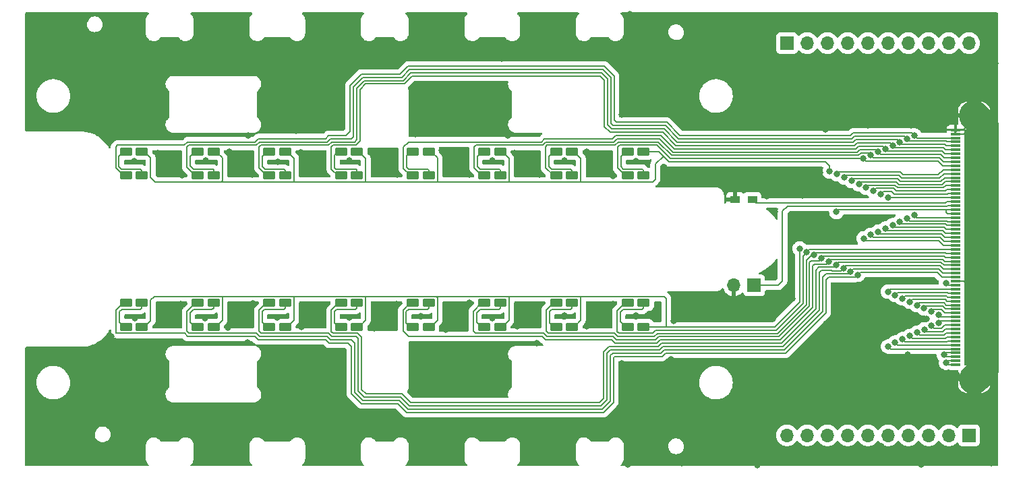
<source format=gtl>
G04 #@! TF.GenerationSoftware,KiCad,Pcbnew,(6.0.5-0)*
G04 #@! TF.CreationDate,2022-08-24T15:35:38+09:00*
G04 #@! TF.ProjectId,photo-single,70686f74-6f2d-4736-996e-676c652e6b69,rev?*
G04 #@! TF.SameCoordinates,Original*
G04 #@! TF.FileFunction,Copper,L1,Top*
G04 #@! TF.FilePolarity,Positive*
%FSLAX46Y46*%
G04 Gerber Fmt 4.6, Leading zero omitted, Abs format (unit mm)*
G04 Created by KiCad (PCBNEW (6.0.5-0)) date 2022-08-24 15:35:38*
%MOMM*%
%LPD*%
G01*
G04 APERTURE LIST*
G04 Aperture macros list*
%AMRoundRect*
0 Rectangle with rounded corners*
0 $1 Rounding radius*
0 $2 $3 $4 $5 $6 $7 $8 $9 X,Y pos of 4 corners*
0 Add a 4 corners polygon primitive as box body*
4,1,4,$2,$3,$4,$5,$6,$7,$8,$9,$2,$3,0*
0 Add four circle primitives for the rounded corners*
1,1,$1+$1,$2,$3*
1,1,$1+$1,$4,$5*
1,1,$1+$1,$6,$7*
1,1,$1+$1,$8,$9*
0 Add four rect primitives between the rounded corners*
20,1,$1+$1,$2,$3,$4,$5,0*
20,1,$1+$1,$4,$5,$6,$7,0*
20,1,$1+$1,$6,$7,$8,$9,0*
20,1,$1+$1,$8,$9,$2,$3,0*%
G04 Aperture macros list end*
G04 #@! TA.AperFunction,SMDPad,CuDef*
%ADD10RoundRect,0.200000X-0.600000X0.300000X-0.600000X-0.300000X0.600000X-0.300000X0.600000X0.300000X0*%
G04 #@! TD*
G04 #@! TA.AperFunction,SMDPad,CuDef*
%ADD11RoundRect,0.200000X0.600000X-0.300000X0.600000X0.300000X-0.600000X0.300000X-0.600000X-0.300000X0*%
G04 #@! TD*
G04 #@! TA.AperFunction,ComponentPad*
%ADD12R,1.700000X1.700000*%
G04 #@! TD*
G04 #@! TA.AperFunction,ComponentPad*
%ADD13O,1.700000X1.700000*%
G04 #@! TD*
G04 #@! TA.AperFunction,SMDPad,CuDef*
%ADD14RoundRect,0.072295X0.552705X-0.072295X0.552705X0.072295X-0.552705X0.072295X-0.552705X-0.072295X0*%
G04 #@! TD*
G04 #@! TA.AperFunction,SMDPad,CuDef*
%ADD15RoundRect,0.600000X0.899999X-0.600000X0.899999X0.600000X-0.899999X0.600000X-0.899999X-0.600000X0*%
G04 #@! TD*
G04 #@! TA.AperFunction,SMDPad,CuDef*
%ADD16R,1.200000X0.900000*%
G04 #@! TD*
G04 #@! TA.AperFunction,ViaPad*
%ADD17C,0.800000*%
G04 #@! TD*
G04 #@! TA.AperFunction,Conductor*
%ADD18C,0.210820*%
G04 #@! TD*
G04 #@! TA.AperFunction,Conductor*
%ADD19C,3.810000*%
G04 #@! TD*
G04 APERTURE END LIST*
D10*
X160921217Y-89002054D03*
X160921217Y-92002054D03*
X153921211Y-89002066D03*
X153921211Y-92002066D03*
X151921211Y-89002066D03*
X151921211Y-92002066D03*
X144921211Y-89002066D03*
X144921211Y-92002066D03*
X142921211Y-89002066D03*
X142921211Y-92002066D03*
X135921211Y-89002066D03*
X135921211Y-92002066D03*
X133921211Y-89002066D03*
X133921211Y-92002066D03*
X126921211Y-89002066D03*
X126921211Y-92002066D03*
X124921211Y-89002066D03*
X124921211Y-92002066D03*
X117921211Y-89002066D03*
X117921211Y-92002066D03*
X115921211Y-89002066D03*
X115921211Y-92002066D03*
X108921211Y-89002066D03*
X108921211Y-92002066D03*
X106921211Y-89002066D03*
X106921211Y-92002066D03*
X99921211Y-89002066D03*
X99921211Y-92002066D03*
X97921211Y-89002066D03*
X97921211Y-92002066D03*
D11*
X115921211Y-111001633D03*
X115921211Y-108001633D03*
X124921211Y-111001633D03*
X124921211Y-108001633D03*
X117921211Y-111001633D03*
X117921211Y-108001633D03*
X108921211Y-111001633D03*
X108921211Y-108001633D03*
X97921211Y-111001633D03*
X97921211Y-108001633D03*
X99921211Y-111001633D03*
X99921211Y-108001633D03*
X106921211Y-111001633D03*
X106921211Y-108001633D03*
X160921211Y-111001633D03*
X160921211Y-108001633D03*
X126921211Y-108001633D03*
X126921211Y-111001633D03*
X133921211Y-111001633D03*
X133921211Y-108001633D03*
X135921211Y-111001633D03*
X135921211Y-108001633D03*
X142921211Y-111001633D03*
X142921211Y-108001633D03*
X144921211Y-111001633D03*
X144921211Y-108001633D03*
X151921211Y-111001633D03*
X151921211Y-108001633D03*
X153921211Y-111001633D03*
X153921211Y-108001633D03*
D10*
X162921213Y-89002054D03*
X162921213Y-92002054D03*
D12*
X176789994Y-105780002D03*
D13*
X174249994Y-105780002D03*
D12*
X180905000Y-75372000D03*
D13*
X183445000Y-75372000D03*
X185985000Y-75372000D03*
X188525000Y-75372000D03*
X191065000Y-75372000D03*
X193605000Y-75372000D03*
X196145000Y-75372000D03*
X198685000Y-75372000D03*
X201225000Y-75372000D03*
X203765000Y-75372000D03*
D12*
X203765000Y-124628000D03*
D13*
X201225000Y-124628000D03*
X198685000Y-124628000D03*
X196145000Y-124628000D03*
X193605000Y-124628000D03*
X191065000Y-124628000D03*
X188525000Y-124628000D03*
X185985000Y-124628000D03*
X183445000Y-124628000D03*
X180905000Y-124628000D03*
D11*
X162921211Y-111001633D03*
X162921211Y-108001633D03*
D14*
X202073993Y-115770000D03*
X202073993Y-115270000D03*
X202073993Y-114770000D03*
X202073993Y-114270000D03*
X202073993Y-113770000D03*
X202073993Y-113270000D03*
X202073993Y-112770001D03*
X202073993Y-112269999D03*
X202073993Y-111770000D03*
X202073993Y-111269999D03*
X202073993Y-110770000D03*
X202073993Y-110270001D03*
X202073993Y-109769999D03*
X202073993Y-109270000D03*
X202073993Y-108769999D03*
X202073993Y-108270000D03*
X202073993Y-107770001D03*
X202073993Y-107269999D03*
X202073993Y-106770000D03*
X202073993Y-106270001D03*
X202073993Y-105770000D03*
X202073993Y-105270001D03*
X202073993Y-104769999D03*
X202073993Y-104270000D03*
X202073993Y-103770001D03*
X202073993Y-103270000D03*
X202073993Y-102770001D03*
X202073993Y-102269999D03*
X202073993Y-101770000D03*
X202073993Y-101270001D03*
X202073993Y-100770000D03*
X202073993Y-100270001D03*
X202073993Y-99769999D03*
X202073993Y-99270000D03*
X202073993Y-98770001D03*
X202073993Y-98269999D03*
X202073993Y-97770000D03*
X202073993Y-97269999D03*
X202073993Y-96770000D03*
X202073993Y-96270001D03*
X202073993Y-95769999D03*
X202073993Y-95270000D03*
X202073993Y-94769999D03*
X202073993Y-94270000D03*
X202073993Y-93770001D03*
X202073993Y-93269999D03*
X202073993Y-92770000D03*
X202073993Y-92269999D03*
X202073993Y-91770000D03*
X202073993Y-91270001D03*
X202073993Y-90769999D03*
X202073993Y-90270000D03*
X202073993Y-89770001D03*
X202073993Y-89270002D03*
X202073993Y-88770003D03*
X202073993Y-88270004D03*
X202073993Y-87770005D03*
X202073993Y-87270006D03*
X202073993Y-86770007D03*
X202073993Y-86270008D03*
D15*
X204398993Y-117570000D03*
X204398993Y-84470012D03*
D16*
X176600005Y-94999988D03*
X174400005Y-94999988D03*
D17*
X202300000Y-73790000D03*
X206280000Y-71960000D03*
X198400000Y-72030000D03*
X192690000Y-73570000D03*
X185930000Y-72280000D03*
X179110000Y-72350000D03*
X173910000Y-77340000D03*
X175640000Y-81870000D03*
X179240000Y-77680000D03*
X182970000Y-82000000D03*
X179120000Y-85810000D03*
X185750000Y-86230000D03*
X187960000Y-82140000D03*
X193830000Y-82060000D03*
X191090000Y-85670000D03*
X185670000Y-77810000D03*
X190620000Y-78700000D03*
X196520000Y-80020000D03*
X196460000Y-85670000D03*
X163740000Y-74680000D03*
X163880000Y-81490000D03*
X167820000Y-77690000D03*
X168100000Y-85780000D03*
X160160000Y-84330000D03*
X169270000Y-72660000D03*
X161220000Y-71770000D03*
X182850000Y-94500000D03*
X185050000Y-91600000D03*
X187000000Y-94410000D03*
X181490000Y-91320000D03*
X174920000Y-91350000D03*
X170640000Y-93000000D03*
X165510000Y-90970000D03*
X161920000Y-90220000D03*
X159110000Y-92010000D03*
X155760000Y-89030000D03*
X152960000Y-90120000D03*
X149850000Y-91920000D03*
X146730000Y-89160000D03*
X143890000Y-90080000D03*
X137710000Y-83800000D03*
X141050000Y-91910000D03*
X137600000Y-88830000D03*
X131980000Y-91850000D03*
X128790000Y-88930000D03*
X125950000Y-90110000D03*
X122840000Y-91760000D03*
X119880000Y-89110000D03*
X116960000Y-90280000D03*
X142510000Y-83540000D03*
X145890000Y-86960000D03*
X145350000Y-80580000D03*
X134240000Y-86840000D03*
X134240000Y-80730000D03*
X159520000Y-77920000D03*
X153930000Y-74140000D03*
X148080000Y-72160000D03*
X145140000Y-77320000D03*
X139960000Y-74400000D03*
X133920000Y-72300000D03*
X131940000Y-78230000D03*
X130280000Y-75130000D03*
X121160000Y-72130000D03*
X121980000Y-82710000D03*
X125580000Y-79650000D03*
X119270000Y-86420000D03*
X124920000Y-85790000D03*
X115500000Y-79890000D03*
X109830000Y-79010000D03*
X102990000Y-75230000D03*
X116980000Y-75260000D03*
X109810000Y-72320000D03*
X113230000Y-86960000D03*
X113750000Y-91850000D03*
X110900000Y-88970000D03*
X107920000Y-90120000D03*
X104940000Y-91950000D03*
X101910000Y-89140000D03*
X98940000Y-90200000D03*
X97590000Y-83270000D03*
X103360000Y-87120000D03*
X97590000Y-76460000D03*
X102190000Y-79560000D03*
X99890000Y-72190000D03*
X89990000Y-84490000D03*
X89190000Y-75710000D03*
X92940000Y-85990000D03*
X92990000Y-79230000D03*
X92900000Y-72380000D03*
X85860000Y-72380000D03*
X85810000Y-78900000D03*
X86090000Y-85990000D03*
X153480000Y-128040000D03*
X139390000Y-127550000D03*
X113130000Y-122610000D03*
X124180000Y-122550000D03*
X124220000Y-126500000D03*
X122180000Y-119150000D03*
X119000000Y-113670000D03*
X125200000Y-114050000D03*
X115640000Y-119150000D03*
X103450000Y-124710000D03*
X117130000Y-124630000D03*
X109710000Y-120890000D03*
X109870000Y-126550000D03*
X113190000Y-112990000D03*
X101740000Y-112920000D03*
X96860000Y-117080000D03*
X97050000Y-124340000D03*
X101460000Y-120620000D03*
X100050000Y-127840000D03*
X89180000Y-124760000D03*
X92350000Y-127870000D03*
X85770000Y-128000000D03*
X86010000Y-121040000D03*
X92100000Y-120960000D03*
X92100000Y-114200000D03*
X86050000Y-114200000D03*
X96040000Y-112230000D03*
X99010000Y-109920000D03*
X102120000Y-110680000D03*
X104820000Y-108170000D03*
X107880000Y-109920000D03*
X110710000Y-111100000D03*
X113900000Y-108070000D03*
X116920000Y-109790000D03*
X119920000Y-110990000D03*
X122900000Y-108260000D03*
X125940000Y-109810000D03*
X129060000Y-111190000D03*
X131910000Y-108170000D03*
X134970000Y-109690000D03*
X138050000Y-111320000D03*
X141050000Y-107960000D03*
X143950000Y-109880000D03*
X147020000Y-110950000D03*
X149860000Y-108260000D03*
X152960000Y-109590000D03*
X155790000Y-110950000D03*
X159070000Y-108120000D03*
X161950000Y-109620000D03*
X149480000Y-113060000D03*
X139550000Y-116080000D03*
X145270000Y-118910000D03*
X145210000Y-113340000D03*
X134200000Y-113250000D03*
X134170000Y-118970000D03*
X131370000Y-121770000D03*
X136720000Y-124640000D03*
X143590000Y-122780000D03*
X151130000Y-124250000D03*
X163990000Y-124750000D03*
X163710000Y-119380000D03*
X159220000Y-121950000D03*
X160900000Y-128260000D03*
X167720000Y-128120000D03*
X172530000Y-122230000D03*
X178510000Y-119760000D03*
X174770000Y-115410000D03*
X166350000Y-115100000D03*
X160170000Y-115570000D03*
X166730000Y-110230000D03*
X170940000Y-107330000D03*
X181560000Y-107460000D03*
X179100000Y-109960000D03*
X181480000Y-102780000D03*
X185560000Y-96850000D03*
X185340000Y-99710000D03*
X181500000Y-96990000D03*
X179190000Y-103850000D03*
X179430000Y-96500000D03*
X191900000Y-109280000D03*
X193080000Y-117650000D03*
X190250000Y-113450000D03*
X185710000Y-117540000D03*
X179980000Y-115320000D03*
X185860000Y-110620000D03*
X186970000Y-106000000D03*
X191170000Y-105270000D03*
X195950000Y-105200000D03*
X198450000Y-110020000D03*
X190510000Y-121350000D03*
X183540000Y-122630000D03*
X196090000Y-114500000D03*
X196760000Y-120040000D03*
X177220000Y-128400000D03*
X182340000Y-125890000D03*
X187780000Y-128040000D03*
X192770000Y-126040000D03*
X197790000Y-128270000D03*
X202180000Y-126070000D03*
X206610000Y-128110000D03*
X206610000Y-124990000D03*
X202180000Y-121870000D03*
X206840000Y-119950000D03*
X202280000Y-117010000D03*
X206910000Y-113720000D03*
X204080000Y-109710000D03*
X206770000Y-105540000D03*
X203960000Y-101630000D03*
X206870000Y-97840000D03*
X203730000Y-93950000D03*
X206800000Y-90960000D03*
X203640000Y-87710000D03*
X204430000Y-79910000D03*
X206840000Y-82700000D03*
X207100000Y-77950000D03*
X202350000Y-82560000D03*
X202080000Y-78170000D03*
X178700000Y-106780000D03*
X178400000Y-94560000D03*
X187208560Y-91834680D03*
X183410725Y-101600867D03*
X184340009Y-101977491D03*
X188117233Y-92258621D03*
X189025665Y-92683079D03*
X185251505Y-102395329D03*
X186161975Y-102815397D03*
X189943040Y-93087847D03*
X187070124Y-103240459D03*
X190850216Y-93514981D03*
X187992720Y-103633180D03*
X191767379Y-93920227D03*
X188903931Y-104051637D03*
X192681286Y-94332764D03*
X193601710Y-94730548D03*
X189820000Y-104459350D03*
X190518305Y-89877403D03*
X190526606Y-99894712D03*
X191430000Y-89460000D03*
X191428755Y-99457061D03*
X192345917Y-99051812D03*
X192343794Y-89028067D03*
X193266174Y-88634839D03*
X193262434Y-98645107D03*
X194177427Y-98234985D03*
X194170875Y-88202488D03*
X195092440Y-87807353D03*
X195087944Y-97815021D03*
X195991668Y-97380631D03*
X196000564Y-87382237D03*
X196910030Y-86960000D03*
X196910030Y-96978110D03*
X200890000Y-115510000D03*
X200857410Y-105535199D03*
X200631890Y-114523471D03*
X193581666Y-106593591D03*
X194493510Y-107010667D03*
X195408066Y-107421764D03*
X196314413Y-107850655D03*
X197225077Y-108270300D03*
X198136901Y-108687420D03*
X199053059Y-109094933D03*
X199068604Y-110881879D03*
X199991189Y-110489134D03*
X197245115Y-111715665D03*
X198164462Y-111315398D03*
X194490000Y-112970000D03*
X193616893Y-113463049D03*
X195416137Y-112537114D03*
X196339101Y-112145258D03*
X199976126Y-109486545D03*
X182509306Y-101161713D03*
X187123811Y-96573811D03*
X186264846Y-91495834D03*
D18*
X202074000Y-105270000D02*
X204770000Y-105270000D01*
X202074000Y-86770000D02*
X204401000Y-86770000D01*
X204770000Y-105270000D02*
X205550000Y-104490000D01*
X202074000Y-86270000D02*
X202970000Y-86270000D01*
D19*
X205550000Y-116419000D02*
X204399000Y-117570000D01*
X205550000Y-104490000D02*
X205550000Y-116419000D01*
D18*
X202970000Y-86270000D02*
X204399000Y-84841000D01*
D19*
X204399000Y-84470000D02*
X205550000Y-85621000D01*
X205550000Y-85621000D02*
X205550000Y-104490000D01*
D18*
X204399000Y-84841000D02*
X204399000Y-84470000D01*
X204401000Y-86770000D02*
X205550000Y-85621000D01*
X179539660Y-111415173D02*
X164444827Y-111415173D01*
X182922846Y-102088746D02*
X182922845Y-108031989D01*
X187502053Y-91541187D02*
X187208560Y-91834680D01*
X199912242Y-91875220D02*
X195820000Y-91875220D01*
X164444827Y-111415173D02*
X164050000Y-111810000D01*
X159590000Y-109000000D02*
X160588367Y-108001633D01*
X183410725Y-101600867D02*
X182922846Y-102088746D01*
X188390000Y-91541187D02*
X187502053Y-91541187D01*
X202074000Y-101270000D02*
X199580000Y-101270000D01*
X184779370Y-101269370D02*
X183742222Y-101269370D01*
X159590000Y-111586664D02*
X159590000Y-109000000D01*
X195161141Y-91541187D02*
X190480000Y-91541187D01*
X183742222Y-101269370D02*
X183410725Y-101600867D01*
X199580000Y-101270000D02*
X184780000Y-101270000D01*
X159813090Y-111809754D02*
X159590000Y-111586664D01*
X182922845Y-108031989D02*
X179539660Y-111415173D01*
X195820000Y-91875220D02*
X195495176Y-91875220D01*
X164050000Y-111810000D02*
X164049754Y-111809754D01*
X184780000Y-101270000D02*
X184779370Y-101269370D01*
X190480000Y-91541187D02*
X188390000Y-91541187D01*
X195495176Y-91875220D02*
X195161141Y-91541187D01*
X160588367Y-108001633D02*
X160921211Y-108001633D01*
X202074000Y-91270000D02*
X200517462Y-91270000D01*
X200517462Y-91270000D02*
X199912242Y-91875220D01*
X164049754Y-111809754D02*
X159813090Y-111809754D01*
X150680000Y-108920000D02*
X151598367Y-108001633D01*
X202074000Y-91770000D02*
X200602295Y-91770000D01*
X188421127Y-91954727D02*
X188117233Y-92258621D01*
X164221295Y-112223539D02*
X159642041Y-112223539D01*
X151598367Y-108001633D02*
X151921211Y-108001633D01*
X183336386Y-102676641D02*
X183336384Y-108203284D01*
X200602295Y-91770000D02*
X200083535Y-92288760D01*
X164616121Y-111828713D02*
X164221295Y-112223539D01*
X184633960Y-101683540D02*
X184340009Y-101977491D01*
X186090000Y-101683540D02*
X184633960Y-101683540D01*
X179710953Y-111828713D02*
X164616121Y-111828713D01*
X159228256Y-111809754D02*
X150929754Y-111809754D01*
X202074000Y-101770000D02*
X200876460Y-101770000D01*
X200790000Y-101683540D02*
X196780000Y-101683540D01*
X150680000Y-111560000D02*
X150680000Y-108920000D01*
X159642041Y-112223539D02*
X159228256Y-111809754D01*
X194989848Y-91954727D02*
X188421127Y-91954727D01*
X200083535Y-92288760D02*
X195323882Y-92288760D01*
X184035536Y-101977491D02*
X183336386Y-102676641D01*
X200876460Y-101770000D02*
X200790000Y-101683540D01*
X183336384Y-108203284D02*
X179710953Y-111828713D01*
X196780000Y-101683540D02*
X186090000Y-101683540D01*
X184340009Y-101977491D02*
X184035536Y-101977491D01*
X150929754Y-111809754D02*
X150680000Y-111560000D01*
X195323882Y-92288760D02*
X194989848Y-91954727D01*
X189340477Y-92368267D02*
X189025665Y-92683079D01*
X200618707Y-102097080D02*
X185549754Y-102097080D01*
X200791627Y-102270000D02*
X200618707Y-102097080D01*
X164787415Y-112242253D02*
X164392588Y-112637079D01*
X184961222Y-102685612D02*
X183964388Y-102685612D01*
X179882246Y-112242253D02*
X164787415Y-112242253D01*
X200687128Y-92270000D02*
X200254828Y-92702300D01*
X202074000Y-102270000D02*
X200791627Y-102270000D01*
X150758461Y-112223294D02*
X150344921Y-111809754D01*
X150344921Y-111809754D02*
X141813090Y-111809754D01*
X141550000Y-111546664D02*
X141550000Y-109050000D01*
X164392588Y-112637079D02*
X159470746Y-112637078D01*
X200254828Y-92702300D02*
X195152588Y-92702300D01*
X183749926Y-102900074D02*
X183749923Y-108374579D01*
X159056962Y-112223294D02*
X150758461Y-112223294D01*
X141813090Y-111809754D02*
X141550000Y-111546664D01*
X141550000Y-109050000D02*
X142598367Y-108001633D01*
X202074000Y-92270000D02*
X200687128Y-92270000D01*
X183749923Y-108374579D02*
X179882246Y-112242253D01*
X142598367Y-108001633D02*
X142921211Y-108001633D01*
X183964388Y-102685612D02*
X183749926Y-102900074D01*
X195152588Y-92702300D02*
X194818555Y-92368267D01*
X185251505Y-102395329D02*
X184961222Y-102685612D01*
X185549754Y-102097080D02*
X185251505Y-102395329D01*
X194818555Y-92368267D02*
X189340477Y-92368267D01*
X159470746Y-112637078D02*
X159056962Y-112223294D01*
X184163462Y-108545874D02*
X184163464Y-107090000D01*
X184376550Y-103103450D02*
X185873922Y-103103450D01*
X191700000Y-92781807D02*
X190249080Y-92781807D01*
X202074000Y-92770000D02*
X200771961Y-92770000D01*
X159299455Y-113050619D02*
X164563881Y-113050619D01*
X164563881Y-113050619D02*
X164958709Y-112655793D01*
X184163464Y-107090000D02*
X184163466Y-103316534D01*
X133921211Y-108001633D02*
X133598367Y-108001633D01*
X132700000Y-108900000D02*
X132700000Y-111539754D01*
X180053539Y-112655793D02*
X180349666Y-112359666D01*
X194981294Y-93115840D02*
X194647262Y-92781808D01*
X202074000Y-102770000D02*
X200706794Y-102770000D01*
X132700000Y-111539754D02*
X133383540Y-112223294D01*
X200447414Y-102510620D02*
X186466752Y-102510620D01*
X133598367Y-108001633D02*
X132700000Y-108900000D01*
X164958709Y-112655793D02*
X180053539Y-112655793D01*
X184163466Y-103316534D02*
X184376550Y-103103450D01*
X200771961Y-92770000D02*
X200426121Y-93115840D01*
X185873922Y-103103450D02*
X186161975Y-102815397D01*
X158885670Y-112636834D02*
X159299455Y-113050619D01*
X194647260Y-92781807D02*
X191700000Y-92781807D01*
X200426121Y-93115840D02*
X196040000Y-93115840D01*
X186466752Y-102510620D02*
X186161975Y-102815397D01*
X194647262Y-92781808D02*
X194647260Y-92781807D01*
X150173627Y-112223294D02*
X150587166Y-112636833D01*
X190249080Y-92781807D02*
X189943040Y-93087847D01*
X200706794Y-102770000D02*
X200447414Y-102510620D01*
X133383540Y-112223294D02*
X150173627Y-112223294D01*
X180349666Y-112359666D02*
X184163462Y-108545874D01*
X196040000Y-93115840D02*
X194981294Y-93115840D01*
X150587166Y-112636833D02*
X158885670Y-112636834D01*
X200276121Y-102924160D02*
X193415840Y-102924160D01*
X183882085Y-109412085D02*
X183882081Y-109412085D01*
X184577001Y-108717169D02*
X183882085Y-109412085D01*
X123720000Y-108870000D02*
X124588367Y-108001633D01*
X132590000Y-119440000D02*
X128040000Y-119440000D01*
X186787065Y-103523518D02*
X184916528Y-103523518D01*
X180224834Y-113069332D02*
X165130002Y-113069333D01*
X158565841Y-113464159D02*
X157900000Y-114130000D01*
X123720000Y-111580000D02*
X123720000Y-108870000D01*
X183882081Y-109412085D02*
X180224834Y-113069332D01*
X184577006Y-103863040D02*
X184577001Y-108717169D01*
X165130002Y-113069333D02*
X164735174Y-113464159D01*
X124588367Y-108001633D02*
X124921211Y-108001633D01*
X128040000Y-119440000D02*
X127450000Y-118850000D01*
X133670000Y-120520000D02*
X132590000Y-119440000D01*
X184916528Y-103523518D02*
X184577006Y-103863040D01*
X200290000Y-102938039D02*
X200276121Y-102924160D01*
X127450000Y-118850000D02*
X127450000Y-112280000D01*
X200621961Y-103270000D02*
X200290000Y-102938039D01*
X126979754Y-111809754D02*
X123949754Y-111809754D01*
X187070124Y-103240459D02*
X186787065Y-103523518D01*
X194810000Y-93529380D02*
X194475967Y-93195347D01*
X157900000Y-119970000D02*
X157350000Y-120520000D01*
X202074000Y-93270000D02*
X200856794Y-93270000D01*
X123949754Y-111809754D02*
X123720000Y-111580000D01*
X188820000Y-102924160D02*
X187386423Y-102924160D01*
X202074000Y-103270000D02*
X200621961Y-103270000D01*
X157900000Y-114130000D02*
X157900000Y-119970000D01*
X164735174Y-113464159D02*
X158565841Y-113464159D01*
X187386423Y-102924160D02*
X187070124Y-103240459D01*
X127450000Y-112280000D02*
X126979754Y-111809754D01*
X194475967Y-93195347D02*
X191169850Y-93195347D01*
X200856794Y-93270000D02*
X200597414Y-93529380D01*
X157350000Y-120520000D02*
X133670000Y-120520000D01*
X191169850Y-93195347D02*
X190850216Y-93514981D01*
X193415840Y-102924160D02*
X188820000Y-102924160D01*
X200597414Y-93529380D02*
X194810000Y-93529380D01*
X126808460Y-112223294D02*
X123778461Y-112223294D01*
X127036460Y-119021293D02*
X127036460Y-112451294D01*
X187677320Y-103948580D02*
X186571522Y-103948580D01*
X158737135Y-113877699D02*
X158313540Y-114301294D01*
X123778461Y-112223294D02*
X123364921Y-111809754D01*
X194620000Y-93942920D02*
X194285968Y-93608888D01*
X201076460Y-93770000D02*
X200941627Y-93770000D01*
X114610000Y-108940000D02*
X115548367Y-108001633D01*
X194285968Y-93608888D02*
X192990001Y-93608887D01*
X192990001Y-93608887D02*
X192078719Y-93608887D01*
X184244498Y-109634502D02*
X180396127Y-113482872D01*
X127036460Y-112451294D02*
X126808460Y-112223294D01*
X164906467Y-113877699D02*
X158737135Y-113877699D01*
X186571522Y-103948580D02*
X186560000Y-103937058D01*
X115548367Y-108001633D02*
X115921211Y-108001633D01*
X202074000Y-93770000D02*
X201076460Y-93770000D01*
X200768707Y-93942920D02*
X194620000Y-93942920D01*
X180396127Y-113482872D02*
X165301295Y-113482873D01*
X127868707Y-119853540D02*
X127036460Y-119021293D01*
X132418707Y-119853540D02*
X127868707Y-119853540D01*
X187992720Y-103633180D02*
X187677320Y-103948580D01*
X123364921Y-111809754D02*
X114869754Y-111809754D01*
X133498707Y-120933540D02*
X132418707Y-119853540D01*
X158313540Y-114301294D02*
X158313540Y-120141293D01*
X184244502Y-109634502D02*
X184244498Y-109634502D01*
X158313540Y-120141293D02*
X157521293Y-120933540D01*
X202074000Y-103770000D02*
X200537128Y-103770000D01*
X188288200Y-103337700D02*
X187992720Y-103633180D01*
X200941627Y-93770000D02*
X200768707Y-93942920D01*
X189033035Y-103337700D02*
X188288200Y-103337700D01*
X165301295Y-113482873D02*
X164906467Y-113877699D01*
X184990542Y-108888461D02*
X184244502Y-109634502D01*
X192078719Y-93608887D02*
X191767379Y-93920227D01*
X186560000Y-103937058D02*
X185242942Y-103937058D01*
X114610000Y-111550000D02*
X114610000Y-108940000D01*
X200104828Y-103337700D02*
X189033035Y-103337700D01*
X184990546Y-104189454D02*
X184990542Y-108888461D01*
X200537128Y-103770000D02*
X200104828Y-103337700D01*
X185242942Y-103937058D02*
X184990546Y-104189454D01*
X157521293Y-120933540D02*
X133498707Y-120933540D01*
X114869754Y-111809754D02*
X114610000Y-111550000D01*
X105570000Y-109080000D02*
X105570000Y-111530000D01*
X106648367Y-108001633D02*
X105570000Y-109080000D01*
X202074000Y-94270000D02*
X201026460Y-94270000D01*
X194055967Y-94022427D02*
X192991623Y-94022427D01*
X184646919Y-109816919D02*
X185404085Y-109059751D01*
X106921211Y-108001633D02*
X106648367Y-108001633D01*
X123607166Y-112636833D02*
X126186834Y-112636834D01*
X189204328Y-103751240D02*
X188903931Y-104051637D01*
X127697412Y-120267079D02*
X132247414Y-120267080D01*
X199933535Y-103751240D02*
X189204328Y-103751240D01*
X180567418Y-113896412D02*
X184646915Y-109816919D01*
X132247414Y-120267080D02*
X133327414Y-121347080D01*
X105570000Y-111530000D02*
X105849754Y-111809754D01*
X188903931Y-104051637D02*
X188593448Y-104362120D01*
X192991623Y-94022427D02*
X192681286Y-94332764D01*
X185404085Y-104755915D02*
X185404085Y-104770000D01*
X158727080Y-114592920D02*
X159028761Y-114291239D01*
X114284920Y-111809754D02*
X114683293Y-112208127D01*
X114683293Y-112208127D02*
X114683293Y-112223293D01*
X185797880Y-104362120D02*
X185404085Y-104755915D01*
X194390000Y-94356460D02*
X194055967Y-94022427D01*
X185404085Y-104770000D02*
X185821522Y-104362120D01*
X165472588Y-113896413D02*
X180567418Y-113896412D01*
X188593448Y-104362120D02*
X185821522Y-104362120D01*
X201013540Y-94356460D02*
X194390000Y-94356460D01*
X202074000Y-104270000D02*
X200452295Y-104270000D01*
X201026460Y-94343540D02*
X201013540Y-94356460D01*
X126622920Y-113072920D02*
X126622920Y-119192586D01*
X133327414Y-121347080D02*
X157692586Y-121347080D01*
X159028761Y-114291239D02*
X165077760Y-114291239D01*
X157692586Y-121347080D02*
X158727079Y-120312588D01*
X200452295Y-104270000D02*
X199933535Y-103751240D01*
X114683293Y-112223293D02*
X123193627Y-112223294D01*
X184646915Y-109816919D02*
X184646919Y-109816919D01*
X201026460Y-94270000D02*
X201026460Y-94343540D01*
X158727079Y-120312588D02*
X158727080Y-114592920D01*
X123193627Y-112223294D02*
X123607166Y-112636833D01*
X126186834Y-112636834D02*
X126622920Y-113072920D01*
X105849754Y-111809754D02*
X114284920Y-111809754D01*
X185404085Y-109059751D02*
X185404085Y-104755915D01*
X165077760Y-114291239D02*
X165472588Y-113896413D01*
X185821522Y-104362120D02*
X185797880Y-104362120D01*
X126622920Y-119192586D02*
X127697412Y-120267079D01*
X123435871Y-113050372D02*
X123022333Y-112636834D01*
X126209381Y-119363882D02*
X126209381Y-113479381D01*
X114512000Y-112636833D02*
X114098461Y-112223294D01*
X165643881Y-114309953D02*
X165249053Y-114704779D01*
X189820000Y-104459350D02*
X189503691Y-104775659D01*
X185054332Y-109994336D02*
X180738714Y-114309952D01*
X132076120Y-120680620D02*
X127526117Y-120680618D01*
X127526117Y-120680618D02*
X126209381Y-119363882D01*
X186164341Y-104775659D02*
X185817625Y-105122375D01*
X96700000Y-111740000D02*
X96700000Y-108930000D01*
X105264921Y-111809754D02*
X96769754Y-111809754D01*
X96700000Y-108930000D02*
X97628367Y-108001633D01*
X185054336Y-109994336D02*
X185054332Y-109994336D01*
X185817625Y-105122375D02*
X185817624Y-109231045D01*
X105678461Y-112223294D02*
X105264921Y-111809754D01*
X185817624Y-109231045D02*
X185575378Y-109473291D01*
X159140620Y-114859380D02*
X159140619Y-120483883D01*
X157863879Y-121760620D02*
X133156119Y-121760619D01*
X165249051Y-114704777D02*
X159295223Y-114704777D01*
X123022333Y-112636834D02*
X114512000Y-112636833D01*
X190114570Y-104164780D02*
X189820000Y-104459350D01*
X180738714Y-114309952D02*
X165643881Y-114309953D01*
X199762241Y-104164780D02*
X190114570Y-104164780D01*
X96769754Y-111809754D02*
X96700000Y-111740000D01*
X125200000Y-113050374D02*
X123435871Y-113050372D01*
X193641162Y-94770000D02*
X193601710Y-94730548D01*
X202074000Y-94770000D02*
X193641162Y-94770000D01*
X114098461Y-112223294D02*
X105678461Y-112223294D01*
X159140619Y-120483883D02*
X157863879Y-121760620D01*
X125780374Y-113050374D02*
X125200000Y-113050374D01*
X165249053Y-114704779D02*
X165249051Y-114704777D01*
X159295223Y-114704777D02*
X159140620Y-114859380D01*
X133156119Y-121760619D02*
X132076120Y-120680620D01*
X189503691Y-104775659D02*
X186164341Y-104775659D01*
X202074000Y-104770000D02*
X200367461Y-104770000D01*
X185575378Y-109473291D02*
X185054336Y-109994336D01*
X200367461Y-104770000D02*
X199762241Y-104164780D01*
X97628367Y-108001633D02*
X97921211Y-108001633D01*
X126209381Y-113479381D02*
X125780374Y-113050374D01*
X192030000Y-90170039D02*
X190810941Y-90170039D01*
X159650000Y-88450000D02*
X159650000Y-91060000D01*
X202074000Y-100770000D02*
X200547460Y-100770000D01*
X191690000Y-100183726D02*
X190815620Y-100183726D01*
X159906076Y-88193924D02*
X159650000Y-88450000D01*
X190810941Y-90170039D02*
X190518305Y-89877403D01*
X200467460Y-90770000D02*
X199880000Y-90182540D01*
X160921217Y-92002054D02*
X160592054Y-92002054D01*
X192660000Y-100183726D02*
X191690000Y-100183726D01*
X160592054Y-92002054D02*
X159650000Y-91060000D01*
X202074000Y-90770000D02*
X200467460Y-90770000D01*
X200547460Y-100770000D02*
X199961185Y-100183725D01*
X166292237Y-89877403D02*
X164608758Y-88193924D01*
X190518305Y-89877403D02*
X166292237Y-89877403D01*
X199961185Y-100183725D02*
X192660000Y-100183726D01*
X160592066Y-92002066D02*
X160921211Y-92002066D01*
X199880000Y-90182540D02*
X199867499Y-90170039D01*
X199867499Y-90170039D02*
X192030000Y-90170039D01*
X164608758Y-88193924D02*
X159906076Y-88193924D01*
X190815620Y-100183726D02*
X190526606Y-99894712D01*
X189930000Y-89463863D02*
X166463531Y-89463863D01*
X150813090Y-88193945D02*
X150610000Y-88397035D01*
X202074000Y-90270000D02*
X200552293Y-90270000D01*
X164780051Y-87780384D02*
X159734783Y-87780384D01*
X191139282Y-89169282D02*
X190224581Y-89169282D01*
X159734783Y-87780384D02*
X159321222Y-88193945D01*
X200099971Y-99770185D02*
X192570001Y-99770186D01*
X200632294Y-100270000D02*
X200116225Y-99753931D01*
X192570001Y-99770186D02*
X191741880Y-99770186D01*
X150610000Y-91010000D02*
X151602066Y-92002066D01*
X159321222Y-88193945D02*
X150813090Y-88193945D01*
X166463531Y-89463863D02*
X164780051Y-87780384D01*
X191741880Y-99770186D02*
X191428755Y-99457061D01*
X191430000Y-89460000D02*
X191139282Y-89169282D01*
X200552293Y-90270000D02*
X200038386Y-89756093D01*
X151602066Y-92002066D02*
X151921211Y-92002066D01*
X200037980Y-89756499D02*
X191726499Y-89756499D01*
X202074000Y-100270000D02*
X200632294Y-100270000D01*
X150610000Y-88397035D02*
X150610000Y-91010000D01*
X191726499Y-89756499D02*
X191430000Y-89460000D01*
X200038386Y-89756093D02*
X200037980Y-89756499D01*
X200116225Y-99753931D02*
X200099971Y-99770185D01*
X190224581Y-89169282D02*
X189930000Y-89463863D01*
X200637127Y-89770000D02*
X200209680Y-89342553D01*
X192343794Y-89028067D02*
X192067606Y-88751879D01*
X141620000Y-91020000D02*
X142602066Y-92002066D01*
X141856055Y-88193945D02*
X141620000Y-88430000D01*
X192067606Y-88751879D02*
X190057151Y-88751879D01*
X200287518Y-99340391D02*
X197930000Y-99340391D01*
X166634825Y-89050323D02*
X164951347Y-87366845D01*
X150641797Y-87780405D02*
X150228257Y-88193945D01*
X193740000Y-89342553D02*
X193739593Y-89342960D01*
X197913745Y-99356646D02*
X192650751Y-99356646D01*
X197930000Y-99340391D02*
X197913745Y-99356646D01*
X193930000Y-89342553D02*
X193740000Y-89342553D01*
X141620000Y-88430000D02*
X141620000Y-91020000D01*
X200209680Y-89342553D02*
X193930000Y-89342553D01*
X200717127Y-99770000D02*
X200287518Y-99340391D01*
X150228257Y-88193945D02*
X141856055Y-88193945D01*
X142602066Y-92002066D02*
X142921211Y-92002066D01*
X192658687Y-89342960D02*
X192343794Y-89028067D01*
X164951347Y-87366845D02*
X159563489Y-87366845D01*
X190057151Y-88751879D02*
X189758707Y-89050323D01*
X159149929Y-87780405D02*
X150641797Y-87780405D01*
X189758707Y-89050323D02*
X166634825Y-89050323D01*
X202074000Y-99770000D02*
X200717127Y-99770000D01*
X192650751Y-99356646D02*
X192345917Y-99051812D01*
X202074000Y-89770000D02*
X200637127Y-89770000D01*
X193739593Y-89342960D02*
X192658687Y-89342960D01*
X159563489Y-87366845D02*
X159149929Y-87780405D01*
X200801960Y-99270000D02*
X200458811Y-98926851D01*
X166806119Y-88636783D02*
X165122640Y-86953305D01*
X150470504Y-87366865D02*
X150056964Y-87780405D01*
X192951281Y-88319946D02*
X189904251Y-88319946D01*
X194533576Y-98943106D02*
X193560433Y-98943106D01*
X150056964Y-87780405D02*
X133399595Y-87780405D01*
X200371268Y-88929013D02*
X193560348Y-88929013D01*
X158978636Y-87366865D02*
X150470504Y-87366865D01*
X197570169Y-98936682D02*
X194540000Y-98936682D01*
X197580000Y-98926851D02*
X197570169Y-98936682D01*
X202074000Y-89270000D02*
X200721961Y-89270000D01*
X165122640Y-86953305D02*
X159392196Y-86953305D01*
X189904251Y-88319946D02*
X189587414Y-88636783D01*
X200458811Y-98926851D02*
X197580000Y-98926851D01*
X200721961Y-89270000D02*
X200376121Y-88924160D01*
X193266174Y-88634839D02*
X192951281Y-88319946D01*
X132740000Y-91100000D02*
X133642066Y-92002066D01*
X133399595Y-87780405D02*
X132740000Y-88440000D01*
X202074000Y-99270000D02*
X200801960Y-99270000D01*
X189587414Y-88636783D02*
X166806119Y-88636783D01*
X194540000Y-98936682D02*
X194533576Y-98943106D01*
X159392196Y-86953305D02*
X158978636Y-87366865D01*
X133642066Y-92002066D02*
X133921211Y-92002066D01*
X200376121Y-88924160D02*
X200371268Y-88929013D01*
X132740000Y-88440000D02*
X132740000Y-91100000D01*
X193560348Y-88929013D02*
X193266174Y-88634839D01*
X193560433Y-98943106D02*
X193262434Y-98645107D01*
X195414527Y-88515473D02*
X194483861Y-88515474D01*
X123720000Y-88370000D02*
X123720000Y-91220000D01*
X200886794Y-98770000D02*
X200630105Y-98513311D01*
X158000000Y-80040000D02*
X157440000Y-79480000D01*
X157440000Y-79480000D02*
X133880000Y-79480000D01*
X127280000Y-81200000D02*
X127280000Y-87690000D01*
X166977413Y-88223243D02*
X165293933Y-86539765D01*
X123896055Y-88193945D02*
X123720000Y-88370000D01*
X158709765Y-86539765D02*
X158000000Y-85830000D01*
X195540169Y-98523142D02*
X194465584Y-98523142D01*
X133880000Y-79480000D02*
X132870000Y-80490000D01*
X189732956Y-87906407D02*
X189416120Y-88223243D01*
X200630105Y-98513311D02*
X195550000Y-98513311D01*
X202074000Y-98770000D02*
X200886794Y-98770000D01*
X194483861Y-88515474D02*
X194170875Y-88202488D01*
X195419380Y-88510620D02*
X195414527Y-88515473D01*
X193874794Y-87906407D02*
X189732956Y-87906407D01*
X194170875Y-88202488D02*
X193874794Y-87906407D01*
X202074000Y-88770000D02*
X200806794Y-88770000D01*
X165293933Y-86539765D02*
X158709765Y-86539765D01*
X189416120Y-88223243D02*
X166977413Y-88223243D01*
X127280000Y-87690000D02*
X126776055Y-88193945D01*
X126776055Y-88193945D02*
X123896055Y-88193945D01*
X200806794Y-88770000D02*
X200547414Y-88510620D01*
X123720000Y-91220000D02*
X124502066Y-92002066D01*
X194465584Y-98523142D02*
X194177427Y-98234985D01*
X195550000Y-98513311D02*
X195540169Y-98523142D01*
X158000000Y-85830000D02*
X158000000Y-80040000D01*
X127990000Y-80490000D02*
X127280000Y-81200000D01*
X124502066Y-92002066D02*
X124921211Y-92002066D01*
X132870000Y-80490000D02*
X127990000Y-80490000D01*
X200547414Y-88510620D02*
X195419380Y-88510620D01*
X115592066Y-92002066D02*
X115921211Y-92002066D01*
X126604761Y-87780405D02*
X123724762Y-87780405D01*
X194777954Y-87492867D02*
X189547133Y-87492867D01*
X196600000Y-88097080D02*
X195382167Y-88097080D01*
X200971627Y-98270000D02*
X200801398Y-98099771D01*
X195372694Y-98099771D02*
X195087944Y-97815021D01*
X165465226Y-86126225D02*
X158881059Y-86126225D01*
X132698706Y-80076460D02*
X127818705Y-80076461D01*
X189547133Y-87492867D02*
X189230297Y-87809703D01*
X123311222Y-88193945D02*
X114856055Y-88193945D01*
X158413540Y-85658706D02*
X158413540Y-79868707D01*
X202074000Y-88270000D02*
X200891627Y-88270000D01*
X167148704Y-87809703D02*
X165465226Y-86126225D01*
X123724762Y-87780405D02*
X123311222Y-88193945D01*
X195092440Y-87807353D02*
X194777954Y-87492867D01*
X158413540Y-79868707D02*
X157611293Y-79066460D01*
X114620000Y-91030000D02*
X115592066Y-92002066D01*
X197300000Y-98099771D02*
X195372694Y-98099771D01*
X200891627Y-88270000D02*
X200718707Y-88097080D01*
X126866460Y-81028707D02*
X126866460Y-87518706D01*
X202074000Y-98270000D02*
X200971627Y-98270000D01*
X158881059Y-86126225D02*
X158413540Y-85658706D01*
X200718707Y-88097080D02*
X196600000Y-88097080D01*
X189230297Y-87809703D02*
X167148704Y-87809703D01*
X195382167Y-88097080D02*
X195092440Y-87807353D01*
X133708705Y-79066461D02*
X132698706Y-80076460D01*
X126866460Y-87518706D02*
X126604761Y-87780405D01*
X157611293Y-79066460D02*
X133708705Y-79066461D01*
X127818705Y-80076461D02*
X126866460Y-81028707D01*
X114620000Y-88430000D02*
X114620000Y-91030000D01*
X114856055Y-88193945D02*
X114620000Y-88430000D01*
X200801398Y-98099771D02*
X197300000Y-98099771D01*
X123553469Y-87366865D02*
X123139929Y-87780405D01*
X189385167Y-87070000D02*
X189059004Y-87396163D01*
X126452920Y-87107080D02*
X126193135Y-87366865D01*
X105580000Y-88427035D02*
X105580000Y-90970000D01*
X132527413Y-79662920D02*
X127647410Y-79662921D01*
X197740000Y-87683540D02*
X196301867Y-87683540D01*
X200976460Y-87770000D02*
X200890000Y-87683540D01*
X114271222Y-88193945D02*
X105813090Y-88193945D01*
X158827079Y-79697412D02*
X157782586Y-78652920D01*
X200967309Y-97686231D02*
X196297268Y-97686231D01*
X202074000Y-97770000D02*
X201056460Y-97770000D01*
X200970000Y-97683540D02*
X200967309Y-97686231D01*
X196297268Y-97686231D02*
X195991668Y-97380631D01*
X165636519Y-85712685D02*
X159072685Y-85712685D01*
X126193135Y-87366865D02*
X123553469Y-87366865D01*
X195688327Y-87070000D02*
X189385167Y-87070000D01*
X123139929Y-87780405D02*
X114684762Y-87780405D01*
X167319998Y-87396163D02*
X165636519Y-85712685D01*
X133537413Y-78652920D02*
X132527413Y-79662920D01*
X200890000Y-87683540D02*
X197740000Y-87683540D01*
X105580000Y-90970000D02*
X106612066Y-92002066D01*
X202074000Y-87770000D02*
X200976460Y-87770000D01*
X158827080Y-85467080D02*
X158827079Y-79697412D01*
X127647410Y-79662921D02*
X126452920Y-80857414D01*
X106612066Y-92002066D02*
X106921211Y-92002066D01*
X114684762Y-87780405D02*
X114271222Y-88193945D01*
X196000564Y-87382237D02*
X195688327Y-87070000D01*
X201056460Y-97770000D02*
X200970000Y-97683540D01*
X157782586Y-78652920D02*
X133537413Y-78652920D01*
X105813090Y-88193945D02*
X105580000Y-88427035D01*
X196301867Y-87683540D02*
X196000564Y-87382237D01*
X159072685Y-85712685D02*
X158827080Y-85467080D01*
X126452920Y-80857414D02*
X126452920Y-87107080D01*
X189059004Y-87396163D02*
X167319998Y-87396163D01*
X159240620Y-79526121D02*
X157953879Y-78239380D01*
X96846055Y-88193945D02*
X96630000Y-88410000D01*
X114099928Y-87780405D02*
X105641797Y-87780405D01*
X96630000Y-91070000D02*
X97562066Y-92002066D01*
X125556055Y-86953325D02*
X123382176Y-86953325D01*
X97562066Y-92002066D02*
X97921211Y-92002066D01*
X165807812Y-85299145D02*
X159519145Y-85299145D01*
X159519145Y-85299145D02*
X159240620Y-85020620D01*
X188887711Y-86982623D02*
X167491292Y-86982623D01*
X157953879Y-78239380D02*
X133366118Y-78239381D01*
X122968636Y-87366865D02*
X114513467Y-87366866D01*
X132356119Y-79249380D02*
X127476115Y-79249381D01*
X105641797Y-87780405D02*
X105228257Y-88193945D01*
X133366118Y-78239381D02*
X132356119Y-79249380D01*
X197220030Y-87270000D02*
X196910030Y-86960000D01*
X127476115Y-79249381D02*
X126039380Y-80686116D01*
X189213874Y-86656460D02*
X188887711Y-86982623D01*
X96630000Y-88410000D02*
X96630000Y-91070000D01*
X114513467Y-87366866D02*
X114099928Y-87780405D01*
X167491292Y-86982623D02*
X165807812Y-85299145D01*
X202074000Y-97270000D02*
X197201920Y-97270000D01*
X123382176Y-86953325D02*
X122968636Y-87366865D01*
X202074000Y-87270000D02*
X197220030Y-87270000D01*
X126039380Y-86470000D02*
X125556055Y-86953325D01*
X126039380Y-80686116D02*
X126039380Y-86470000D01*
X105228257Y-88193945D02*
X96846055Y-88193945D01*
X196606491Y-86656461D02*
X189213874Y-86656460D01*
X196910030Y-86960000D02*
X196606491Y-86656461D01*
X159240620Y-85020620D02*
X159240620Y-79526121D01*
X197201920Y-97270000D02*
X196910030Y-96978110D01*
X201092211Y-105770000D02*
X200857410Y-105535199D01*
X201130000Y-115270000D02*
X200890000Y-115510000D01*
X201150000Y-115770000D02*
X200890000Y-115510000D01*
X202074000Y-115770000D02*
X201150000Y-115770000D01*
X202074000Y-115270000D02*
X201130000Y-115270000D01*
X202074000Y-105770000D02*
X201092211Y-105770000D01*
X202074000Y-114270000D02*
X200885361Y-114270000D01*
X200885361Y-114270000D02*
X200631890Y-114523471D01*
X200878419Y-114770000D02*
X200631890Y-114523471D01*
X202074000Y-114770000D02*
X200878419Y-114770000D01*
X200778707Y-95442920D02*
X177042937Y-95442920D01*
X202074000Y-95270000D02*
X200951627Y-95270000D01*
X200951627Y-95270000D02*
X200778707Y-95442920D01*
X177042937Y-95442920D02*
X176600005Y-94999988D01*
X193905257Y-106270000D02*
X193581666Y-106593591D01*
X202074000Y-106270000D02*
X193905257Y-106270000D01*
X201118087Y-106702920D02*
X196180000Y-106702920D01*
X201185167Y-106770000D02*
X201118087Y-106702920D01*
X196180000Y-106702920D02*
X194801257Y-106702920D01*
X194801257Y-106702920D02*
X194493510Y-107010667D01*
X202074000Y-106770000D02*
X201185167Y-106770000D01*
X202074000Y-107270000D02*
X201100334Y-107270000D01*
X197300000Y-107116460D02*
X195713370Y-107116460D01*
X200946794Y-107116460D02*
X197300000Y-107116460D01*
X195713370Y-107116460D02*
X195408066Y-107421764D01*
X201100334Y-107270000D02*
X200946794Y-107116460D01*
X202074000Y-107770000D02*
X201015501Y-107770000D01*
X201015501Y-107770000D02*
X200775501Y-107530000D01*
X196635068Y-107530000D02*
X196314413Y-107850655D01*
X200775501Y-107530000D02*
X196635068Y-107530000D01*
X200930668Y-108270000D02*
X200930668Y-108269986D01*
X200930668Y-108269986D02*
X200612026Y-107951344D01*
X197544033Y-107951344D02*
X197225077Y-108270300D01*
X200612026Y-107951344D02*
X197544033Y-107951344D01*
X202074000Y-108270000D02*
X200930668Y-108270000D01*
X202074000Y-108770000D02*
X200845834Y-108770000D01*
X200845834Y-108769985D02*
X200440733Y-108364884D01*
X200440733Y-108364884D02*
X198459437Y-108364884D01*
X200845834Y-108770000D02*
X200845834Y-108769985D01*
X198459437Y-108364884D02*
X198136901Y-108687420D01*
X200761001Y-109269985D02*
X200269440Y-108778424D01*
X199369568Y-108778424D02*
X199053059Y-109094933D01*
X200269440Y-108778424D02*
X199369568Y-108778424D01*
X202074000Y-109270000D02*
X200761001Y-109270000D01*
X200761001Y-109270000D02*
X200761001Y-109269985D01*
X199760000Y-111197255D02*
X199383980Y-111197255D01*
X200711758Y-110770000D02*
X200284503Y-111197255D01*
X200284503Y-111197255D02*
X199760000Y-111197255D01*
X199383980Y-111197255D02*
X199068604Y-110881879D01*
X202074000Y-110770000D02*
X200711758Y-110770000D01*
X200210323Y-110270000D02*
X199991189Y-110489134D01*
X202074000Y-110270000D02*
X200210323Y-110270000D01*
X200881425Y-111770000D02*
X200627089Y-112024335D01*
X202074000Y-111770000D02*
X200881425Y-111770000D01*
X198690000Y-112024335D02*
X197553785Y-112024335D01*
X200627089Y-112024335D02*
X198690000Y-112024335D01*
X197553785Y-112024335D02*
X197245115Y-111715665D01*
X199340000Y-111610795D02*
X198459859Y-111610795D01*
X198459859Y-111610795D02*
X198164462Y-111315398D01*
X200796592Y-111270000D02*
X200455796Y-111610795D01*
X202074000Y-111270000D02*
X200796592Y-111270000D01*
X200455796Y-111610795D02*
X199340000Y-111610795D01*
X202074000Y-113270000D02*
X199785045Y-113270000D01*
X199780000Y-113264955D02*
X199778037Y-113266918D01*
X199785045Y-113270000D02*
X199780000Y-113264955D01*
X194786918Y-113266918D02*
X194490000Y-112970000D01*
X199778037Y-113266918D02*
X194786918Y-113266918D01*
X193923844Y-113770000D02*
X193616893Y-113463049D01*
X202074000Y-113770000D02*
X193923844Y-113770000D01*
X196690000Y-112851415D02*
X196688036Y-112853379D01*
X200969675Y-112851415D02*
X196690000Y-112851415D01*
X196688036Y-112853379D02*
X195732402Y-112853379D01*
X202074000Y-112770000D02*
X201051091Y-112770000D01*
X195732402Y-112853379D02*
X195416137Y-112537114D01*
X201051091Y-112770000D02*
X200969675Y-112851415D01*
X199310000Y-112437875D02*
X198030000Y-112437875D01*
X202074000Y-112270000D02*
X200966258Y-112270000D01*
X200798382Y-112437875D02*
X199310000Y-112437875D01*
X200966258Y-112270000D02*
X200798382Y-112437875D01*
X196631718Y-112437875D02*
X196339101Y-112145258D01*
X198030000Y-112437875D02*
X196631718Y-112437875D01*
X200259581Y-109770000D02*
X199976126Y-109486545D01*
X202074000Y-109770000D02*
X200259581Y-109770000D01*
X200950000Y-95856460D02*
X180983540Y-95856460D01*
X180983540Y-95856460D02*
X180350000Y-96490000D01*
X201036460Y-95770000D02*
X200950000Y-95856460D01*
X180350000Y-105240000D02*
X179809998Y-105780002D01*
X202074000Y-95770000D02*
X201036460Y-95770000D01*
X179809998Y-105780002D02*
X176789994Y-105780002D01*
X180350000Y-96490000D02*
X180350000Y-105240000D01*
X127919813Y-92810187D02*
X118939813Y-92810187D01*
X118996488Y-107193512D02*
X109983512Y-107193512D01*
X136228367Y-111001633D02*
X137029332Y-110200668D01*
X100232066Y-89002066D02*
X99921211Y-89002066D01*
X119029332Y-107226356D02*
X118996488Y-107193512D01*
X110029332Y-92680668D02*
X109899813Y-92810187D01*
X137009813Y-92810187D02*
X127919813Y-92810187D01*
X164380000Y-92459519D02*
X164029332Y-92810187D01*
X127208367Y-111001633D02*
X128029332Y-110180668D01*
X155029332Y-89819332D02*
X155029332Y-92691042D01*
X110029332Y-107239332D02*
X109983512Y-107193512D01*
X185780943Y-90290943D02*
X166120943Y-90290943D01*
X200950000Y-96270000D02*
X195860000Y-96270000D01*
X164029332Y-92810187D02*
X154910187Y-92810187D01*
X153921211Y-111001633D02*
X154208367Y-111001633D01*
X165390000Y-89560000D02*
X164832066Y-89002066D01*
X101029332Y-107670668D02*
X101029332Y-110220668D01*
X144921211Y-111001633D02*
X145218367Y-111001633D01*
X109208367Y-111001633D02*
X110029332Y-110180668D01*
X146029332Y-89829332D02*
X146029332Y-92721042D01*
X100248367Y-111001633D02*
X99921211Y-111001633D01*
X108921211Y-111001633D02*
X109208367Y-111001633D01*
X135921211Y-111001633D02*
X136228367Y-111001633D01*
X200910000Y-96650000D02*
X200910000Y-96310000D01*
X182509306Y-101161713D02*
X182509306Y-107860694D01*
X200910000Y-96310000D02*
X200950000Y-96270000D01*
X165390000Y-89560000D02*
X164380000Y-90570000D01*
X137029332Y-107359332D02*
X136863512Y-107193512D01*
X137029332Y-110200668D02*
X137029332Y-107359332D01*
X146029332Y-92721042D02*
X145940187Y-92810187D01*
X201030000Y-96770000D02*
X200910000Y-96650000D01*
X126921211Y-111001633D02*
X127208367Y-111001633D01*
X165778367Y-111001633D02*
X165778367Y-107478367D01*
X126921211Y-89002066D02*
X127172066Y-89002066D01*
X165778367Y-107478367D02*
X165493512Y-107193512D01*
X128029332Y-92700668D02*
X127919813Y-92810187D01*
X110029332Y-110180668D02*
X110029332Y-107239332D01*
X118198367Y-111001633D02*
X119029332Y-110170668D01*
X153921211Y-89002066D02*
X154212066Y-89002066D01*
X109899813Y-92810187D02*
X101600187Y-92810187D01*
X127172066Y-89002066D02*
X128029332Y-89859332D01*
X109983512Y-107193512D02*
X101506488Y-107193512D01*
X110029332Y-89789332D02*
X110029332Y-92680668D01*
X118939813Y-92810187D02*
X109899813Y-92810187D01*
X128029332Y-110180668D02*
X128029332Y-107216356D01*
X118202066Y-89002066D02*
X119029332Y-89829332D01*
X117921211Y-89002066D02*
X118202066Y-89002066D01*
X202074000Y-96270000D02*
X200950000Y-96270000D01*
X118218367Y-111001633D02*
X117921211Y-111001633D01*
X187427622Y-96270000D02*
X187123811Y-96573811D01*
X136232066Y-89002066D02*
X137029332Y-89799332D01*
X202074000Y-96770000D02*
X201030000Y-96770000D01*
X165778367Y-111001633D02*
X162921211Y-111001633D01*
X155029332Y-92691042D02*
X154910187Y-92810187D01*
X182509306Y-107860694D02*
X179368367Y-111001633D01*
X108921211Y-89002066D02*
X109242066Y-89002066D01*
X145218367Y-111001633D02*
X146036488Y-110183512D01*
X135921211Y-89002066D02*
X136232066Y-89002066D01*
X145940187Y-92810187D02*
X137009813Y-92810187D01*
X166120943Y-90290943D02*
X165390000Y-89560000D01*
X154212066Y-89002066D02*
X155029332Y-89819332D01*
X101029332Y-89799332D02*
X100232066Y-89002066D01*
X195860000Y-96270000D02*
X187427622Y-96270000D01*
X146036488Y-110183512D02*
X146036488Y-107193512D01*
X154910187Y-92810187D02*
X145940187Y-92810187D01*
X137029332Y-89799332D02*
X137029332Y-92790668D01*
X137029332Y-92790668D02*
X137009813Y-92810187D01*
X119029332Y-92720668D02*
X118939813Y-92810187D01*
X165493512Y-107193512D02*
X136863512Y-107193512D01*
X164380000Y-90570000D02*
X164380000Y-92459519D01*
X119029332Y-89829332D02*
X119029332Y-92720668D01*
X155029332Y-110180668D02*
X155029332Y-107300000D01*
X101029332Y-92239332D02*
X101029332Y-89799332D01*
X101506488Y-107193512D02*
X101029332Y-107670668D01*
X101029332Y-110220668D02*
X100248367Y-111001633D01*
X145202066Y-89002066D02*
X146029332Y-89829332D01*
X109242066Y-89002066D02*
X110029332Y-89789332D01*
X136863512Y-107193512D02*
X128006488Y-107193512D01*
X101600187Y-92810187D02*
X101029332Y-92239332D01*
X144921211Y-89002066D02*
X145202066Y-89002066D01*
X128029332Y-89859332D02*
X128029332Y-92700668D01*
X186264846Y-91495834D02*
X186264846Y-90774846D01*
X186264846Y-90774846D02*
X185780943Y-90290943D01*
X179368367Y-111001633D02*
X165778367Y-111001633D01*
X119029332Y-110170668D02*
X119029332Y-107226356D01*
X128006488Y-107193512D02*
X118996488Y-107193512D01*
X128029332Y-107216356D02*
X128006488Y-107193512D01*
X164832066Y-89002066D02*
X162921211Y-89002066D01*
X154208367Y-111001633D02*
X155029332Y-110180668D01*
X117921211Y-111001633D02*
X118198367Y-111001633D01*
X142921211Y-89002066D02*
X142617934Y-89002066D01*
X142617934Y-89002066D02*
X142033540Y-89586460D01*
X144793945Y-91193945D02*
X144921211Y-91321211D01*
X142033540Y-90843540D02*
X142383945Y-91193945D01*
X142033540Y-89586460D02*
X142033540Y-90843540D01*
X144921211Y-91321211D02*
X144921211Y-92002066D01*
X142383945Y-91193945D02*
X144793945Y-91193945D01*
X135823945Y-91193945D02*
X135921211Y-91291211D01*
X133418779Y-91193945D02*
X135823945Y-91193945D01*
X133153540Y-89476460D02*
X133153540Y-90928706D01*
X133921211Y-89002066D02*
X133627934Y-89002066D01*
X135921211Y-91291211D02*
X135921211Y-92002066D01*
X133627934Y-89002066D02*
X133153540Y-89476460D01*
X133153540Y-90928706D02*
X133418779Y-91193945D01*
X124133540Y-91043540D02*
X124283945Y-91193945D01*
X124133540Y-89456460D02*
X124133540Y-91043540D01*
X124283945Y-91193945D02*
X126783945Y-91193945D01*
X126921211Y-91331211D02*
X126921211Y-92002066D01*
X126783945Y-91193945D02*
X126921211Y-91331211D01*
X124921211Y-89002066D02*
X124587934Y-89002066D01*
X124587934Y-89002066D02*
X124133540Y-89456460D01*
X117763945Y-91193945D02*
X117921211Y-91351211D01*
X115033540Y-89576460D02*
X115033540Y-90858706D01*
X117921211Y-91351211D02*
X117921211Y-92002066D01*
X115921211Y-89002066D02*
X115607934Y-89002066D01*
X115368779Y-91193945D02*
X117763945Y-91193945D01*
X115033540Y-90858706D02*
X115368779Y-91193945D01*
X115607934Y-89002066D02*
X115033540Y-89576460D01*
X106617934Y-89002066D02*
X105993540Y-89626460D01*
X106388779Y-91193945D02*
X108823945Y-91193945D01*
X105993540Y-90798706D02*
X106388779Y-91193945D01*
X105993540Y-89626460D02*
X105993540Y-90798706D01*
X108921211Y-91291211D02*
X108921211Y-92002066D01*
X106921211Y-89002066D02*
X106617934Y-89002066D01*
X108823945Y-91193945D02*
X108921211Y-91291211D01*
X97617934Y-89002066D02*
X97043540Y-89576460D01*
X99921211Y-91371211D02*
X99921211Y-92002066D01*
X97921211Y-89002066D02*
X97617934Y-89002066D01*
X97338779Y-91193945D02*
X99743945Y-91193945D01*
X99743945Y-91193945D02*
X99921211Y-91371211D01*
X97043540Y-89576460D02*
X97043540Y-90898706D01*
X97043540Y-90898706D02*
X97338779Y-91193945D01*
X160003540Y-110333540D02*
X160003540Y-109171294D01*
X162749754Y-108809754D02*
X162921211Y-108638297D01*
X160365080Y-108809754D02*
X162749754Y-108809754D01*
X160003540Y-109171294D02*
X160365080Y-108809754D01*
X162921211Y-108638297D02*
X162921211Y-108001633D01*
X160671633Y-111001633D02*
X160003540Y-110333540D01*
X160921211Y-111001633D02*
X160671633Y-111001633D01*
X160368758Y-91193924D02*
X162763924Y-91193924D01*
X160063540Y-90888706D02*
X160368758Y-91193924D01*
X162921211Y-91351211D02*
X162921211Y-92002066D01*
X160921211Y-89002066D02*
X160647934Y-89002066D01*
X160063540Y-89586460D02*
X160063540Y-90888706D01*
X160647934Y-89002066D02*
X160063540Y-89586460D01*
X162763924Y-91193924D02*
X162921211Y-91351211D01*
X151093540Y-110543540D02*
X151093540Y-109091294D01*
X153739754Y-108809754D02*
X153921211Y-108628297D01*
X151375080Y-108809754D02*
X153739754Y-108809754D01*
X151921211Y-111001633D02*
X151551633Y-111001633D01*
X151093540Y-109091294D02*
X151375080Y-108809754D01*
X151551633Y-111001633D02*
X151093540Y-110543540D01*
X153921211Y-108628297D02*
X153921211Y-108001633D01*
X144921211Y-108628789D02*
X144921211Y-108001633D01*
X142531633Y-111001633D02*
X141963540Y-110433540D01*
X141963540Y-109221294D02*
X142375080Y-108809754D01*
X142921211Y-111001633D02*
X142531633Y-111001633D01*
X141963540Y-110433540D02*
X141963540Y-109221294D01*
X142375080Y-108809754D02*
X144740246Y-108809754D01*
X144740246Y-108809754D02*
X144921211Y-108628789D01*
X133921211Y-111001633D02*
X133591633Y-111001633D01*
X133591633Y-111001633D02*
X133113540Y-110523540D01*
X133375080Y-108809754D02*
X135790246Y-108809754D01*
X133113540Y-110523540D02*
X133113540Y-109071294D01*
X135790246Y-108809754D02*
X135921211Y-108678789D01*
X133113540Y-109071294D02*
X133375080Y-108809754D01*
X135921211Y-108678789D02*
X135921211Y-108001633D01*
X124591633Y-111001633D02*
X124133540Y-110543540D01*
X126740246Y-108809754D02*
X126921211Y-108628789D01*
X124921211Y-111001633D02*
X124591633Y-111001633D01*
X124365080Y-108809754D02*
X126740246Y-108809754D01*
X124133540Y-109041294D02*
X124365080Y-108809754D01*
X126921211Y-108628789D02*
X126921211Y-108001633D01*
X124133540Y-110543540D02*
X124133540Y-109041294D01*
X117750246Y-108809754D02*
X117921211Y-108638789D01*
X115325080Y-108809754D02*
X117750246Y-108809754D01*
X115591633Y-111001633D02*
X115023540Y-110433540D01*
X115921211Y-111001633D02*
X115591633Y-111001633D01*
X115023540Y-109111294D02*
X115325080Y-108809754D01*
X115023540Y-110433540D02*
X115023540Y-109111294D01*
X117921211Y-108638789D02*
X117921211Y-108001633D01*
X106571633Y-111001633D02*
X105983540Y-110413540D01*
X106921211Y-111001633D02*
X106571633Y-111001633D01*
X106425080Y-108809754D02*
X108730246Y-108809754D01*
X105983540Y-110413540D02*
X105983540Y-109251294D01*
X108921211Y-108618789D02*
X108921211Y-108001633D01*
X108730246Y-108809754D02*
X108921211Y-108618789D01*
X105983540Y-109251294D02*
X106425080Y-108809754D01*
X99729754Y-108809754D02*
X99921211Y-108618297D01*
X97113540Y-109101294D02*
X97405080Y-108809754D01*
X97921211Y-111001633D02*
X97661633Y-111001633D01*
X97405080Y-108809754D02*
X99729754Y-108809754D01*
X99921211Y-108618297D02*
X99921211Y-108001633D01*
X97661633Y-111001633D02*
X97113540Y-110453540D01*
X97113540Y-110453540D02*
X97113540Y-109101294D01*
X151378779Y-91193945D02*
X153733945Y-91193945D01*
X151023540Y-89636460D02*
X151023540Y-90838706D01*
X151921211Y-89002066D02*
X151657934Y-89002066D01*
X151657934Y-89002066D02*
X151023540Y-89636460D01*
X151023540Y-90838706D02*
X151378779Y-91193945D01*
X153921211Y-91381211D02*
X153921211Y-92002066D01*
X153733945Y-91193945D02*
X153921211Y-91381211D01*
G04 #@! TA.AperFunction,Conductor*
G36*
X100748378Y-71528502D02*
G01*
X100794871Y-71582158D01*
X100804975Y-71652432D01*
X100775481Y-71717012D01*
X100766622Y-71726244D01*
X100672897Y-71814475D01*
X100656097Y-71830290D01*
X100547477Y-71977919D01*
X100467250Y-72142711D01*
X100418045Y-72319266D01*
X100417530Y-72324944D01*
X100417529Y-72324949D01*
X100405559Y-72456807D01*
X100404330Y-72466309D01*
X100401281Y-72484439D01*
X100401280Y-72484446D01*
X100400473Y-72489247D01*
X100400321Y-72501799D01*
X100401011Y-72506613D01*
X100401011Y-72506615D01*
X100404276Y-72529397D01*
X100405550Y-72547271D01*
X100405550Y-74048534D01*
X100403806Y-74069425D01*
X100400473Y-74089249D01*
X100400321Y-74101801D01*
X100403159Y-74121602D01*
X100403911Y-74128031D01*
X100404753Y-74137292D01*
X100417307Y-74275295D01*
X100418126Y-74284303D01*
X100442538Y-74371848D01*
X100465816Y-74455325D01*
X100467349Y-74460824D01*
X100469848Y-74465955D01*
X100469848Y-74465956D01*
X100520351Y-74569664D01*
X100547581Y-74625582D01*
X100656195Y-74773182D01*
X100660355Y-74777098D01*
X100660356Y-74777099D01*
X100696911Y-74811508D01*
X100789632Y-74898787D01*
X100820268Y-74918595D01*
X100938721Y-74995181D01*
X100938724Y-74995183D01*
X100943524Y-74998286D01*
X100948806Y-75000474D01*
X100948808Y-75000475D01*
X101107555Y-75066234D01*
X101107558Y-75066235D01*
X101112828Y-75068418D01*
X101292000Y-75106886D01*
X101297710Y-75107059D01*
X101297711Y-75107059D01*
X101469456Y-75112259D01*
X101469457Y-75112259D01*
X101475172Y-75112432D01*
X101656343Y-75084872D01*
X101829580Y-75025109D01*
X101834555Y-75022304D01*
X101834559Y-75022302D01*
X101984232Y-74937908D01*
X101984234Y-74937907D01*
X101989208Y-74935102D01*
X101997788Y-74927954D01*
X102095278Y-74846727D01*
X102102867Y-74840878D01*
X102117858Y-74830208D01*
X102117865Y-74830203D01*
X102121830Y-74827380D01*
X102130815Y-74818614D01*
X102133732Y-74814723D01*
X102133739Y-74814715D01*
X102147585Y-74796245D01*
X102159306Y-74782727D01*
X102294881Y-74647153D01*
X102357193Y-74613128D01*
X102383976Y-74610249D01*
X104444126Y-74610249D01*
X104512247Y-74630251D01*
X104533221Y-74647153D01*
X104601736Y-74715669D01*
X104663284Y-74777217D01*
X104676830Y-74793233D01*
X104685643Y-74805612D01*
X104685647Y-74805617D01*
X104688468Y-74809579D01*
X104697235Y-74818563D01*
X104701131Y-74821483D01*
X104714281Y-74831339D01*
X104719379Y-74835369D01*
X104819243Y-74918595D01*
X104838912Y-74934987D01*
X104843882Y-74937790D01*
X104843886Y-74937793D01*
X104932140Y-74987570D01*
X104998531Y-75025016D01*
X105003924Y-75026877D01*
X105003926Y-75026878D01*
X105166364Y-75082935D01*
X105166366Y-75082935D01*
X105171763Y-75084798D01*
X105177406Y-75085657D01*
X105177410Y-75085658D01*
X105308986Y-75105687D01*
X105352934Y-75112377D01*
X105358640Y-75112205D01*
X105358644Y-75112205D01*
X105448357Y-75109497D01*
X105536108Y-75106848D01*
X105586300Y-75096076D01*
X105709705Y-75069592D01*
X105709710Y-75069591D01*
X105715285Y-75068394D01*
X105768289Y-75046442D01*
X105879321Y-75000457D01*
X105879324Y-75000456D01*
X105884596Y-74998272D01*
X105923310Y-74973245D01*
X106033700Y-74901882D01*
X106033702Y-74901881D01*
X106038495Y-74898782D01*
X106171941Y-74773181D01*
X106230552Y-74693538D01*
X106277176Y-74630184D01*
X106277177Y-74630182D01*
X106280561Y-74625584D01*
X106360798Y-74460825D01*
X106378844Y-74396113D01*
X106408489Y-74289809D01*
X106408490Y-74289804D01*
X106410024Y-74284303D01*
X106410844Y-74275295D01*
X106416526Y-74212828D01*
X106422533Y-74146789D01*
X106423763Y-74137292D01*
X106426818Y-74119149D01*
X106426819Y-74119140D01*
X106427625Y-74114351D01*
X106427779Y-74101799D01*
X106426679Y-74094109D01*
X106423821Y-74074142D01*
X106422550Y-74056292D01*
X106422550Y-72555033D01*
X106424298Y-72534116D01*
X106426818Y-72519146D01*
X106427625Y-72514353D01*
X106427779Y-72501801D01*
X106425225Y-72483951D01*
X106424470Y-72477497D01*
X106420789Y-72436948D01*
X106410105Y-72319259D01*
X106360898Y-72142696D01*
X106280667Y-71977895D01*
X106249344Y-71935323D01*
X106175427Y-71834858D01*
X106175424Y-71834855D01*
X106172042Y-71830258D01*
X106129796Y-71790489D01*
X106061550Y-71726244D01*
X106025659Y-71664988D01*
X106028584Y-71594051D01*
X106069396Y-71535957D01*
X106135137Y-71509150D01*
X106147915Y-71508500D01*
X113680257Y-71508500D01*
X113748378Y-71528502D01*
X113794871Y-71582158D01*
X113804975Y-71652432D01*
X113775481Y-71717012D01*
X113766622Y-71726244D01*
X113672897Y-71814475D01*
X113656097Y-71830290D01*
X113547477Y-71977919D01*
X113467250Y-72142711D01*
X113418045Y-72319266D01*
X113417530Y-72324944D01*
X113417529Y-72324949D01*
X113405559Y-72456807D01*
X113404330Y-72466309D01*
X113401281Y-72484439D01*
X113401280Y-72484446D01*
X113400473Y-72489247D01*
X113400321Y-72501799D01*
X113401011Y-72506613D01*
X113401011Y-72506615D01*
X113404276Y-72529397D01*
X113405550Y-72547271D01*
X113405550Y-74048534D01*
X113403806Y-74069425D01*
X113400473Y-74089249D01*
X113400321Y-74101801D01*
X113403159Y-74121602D01*
X113403911Y-74128031D01*
X113404753Y-74137292D01*
X113417307Y-74275295D01*
X113418126Y-74284303D01*
X113442538Y-74371848D01*
X113465816Y-74455325D01*
X113467349Y-74460824D01*
X113469848Y-74465955D01*
X113469848Y-74465956D01*
X113520351Y-74569664D01*
X113547581Y-74625582D01*
X113656195Y-74773182D01*
X113660355Y-74777098D01*
X113660356Y-74777099D01*
X113696911Y-74811508D01*
X113789632Y-74898787D01*
X113820268Y-74918595D01*
X113938721Y-74995181D01*
X113938724Y-74995183D01*
X113943524Y-74998286D01*
X113948806Y-75000474D01*
X113948808Y-75000475D01*
X114107555Y-75066234D01*
X114107558Y-75066235D01*
X114112828Y-75068418D01*
X114292000Y-75106886D01*
X114297710Y-75107059D01*
X114297711Y-75107059D01*
X114469456Y-75112259D01*
X114469457Y-75112259D01*
X114475172Y-75112432D01*
X114656343Y-75084872D01*
X114829580Y-75025109D01*
X114834555Y-75022304D01*
X114834559Y-75022302D01*
X114984232Y-74937908D01*
X114984234Y-74937907D01*
X114989208Y-74935102D01*
X114997788Y-74927954D01*
X115095278Y-74846727D01*
X115102867Y-74840878D01*
X115117858Y-74830208D01*
X115117865Y-74830203D01*
X115121830Y-74827380D01*
X115130815Y-74818614D01*
X115133732Y-74814723D01*
X115133739Y-74814715D01*
X115147585Y-74796245D01*
X115159306Y-74782727D01*
X115294881Y-74647153D01*
X115357193Y-74613128D01*
X115383976Y-74610249D01*
X118444126Y-74610249D01*
X118512247Y-74630251D01*
X118533221Y-74647153D01*
X118601736Y-74715669D01*
X118663284Y-74777217D01*
X118676830Y-74793233D01*
X118685643Y-74805612D01*
X118685647Y-74805617D01*
X118688468Y-74809579D01*
X118697235Y-74818563D01*
X118701131Y-74821483D01*
X118714281Y-74831339D01*
X118719379Y-74835369D01*
X118819243Y-74918595D01*
X118838912Y-74934987D01*
X118843882Y-74937790D01*
X118843886Y-74937793D01*
X118932140Y-74987570D01*
X118998531Y-75025016D01*
X119003924Y-75026877D01*
X119003926Y-75026878D01*
X119166364Y-75082935D01*
X119166366Y-75082935D01*
X119171763Y-75084798D01*
X119177406Y-75085657D01*
X119177410Y-75085658D01*
X119308986Y-75105687D01*
X119352934Y-75112377D01*
X119358640Y-75112205D01*
X119358644Y-75112205D01*
X119448357Y-75109497D01*
X119536108Y-75106848D01*
X119586300Y-75096076D01*
X119709705Y-75069592D01*
X119709710Y-75069591D01*
X119715285Y-75068394D01*
X119768289Y-75046442D01*
X119879321Y-75000457D01*
X119879324Y-75000456D01*
X119884596Y-74998272D01*
X119923310Y-74973245D01*
X120033700Y-74901882D01*
X120033702Y-74901881D01*
X120038495Y-74898782D01*
X120171941Y-74773181D01*
X120230552Y-74693538D01*
X120277176Y-74630184D01*
X120277177Y-74630182D01*
X120280561Y-74625584D01*
X120360798Y-74460825D01*
X120378844Y-74396113D01*
X120408489Y-74289809D01*
X120408490Y-74289804D01*
X120410024Y-74284303D01*
X120410844Y-74275295D01*
X120416526Y-74212828D01*
X120422533Y-74146789D01*
X120423763Y-74137292D01*
X120426818Y-74119149D01*
X120426819Y-74119140D01*
X120427625Y-74114351D01*
X120427779Y-74101799D01*
X120426679Y-74094109D01*
X120423821Y-74074142D01*
X120422550Y-74056292D01*
X120422550Y-72555033D01*
X120424298Y-72534116D01*
X120426818Y-72519146D01*
X120427625Y-72514353D01*
X120427779Y-72501801D01*
X120425225Y-72483951D01*
X120424470Y-72477497D01*
X120420789Y-72436948D01*
X120410105Y-72319259D01*
X120360898Y-72142696D01*
X120280667Y-71977895D01*
X120249344Y-71935323D01*
X120175427Y-71834858D01*
X120175424Y-71834855D01*
X120172042Y-71830258D01*
X120129796Y-71790489D01*
X120061550Y-71726244D01*
X120025659Y-71664988D01*
X120028584Y-71594051D01*
X120069396Y-71535957D01*
X120135137Y-71509150D01*
X120147915Y-71508500D01*
X127680257Y-71508500D01*
X127748378Y-71528502D01*
X127794871Y-71582158D01*
X127804975Y-71652432D01*
X127775481Y-71717012D01*
X127766622Y-71726244D01*
X127672897Y-71814475D01*
X127656097Y-71830290D01*
X127547477Y-71977919D01*
X127467250Y-72142711D01*
X127418045Y-72319266D01*
X127417530Y-72324944D01*
X127417529Y-72324949D01*
X127405559Y-72456807D01*
X127404330Y-72466309D01*
X127401281Y-72484439D01*
X127401280Y-72484446D01*
X127400473Y-72489247D01*
X127400321Y-72501799D01*
X127401011Y-72506613D01*
X127401011Y-72506615D01*
X127404276Y-72529397D01*
X127405550Y-72547271D01*
X127405550Y-74048534D01*
X127403806Y-74069425D01*
X127400473Y-74089249D01*
X127400321Y-74101801D01*
X127403159Y-74121602D01*
X127403911Y-74128031D01*
X127404753Y-74137292D01*
X127417307Y-74275295D01*
X127418126Y-74284303D01*
X127442538Y-74371848D01*
X127465816Y-74455325D01*
X127467349Y-74460824D01*
X127469848Y-74465955D01*
X127469848Y-74465956D01*
X127520351Y-74569664D01*
X127547581Y-74625582D01*
X127656195Y-74773182D01*
X127660355Y-74777098D01*
X127660356Y-74777099D01*
X127696911Y-74811508D01*
X127789632Y-74898787D01*
X127820268Y-74918595D01*
X127938721Y-74995181D01*
X127938724Y-74995183D01*
X127943524Y-74998286D01*
X127948806Y-75000474D01*
X127948808Y-75000475D01*
X128107555Y-75066234D01*
X128107558Y-75066235D01*
X128112828Y-75068418D01*
X128292000Y-75106886D01*
X128297710Y-75107059D01*
X128297711Y-75107059D01*
X128469456Y-75112259D01*
X128469457Y-75112259D01*
X128475172Y-75112432D01*
X128656343Y-75084872D01*
X128829580Y-75025109D01*
X128834555Y-75022304D01*
X128834559Y-75022302D01*
X128984232Y-74937908D01*
X128984234Y-74937907D01*
X128989208Y-74935102D01*
X128997788Y-74927954D01*
X129095278Y-74846727D01*
X129102867Y-74840878D01*
X129117858Y-74830208D01*
X129117865Y-74830203D01*
X129121830Y-74827380D01*
X129130815Y-74818614D01*
X129133732Y-74814723D01*
X129133739Y-74814715D01*
X129147585Y-74796245D01*
X129159306Y-74782727D01*
X129294881Y-74647153D01*
X129357193Y-74613128D01*
X129383976Y-74610249D01*
X131444126Y-74610249D01*
X131512247Y-74630251D01*
X131533221Y-74647153D01*
X131601736Y-74715669D01*
X131663284Y-74777217D01*
X131676830Y-74793233D01*
X131685643Y-74805612D01*
X131685647Y-74805617D01*
X131688468Y-74809579D01*
X131697235Y-74818563D01*
X131701131Y-74821483D01*
X131714281Y-74831339D01*
X131719379Y-74835369D01*
X131819243Y-74918595D01*
X131838912Y-74934987D01*
X131843882Y-74937790D01*
X131843886Y-74937793D01*
X131932140Y-74987570D01*
X131998531Y-75025016D01*
X132003924Y-75026877D01*
X132003926Y-75026878D01*
X132166364Y-75082935D01*
X132166366Y-75082935D01*
X132171763Y-75084798D01*
X132177406Y-75085657D01*
X132177410Y-75085658D01*
X132308986Y-75105687D01*
X132352934Y-75112377D01*
X132358640Y-75112205D01*
X132358644Y-75112205D01*
X132448357Y-75109497D01*
X132536108Y-75106848D01*
X132586300Y-75096076D01*
X132709705Y-75069592D01*
X132709710Y-75069591D01*
X132715285Y-75068394D01*
X132768289Y-75046442D01*
X132879321Y-75000457D01*
X132879324Y-75000456D01*
X132884596Y-74998272D01*
X132923310Y-74973245D01*
X133033700Y-74901882D01*
X133033702Y-74901881D01*
X133038495Y-74898782D01*
X133171941Y-74773181D01*
X133230552Y-74693538D01*
X133277176Y-74630184D01*
X133277177Y-74630182D01*
X133280561Y-74625584D01*
X133360798Y-74460825D01*
X133378844Y-74396113D01*
X133408489Y-74289809D01*
X133408490Y-74289804D01*
X133410024Y-74284303D01*
X133410844Y-74275295D01*
X133416526Y-74212828D01*
X133422533Y-74146789D01*
X133423763Y-74137292D01*
X133426818Y-74119149D01*
X133426819Y-74119140D01*
X133427625Y-74114351D01*
X133427779Y-74101799D01*
X133426679Y-74094109D01*
X133423821Y-74074142D01*
X133422550Y-74056292D01*
X133422550Y-72555033D01*
X133424298Y-72534116D01*
X133426818Y-72519146D01*
X133427625Y-72514353D01*
X133427779Y-72501801D01*
X133425225Y-72483951D01*
X133424470Y-72477497D01*
X133420789Y-72436948D01*
X133410105Y-72319259D01*
X133360898Y-72142696D01*
X133280667Y-71977895D01*
X133249344Y-71935323D01*
X133175427Y-71834858D01*
X133175424Y-71834855D01*
X133172042Y-71830258D01*
X133129796Y-71790489D01*
X133061550Y-71726244D01*
X133025659Y-71664988D01*
X133028584Y-71594051D01*
X133069396Y-71535957D01*
X133135137Y-71509150D01*
X133147915Y-71508500D01*
X140680257Y-71508500D01*
X140748378Y-71528502D01*
X140794871Y-71582158D01*
X140804975Y-71652432D01*
X140775481Y-71717012D01*
X140766622Y-71726244D01*
X140672897Y-71814475D01*
X140656097Y-71830290D01*
X140547477Y-71977919D01*
X140467250Y-72142711D01*
X140418045Y-72319266D01*
X140417530Y-72324944D01*
X140417529Y-72324949D01*
X140405559Y-72456807D01*
X140404330Y-72466309D01*
X140401281Y-72484439D01*
X140401280Y-72484446D01*
X140400473Y-72489247D01*
X140400321Y-72501799D01*
X140401011Y-72506613D01*
X140401011Y-72506615D01*
X140404276Y-72529397D01*
X140405550Y-72547271D01*
X140405550Y-74048534D01*
X140403806Y-74069425D01*
X140400473Y-74089249D01*
X140400321Y-74101801D01*
X140403159Y-74121602D01*
X140403911Y-74128031D01*
X140404753Y-74137292D01*
X140417307Y-74275295D01*
X140418126Y-74284303D01*
X140442538Y-74371848D01*
X140465816Y-74455325D01*
X140467349Y-74460824D01*
X140469848Y-74465955D01*
X140469848Y-74465956D01*
X140520351Y-74569664D01*
X140547581Y-74625582D01*
X140656195Y-74773182D01*
X140660355Y-74777098D01*
X140660356Y-74777099D01*
X140696911Y-74811508D01*
X140789632Y-74898787D01*
X140820268Y-74918595D01*
X140938721Y-74995181D01*
X140938724Y-74995183D01*
X140943524Y-74998286D01*
X140948806Y-75000474D01*
X140948808Y-75000475D01*
X141107555Y-75066234D01*
X141107558Y-75066235D01*
X141112828Y-75068418D01*
X141292000Y-75106886D01*
X141297710Y-75107059D01*
X141297711Y-75107059D01*
X141469456Y-75112259D01*
X141469457Y-75112259D01*
X141475172Y-75112432D01*
X141656343Y-75084872D01*
X141829580Y-75025109D01*
X141834555Y-75022304D01*
X141834559Y-75022302D01*
X141984232Y-74937908D01*
X141984234Y-74937907D01*
X141989208Y-74935102D01*
X141997788Y-74927954D01*
X142095278Y-74846727D01*
X142102867Y-74840878D01*
X142117858Y-74830208D01*
X142117865Y-74830203D01*
X142121830Y-74827380D01*
X142130815Y-74818614D01*
X142133732Y-74814723D01*
X142133739Y-74814715D01*
X142147585Y-74796245D01*
X142159306Y-74782727D01*
X142294881Y-74647153D01*
X142357193Y-74613128D01*
X142383976Y-74610249D01*
X145444126Y-74610249D01*
X145512247Y-74630251D01*
X145533221Y-74647153D01*
X145601736Y-74715669D01*
X145663284Y-74777217D01*
X145676830Y-74793233D01*
X145685643Y-74805612D01*
X145685647Y-74805617D01*
X145688468Y-74809579D01*
X145697235Y-74818563D01*
X145701131Y-74821483D01*
X145714281Y-74831339D01*
X145719379Y-74835369D01*
X145819243Y-74918595D01*
X145838912Y-74934987D01*
X145843882Y-74937790D01*
X145843886Y-74937793D01*
X145932140Y-74987570D01*
X145998531Y-75025016D01*
X146003924Y-75026877D01*
X146003926Y-75026878D01*
X146166364Y-75082935D01*
X146166366Y-75082935D01*
X146171763Y-75084798D01*
X146177406Y-75085657D01*
X146177410Y-75085658D01*
X146308986Y-75105687D01*
X146352934Y-75112377D01*
X146358640Y-75112205D01*
X146358644Y-75112205D01*
X146448357Y-75109497D01*
X146536108Y-75106848D01*
X146586300Y-75096076D01*
X146709705Y-75069592D01*
X146709710Y-75069591D01*
X146715285Y-75068394D01*
X146768289Y-75046442D01*
X146879321Y-75000457D01*
X146879324Y-75000456D01*
X146884596Y-74998272D01*
X146923310Y-74973245D01*
X147033700Y-74901882D01*
X147033702Y-74901881D01*
X147038495Y-74898782D01*
X147171941Y-74773181D01*
X147230552Y-74693538D01*
X147277176Y-74630184D01*
X147277177Y-74630182D01*
X147280561Y-74625584D01*
X147360798Y-74460825D01*
X147378844Y-74396113D01*
X147408489Y-74289809D01*
X147408490Y-74289804D01*
X147410024Y-74284303D01*
X147410844Y-74275295D01*
X147416526Y-74212828D01*
X147422533Y-74146789D01*
X147423763Y-74137292D01*
X147426818Y-74119149D01*
X147426819Y-74119140D01*
X147427625Y-74114351D01*
X147427779Y-74101799D01*
X147426679Y-74094109D01*
X147423821Y-74074142D01*
X147422550Y-74056292D01*
X147422550Y-72555033D01*
X147424298Y-72534116D01*
X147426818Y-72519146D01*
X147427625Y-72514353D01*
X147427779Y-72501801D01*
X147425225Y-72483951D01*
X147424470Y-72477497D01*
X147420789Y-72436948D01*
X147410105Y-72319259D01*
X147360898Y-72142696D01*
X147280667Y-71977895D01*
X147249344Y-71935323D01*
X147175427Y-71834858D01*
X147175424Y-71834855D01*
X147172042Y-71830258D01*
X147129796Y-71790489D01*
X147061550Y-71726244D01*
X147025659Y-71664988D01*
X147028584Y-71594051D01*
X147069396Y-71535957D01*
X147135137Y-71509150D01*
X147147915Y-71508500D01*
X154680257Y-71508500D01*
X154748378Y-71528502D01*
X154794871Y-71582158D01*
X154804975Y-71652432D01*
X154775481Y-71717012D01*
X154766622Y-71726244D01*
X154672897Y-71814475D01*
X154656097Y-71830290D01*
X154547477Y-71977919D01*
X154467250Y-72142711D01*
X154418045Y-72319266D01*
X154417530Y-72324944D01*
X154417529Y-72324949D01*
X154405559Y-72456807D01*
X154404330Y-72466309D01*
X154401281Y-72484439D01*
X154401280Y-72484446D01*
X154400473Y-72489247D01*
X154400321Y-72501799D01*
X154401011Y-72506613D01*
X154401011Y-72506615D01*
X154404276Y-72529397D01*
X154405550Y-72547271D01*
X154405550Y-74048534D01*
X154403806Y-74069425D01*
X154400473Y-74089249D01*
X154400321Y-74101801D01*
X154403159Y-74121602D01*
X154403911Y-74128031D01*
X154404753Y-74137292D01*
X154417307Y-74275295D01*
X154418126Y-74284303D01*
X154442538Y-74371848D01*
X154465816Y-74455325D01*
X154467349Y-74460824D01*
X154469848Y-74465955D01*
X154469848Y-74465956D01*
X154520351Y-74569664D01*
X154547581Y-74625582D01*
X154656195Y-74773182D01*
X154660355Y-74777098D01*
X154660356Y-74777099D01*
X154696911Y-74811508D01*
X154789632Y-74898787D01*
X154820268Y-74918595D01*
X154938721Y-74995181D01*
X154938724Y-74995183D01*
X154943524Y-74998286D01*
X154948806Y-75000474D01*
X154948808Y-75000475D01*
X155107555Y-75066234D01*
X155107558Y-75066235D01*
X155112828Y-75068418D01*
X155292000Y-75106886D01*
X155297710Y-75107059D01*
X155297711Y-75107059D01*
X155469456Y-75112259D01*
X155469457Y-75112259D01*
X155475172Y-75112432D01*
X155656343Y-75084872D01*
X155829580Y-75025109D01*
X155834555Y-75022304D01*
X155834559Y-75022302D01*
X155984232Y-74937908D01*
X155984234Y-74937907D01*
X155989208Y-74935102D01*
X155997788Y-74927954D01*
X156095278Y-74846727D01*
X156102867Y-74840878D01*
X156117858Y-74830208D01*
X156117865Y-74830203D01*
X156121830Y-74827380D01*
X156130815Y-74818614D01*
X156133732Y-74814723D01*
X156133739Y-74814715D01*
X156147585Y-74796245D01*
X156159306Y-74782727D01*
X156294881Y-74647153D01*
X156357193Y-74613128D01*
X156383976Y-74610249D01*
X158444126Y-74610249D01*
X158512247Y-74630251D01*
X158533221Y-74647153D01*
X158601736Y-74715669D01*
X158663284Y-74777217D01*
X158676830Y-74793233D01*
X158685643Y-74805612D01*
X158685647Y-74805617D01*
X158688468Y-74809579D01*
X158697235Y-74818563D01*
X158701131Y-74821483D01*
X158714281Y-74831339D01*
X158719379Y-74835369D01*
X158819243Y-74918595D01*
X158838912Y-74934987D01*
X158843882Y-74937790D01*
X158843886Y-74937793D01*
X158932140Y-74987570D01*
X158998531Y-75025016D01*
X159003924Y-75026877D01*
X159003926Y-75026878D01*
X159166364Y-75082935D01*
X159166366Y-75082935D01*
X159171763Y-75084798D01*
X159177406Y-75085657D01*
X159177410Y-75085658D01*
X159308986Y-75105687D01*
X159352934Y-75112377D01*
X159358640Y-75112205D01*
X159358644Y-75112205D01*
X159448357Y-75109497D01*
X159536108Y-75106848D01*
X159586300Y-75096076D01*
X159709705Y-75069592D01*
X159709710Y-75069591D01*
X159715285Y-75068394D01*
X159768289Y-75046442D01*
X159879321Y-75000457D01*
X159879324Y-75000456D01*
X159884596Y-74998272D01*
X159923310Y-74973245D01*
X160033700Y-74901882D01*
X160033702Y-74901881D01*
X160038495Y-74898782D01*
X160171941Y-74773181D01*
X160230552Y-74693538D01*
X160277176Y-74630184D01*
X160277177Y-74630182D01*
X160280561Y-74625584D01*
X160360798Y-74460825D01*
X160378844Y-74396113D01*
X160408489Y-74289809D01*
X160408490Y-74289804D01*
X160410024Y-74284303D01*
X160410844Y-74275295D01*
X160416526Y-74212828D01*
X160422533Y-74146789D01*
X160423763Y-74137292D01*
X160426818Y-74119149D01*
X160426819Y-74119140D01*
X160427625Y-74114351D01*
X160427779Y-74101799D01*
X160426679Y-74094109D01*
X160423821Y-74074142D01*
X160422550Y-74056292D01*
X160422550Y-73986202D01*
X166011837Y-73986202D01*
X166014323Y-74015800D01*
X166023206Y-74121581D01*
X166027977Y-74178400D01*
X166029676Y-74184325D01*
X166079010Y-74356373D01*
X166081140Y-74363802D01*
X166083955Y-74369279D01*
X166083956Y-74369282D01*
X166166487Y-74529871D01*
X166169302Y-74535348D01*
X166173125Y-74540172D01*
X166173128Y-74540176D01*
X166257918Y-74647153D01*
X166289106Y-74686502D01*
X166293800Y-74690497D01*
X166402170Y-74782727D01*
X166435987Y-74811508D01*
X166604351Y-74905604D01*
X166787786Y-74965205D01*
X166979303Y-74988042D01*
X166985438Y-74987570D01*
X166985440Y-74987570D01*
X167165467Y-74973718D01*
X167165471Y-74973717D01*
X167171609Y-74973245D01*
X167357379Y-74921377D01*
X167438572Y-74880364D01*
X167524035Y-74837194D01*
X167524037Y-74837193D01*
X167529536Y-74834415D01*
X167681523Y-74715669D01*
X167685549Y-74711005D01*
X167685552Y-74711002D01*
X167803522Y-74574332D01*
X167803523Y-74574330D01*
X167807551Y-74569664D01*
X167861972Y-74473866D01*
X167899775Y-74407322D01*
X167899777Y-74407318D01*
X167902820Y-74401961D01*
X167956763Y-74239800D01*
X167961755Y-74224795D01*
X167961756Y-74224792D01*
X167963700Y-74218947D01*
X167972815Y-74146798D01*
X167987432Y-74031097D01*
X167987433Y-74031087D01*
X167987874Y-74027594D01*
X167988259Y-74000000D01*
X167969438Y-73808046D01*
X167913691Y-73623404D01*
X167823142Y-73453106D01*
X167819252Y-73448336D01*
X167819249Y-73448332D01*
X167705135Y-73308414D01*
X167705132Y-73308411D01*
X167701240Y-73303639D01*
X167696491Y-73299710D01*
X167557377Y-73184625D01*
X167557374Y-73184623D01*
X167552627Y-73180696D01*
X167382966Y-73088960D01*
X167290841Y-73060443D01*
X167204604Y-73033748D01*
X167204601Y-73033747D01*
X167198717Y-73031926D01*
X167192592Y-73031282D01*
X167192591Y-73031282D01*
X167013027Y-73012409D01*
X167013026Y-73012409D01*
X167006899Y-73011765D01*
X166927188Y-73019019D01*
X166820958Y-73028687D01*
X166820955Y-73028688D01*
X166814819Y-73029246D01*
X166808913Y-73030984D01*
X166808909Y-73030985D01*
X166670795Y-73071634D01*
X166629792Y-73083702D01*
X166458866Y-73173060D01*
X166308551Y-73293916D01*
X166304593Y-73298633D01*
X166304591Y-73298635D01*
X166254880Y-73357878D01*
X166184574Y-73441666D01*
X166181610Y-73447058D01*
X166181607Y-73447062D01*
X166098247Y-73598694D01*
X166091656Y-73610683D01*
X166033337Y-73794529D01*
X166032651Y-73800646D01*
X166032650Y-73800650D01*
X166028863Y-73834415D01*
X166011837Y-73986202D01*
X160422550Y-73986202D01*
X160422550Y-72555033D01*
X160424298Y-72534116D01*
X160426818Y-72519146D01*
X160427625Y-72514353D01*
X160427779Y-72501801D01*
X160425225Y-72483951D01*
X160424470Y-72477497D01*
X160420789Y-72436948D01*
X160410105Y-72319259D01*
X160360898Y-72142696D01*
X160280667Y-71977895D01*
X160249344Y-71935323D01*
X160175427Y-71834858D01*
X160175424Y-71834855D01*
X160172042Y-71830258D01*
X160129796Y-71790489D01*
X160061550Y-71726244D01*
X160025659Y-71664988D01*
X160028584Y-71594051D01*
X160069396Y-71535957D01*
X160135137Y-71509150D01*
X160147915Y-71508500D01*
X207264500Y-71508500D01*
X207332621Y-71528502D01*
X207379114Y-71582158D01*
X207390500Y-71634500D01*
X207390500Y-128365500D01*
X207370498Y-128433621D01*
X207316842Y-128480114D01*
X207264500Y-128491500D01*
X160147895Y-128491500D01*
X160079774Y-128471498D01*
X160033281Y-128417842D01*
X160023177Y-128347568D01*
X160052671Y-128282988D01*
X160061525Y-128273760D01*
X160159883Y-128181159D01*
X160172009Y-128169743D01*
X160280628Y-128022103D01*
X160360853Y-127857302D01*
X160410057Y-127680739D01*
X160410573Y-127675054D01*
X160410574Y-127675049D01*
X160422543Y-127543185D01*
X160423772Y-127533681D01*
X160426820Y-127515553D01*
X160426820Y-127515548D01*
X160427627Y-127510751D01*
X160427779Y-127498199D01*
X160425981Y-127485649D01*
X160423824Y-127470601D01*
X160422550Y-127452727D01*
X160422550Y-125986202D01*
X166011837Y-125986202D01*
X166027977Y-126178400D01*
X166029676Y-126184325D01*
X166073293Y-126336435D01*
X166081140Y-126363802D01*
X166083955Y-126369279D01*
X166083956Y-126369282D01*
X166103506Y-126407322D01*
X166169302Y-126535348D01*
X166173125Y-126540172D01*
X166173128Y-126540176D01*
X166280421Y-126675545D01*
X166289106Y-126686502D01*
X166435987Y-126811508D01*
X166604351Y-126905604D01*
X166787786Y-126965205D01*
X166979303Y-126988042D01*
X166985438Y-126987570D01*
X166985440Y-126987570D01*
X167165467Y-126973718D01*
X167165471Y-126973717D01*
X167171609Y-126973245D01*
X167357379Y-126921377D01*
X167438572Y-126880364D01*
X167524035Y-126837194D01*
X167524037Y-126837193D01*
X167529536Y-126834415D01*
X167681523Y-126715669D01*
X167685549Y-126711005D01*
X167685552Y-126711002D01*
X167803522Y-126574332D01*
X167803523Y-126574330D01*
X167807551Y-126569664D01*
X167855185Y-126485813D01*
X167899775Y-126407322D01*
X167899777Y-126407318D01*
X167902820Y-126401961D01*
X167946912Y-126269414D01*
X167961755Y-126224795D01*
X167961756Y-126224792D01*
X167963700Y-126218947D01*
X167969598Y-126172258D01*
X167987432Y-126031097D01*
X167987433Y-126031087D01*
X167987874Y-126027594D01*
X167988259Y-126000000D01*
X167969438Y-125808046D01*
X167913691Y-125623404D01*
X167860155Y-125522717D01*
X167826036Y-125458548D01*
X167826034Y-125458545D01*
X167823142Y-125453106D01*
X167819252Y-125448336D01*
X167819249Y-125448332D01*
X167705135Y-125308414D01*
X167705132Y-125308411D01*
X167701240Y-125303639D01*
X167696491Y-125299710D01*
X167557377Y-125184625D01*
X167557374Y-125184623D01*
X167552627Y-125180696D01*
X167382966Y-125088960D01*
X167290841Y-125060443D01*
X167204604Y-125033748D01*
X167204601Y-125033747D01*
X167198717Y-125031926D01*
X167192592Y-125031282D01*
X167192591Y-125031282D01*
X167013027Y-125012409D01*
X167013026Y-125012409D01*
X167006899Y-125011765D01*
X166927188Y-125019019D01*
X166820958Y-125028687D01*
X166820955Y-125028688D01*
X166814819Y-125029246D01*
X166808913Y-125030984D01*
X166808909Y-125030985D01*
X166681414Y-125068509D01*
X166629792Y-125083702D01*
X166458866Y-125173060D01*
X166454066Y-125176920D01*
X166454065Y-125176920D01*
X166443603Y-125185332D01*
X166308551Y-125293916D01*
X166304593Y-125298633D01*
X166304591Y-125298635D01*
X166244885Y-125369790D01*
X166184574Y-125441666D01*
X166181610Y-125447058D01*
X166181607Y-125447062D01*
X166096464Y-125601938D01*
X166091656Y-125610683D01*
X166033337Y-125794529D01*
X166032651Y-125800646D01*
X166032650Y-125800650D01*
X166017237Y-125938062D01*
X166011837Y-125986202D01*
X160422550Y-125986202D01*
X160422550Y-125951468D01*
X160424294Y-125930576D01*
X160426821Y-125915547D01*
X160426821Y-125915546D01*
X160427627Y-125910753D01*
X160427779Y-125898201D01*
X160425413Y-125881687D01*
X160424657Y-125875231D01*
X160410660Y-125721369D01*
X160410142Y-125715675D01*
X160398011Y-125672171D01*
X160382894Y-125617962D01*
X160360911Y-125539132D01*
X160356236Y-125529531D01*
X160283166Y-125379492D01*
X160280664Y-125374354D01*
X160277278Y-125369753D01*
X160277275Y-125369748D01*
X160203734Y-125269818D01*
X160172031Y-125226740D01*
X160167875Y-125222828D01*
X160042727Y-125105037D01*
X160042723Y-125105034D01*
X160038569Y-125101124D01*
X160033771Y-125098022D01*
X159889450Y-125004722D01*
X159889444Y-125004719D01*
X159884652Y-125001621D01*
X159807994Y-124969873D01*
X159720605Y-124933680D01*
X159720601Y-124933679D01*
X159715321Y-124931492D01*
X159536122Y-124893033D01*
X159448245Y-124890380D01*
X159358636Y-124887675D01*
X159358632Y-124887675D01*
X159352926Y-124887503D01*
X159319304Y-124892621D01*
X159177382Y-124914225D01*
X159177378Y-124914226D01*
X159171735Y-124915085D01*
X159166338Y-124916947D01*
X159166336Y-124916948D01*
X159003877Y-124973013D01*
X159003875Y-124973014D01*
X158998482Y-124974875D01*
X158838844Y-125064914D01*
X158834459Y-125068569D01*
X158834451Y-125068574D01*
X158732748Y-125153334D01*
X158725159Y-125159185D01*
X158710180Y-125169849D01*
X158710173Y-125169855D01*
X158706219Y-125172670D01*
X158697235Y-125181437D01*
X158694316Y-125185332D01*
X158680498Y-125203769D01*
X158668768Y-125217299D01*
X158586358Y-125299710D01*
X158533222Y-125352846D01*
X158470910Y-125386871D01*
X158444126Y-125389751D01*
X156383976Y-125389751D01*
X156315855Y-125369749D01*
X156294881Y-125352847D01*
X156164794Y-125222761D01*
X156151257Y-125206758D01*
X156142411Y-125194337D01*
X156142404Y-125194328D01*
X156139584Y-125190369D01*
X156130815Y-125181386D01*
X156124854Y-125176920D01*
X156116399Y-125170585D01*
X156111297Y-125166553D01*
X156099116Y-125156404D01*
X155989237Y-125064855D01*
X155945911Y-125040425D01*
X155873215Y-124999435D01*
X155829601Y-124974843D01*
X155656355Y-124915078D01*
X155475175Y-124887516D01*
X155469460Y-124887689D01*
X155297705Y-124892889D01*
X155297704Y-124892889D01*
X155291994Y-124893062D01*
X155202403Y-124912297D01*
X155118396Y-124930333D01*
X155118393Y-124930334D01*
X155112813Y-124931532D01*
X155107539Y-124933717D01*
X155107538Y-124933717D01*
X154948891Y-124999435D01*
X154943500Y-125001668D01*
X154900846Y-125029246D01*
X154794400Y-125098068D01*
X154794396Y-125098071D01*
X154789600Y-125101172D01*
X154734186Y-125153334D01*
X154660359Y-125222828D01*
X154656156Y-125226784D01*
X154547536Y-125374391D01*
X154545037Y-125379522D01*
X154545035Y-125379526D01*
X154492192Y-125488042D01*
X154467300Y-125539158D01*
X154465769Y-125544649D01*
X154465767Y-125544654D01*
X154443808Y-125623404D01*
X154418075Y-125715688D01*
X154417558Y-125721369D01*
X154417558Y-125721370D01*
X154405564Y-125853219D01*
X154404334Y-125862719D01*
X154401282Y-125880848D01*
X154401281Y-125880859D01*
X154400475Y-125885647D01*
X154400321Y-125898199D01*
X154401010Y-125903012D01*
X154401010Y-125903015D01*
X154404279Y-125925856D01*
X154405550Y-125943706D01*
X154405550Y-127444969D01*
X154403802Y-127465885D01*
X154400475Y-127485649D01*
X154400321Y-127498201D01*
X154401010Y-127503014D01*
X154401010Y-127503016D01*
X154402877Y-127516061D01*
X154403632Y-127522520D01*
X154417996Y-127680743D01*
X154467203Y-127857306D01*
X154547434Y-128022107D01*
X154656059Y-128169743D01*
X154660224Y-128173663D01*
X154660225Y-128173665D01*
X154766550Y-128273756D01*
X154802441Y-128335012D01*
X154799516Y-128405949D01*
X154758704Y-128464043D01*
X154692963Y-128490850D01*
X154680185Y-128491500D01*
X147147895Y-128491500D01*
X147079774Y-128471498D01*
X147033281Y-128417842D01*
X147023177Y-128347568D01*
X147052671Y-128282988D01*
X147061525Y-128273760D01*
X147159883Y-128181159D01*
X147172009Y-128169743D01*
X147280628Y-128022103D01*
X147360853Y-127857302D01*
X147410057Y-127680739D01*
X147410573Y-127675054D01*
X147410574Y-127675049D01*
X147422543Y-127543185D01*
X147423772Y-127533681D01*
X147426820Y-127515553D01*
X147426820Y-127515548D01*
X147427627Y-127510751D01*
X147427779Y-127498199D01*
X147425981Y-127485649D01*
X147423824Y-127470601D01*
X147422550Y-127452727D01*
X147422550Y-125951468D01*
X147424294Y-125930576D01*
X147426821Y-125915547D01*
X147426821Y-125915546D01*
X147427627Y-125910753D01*
X147427779Y-125898201D01*
X147425413Y-125881687D01*
X147424657Y-125875231D01*
X147410660Y-125721369D01*
X147410142Y-125715675D01*
X147398011Y-125672171D01*
X147382894Y-125617962D01*
X147360911Y-125539132D01*
X147356236Y-125529531D01*
X147283166Y-125379492D01*
X147280664Y-125374354D01*
X147277278Y-125369753D01*
X147277275Y-125369748D01*
X147203734Y-125269818D01*
X147172031Y-125226740D01*
X147167875Y-125222828D01*
X147042727Y-125105037D01*
X147042723Y-125105034D01*
X147038569Y-125101124D01*
X147033771Y-125098022D01*
X146889450Y-125004722D01*
X146889444Y-125004719D01*
X146884652Y-125001621D01*
X146807994Y-124969873D01*
X146720605Y-124933680D01*
X146720601Y-124933679D01*
X146715321Y-124931492D01*
X146536122Y-124893033D01*
X146448245Y-124890380D01*
X146358636Y-124887675D01*
X146358632Y-124887675D01*
X146352926Y-124887503D01*
X146319304Y-124892621D01*
X146177382Y-124914225D01*
X146177378Y-124914226D01*
X146171735Y-124915085D01*
X146166338Y-124916947D01*
X146166336Y-124916948D01*
X146003877Y-124973013D01*
X146003875Y-124973014D01*
X145998482Y-124974875D01*
X145838844Y-125064914D01*
X145834459Y-125068569D01*
X145834451Y-125068574D01*
X145732748Y-125153334D01*
X145725159Y-125159185D01*
X145710180Y-125169849D01*
X145710173Y-125169855D01*
X145706219Y-125172670D01*
X145697235Y-125181437D01*
X145694316Y-125185332D01*
X145680498Y-125203769D01*
X145668768Y-125217299D01*
X145586358Y-125299710D01*
X145533222Y-125352846D01*
X145470910Y-125386871D01*
X145444126Y-125389751D01*
X142383976Y-125389751D01*
X142315855Y-125369749D01*
X142294881Y-125352847D01*
X142164794Y-125222761D01*
X142151257Y-125206758D01*
X142142411Y-125194337D01*
X142142404Y-125194328D01*
X142139584Y-125190369D01*
X142130815Y-125181386D01*
X142124854Y-125176920D01*
X142116399Y-125170585D01*
X142111297Y-125166553D01*
X142099116Y-125156404D01*
X141989237Y-125064855D01*
X141945911Y-125040425D01*
X141873215Y-124999435D01*
X141829601Y-124974843D01*
X141656355Y-124915078D01*
X141475175Y-124887516D01*
X141469460Y-124887689D01*
X141297705Y-124892889D01*
X141297704Y-124892889D01*
X141291994Y-124893062D01*
X141202403Y-124912297D01*
X141118396Y-124930333D01*
X141118393Y-124930334D01*
X141112813Y-124931532D01*
X141107539Y-124933717D01*
X141107538Y-124933717D01*
X140948891Y-124999435D01*
X140943500Y-125001668D01*
X140900846Y-125029246D01*
X140794400Y-125098068D01*
X140794396Y-125098071D01*
X140789600Y-125101172D01*
X140734186Y-125153334D01*
X140660359Y-125222828D01*
X140656156Y-125226784D01*
X140547536Y-125374391D01*
X140545037Y-125379522D01*
X140545035Y-125379526D01*
X140492192Y-125488042D01*
X140467300Y-125539158D01*
X140465769Y-125544649D01*
X140465767Y-125544654D01*
X140443808Y-125623404D01*
X140418075Y-125715688D01*
X140417558Y-125721369D01*
X140417558Y-125721370D01*
X140405564Y-125853219D01*
X140404334Y-125862719D01*
X140401282Y-125880848D01*
X140401281Y-125880859D01*
X140400475Y-125885647D01*
X140400321Y-125898199D01*
X140401010Y-125903012D01*
X140401010Y-125903015D01*
X140404279Y-125925856D01*
X140405550Y-125943706D01*
X140405550Y-127444969D01*
X140403802Y-127465885D01*
X140400475Y-127485649D01*
X140400321Y-127498201D01*
X140401010Y-127503014D01*
X140401010Y-127503016D01*
X140402877Y-127516061D01*
X140403632Y-127522520D01*
X140417996Y-127680743D01*
X140467203Y-127857306D01*
X140547434Y-128022107D01*
X140656059Y-128169743D01*
X140660224Y-128173663D01*
X140660225Y-128173665D01*
X140766550Y-128273756D01*
X140802441Y-128335012D01*
X140799516Y-128405949D01*
X140758704Y-128464043D01*
X140692963Y-128490850D01*
X140680185Y-128491500D01*
X133147895Y-128491500D01*
X133079774Y-128471498D01*
X133033281Y-128417842D01*
X133023177Y-128347568D01*
X133052671Y-128282988D01*
X133061525Y-128273760D01*
X133159883Y-128181159D01*
X133172009Y-128169743D01*
X133280628Y-128022103D01*
X133360853Y-127857302D01*
X133410057Y-127680739D01*
X133410573Y-127675054D01*
X133410574Y-127675049D01*
X133422543Y-127543185D01*
X133423772Y-127533681D01*
X133426820Y-127515553D01*
X133426820Y-127515548D01*
X133427627Y-127510751D01*
X133427779Y-127498199D01*
X133425981Y-127485649D01*
X133423824Y-127470601D01*
X133422550Y-127452727D01*
X133422550Y-125951468D01*
X133424294Y-125930576D01*
X133426821Y-125915547D01*
X133426821Y-125915546D01*
X133427627Y-125910753D01*
X133427779Y-125898201D01*
X133425413Y-125881687D01*
X133424657Y-125875231D01*
X133410660Y-125721369D01*
X133410142Y-125715675D01*
X133398011Y-125672171D01*
X133382894Y-125617962D01*
X133360911Y-125539132D01*
X133356236Y-125529531D01*
X133283166Y-125379492D01*
X133280664Y-125374354D01*
X133277278Y-125369753D01*
X133277275Y-125369748D01*
X133203734Y-125269818D01*
X133172031Y-125226740D01*
X133167875Y-125222828D01*
X133042727Y-125105037D01*
X133042723Y-125105034D01*
X133038569Y-125101124D01*
X133033771Y-125098022D01*
X132889450Y-125004722D01*
X132889444Y-125004719D01*
X132884652Y-125001621D01*
X132807994Y-124969873D01*
X132720605Y-124933680D01*
X132720601Y-124933679D01*
X132715321Y-124931492D01*
X132536122Y-124893033D01*
X132448245Y-124890380D01*
X132358636Y-124887675D01*
X132358632Y-124887675D01*
X132352926Y-124887503D01*
X132319304Y-124892621D01*
X132177382Y-124914225D01*
X132177378Y-124914226D01*
X132171735Y-124915085D01*
X132166338Y-124916947D01*
X132166336Y-124916948D01*
X132003877Y-124973013D01*
X132003875Y-124973014D01*
X131998482Y-124974875D01*
X131838844Y-125064914D01*
X131834459Y-125068569D01*
X131834451Y-125068574D01*
X131732748Y-125153334D01*
X131725159Y-125159185D01*
X131710180Y-125169849D01*
X131710173Y-125169855D01*
X131706219Y-125172670D01*
X131697235Y-125181437D01*
X131694316Y-125185332D01*
X131680498Y-125203769D01*
X131668768Y-125217299D01*
X131586358Y-125299710D01*
X131533222Y-125352846D01*
X131470910Y-125386871D01*
X131444126Y-125389751D01*
X129383976Y-125389751D01*
X129315855Y-125369749D01*
X129294881Y-125352847D01*
X129164794Y-125222761D01*
X129151257Y-125206758D01*
X129142411Y-125194337D01*
X129142404Y-125194328D01*
X129139584Y-125190369D01*
X129130815Y-125181386D01*
X129124854Y-125176920D01*
X129116399Y-125170585D01*
X129111297Y-125166553D01*
X129099116Y-125156404D01*
X128989237Y-125064855D01*
X128945911Y-125040425D01*
X128873215Y-124999435D01*
X128829601Y-124974843D01*
X128656355Y-124915078D01*
X128475175Y-124887516D01*
X128469460Y-124887689D01*
X128297705Y-124892889D01*
X128297704Y-124892889D01*
X128291994Y-124893062D01*
X128202403Y-124912297D01*
X128118396Y-124930333D01*
X128118393Y-124930334D01*
X128112813Y-124931532D01*
X128107539Y-124933717D01*
X128107538Y-124933717D01*
X127948891Y-124999435D01*
X127943500Y-125001668D01*
X127900846Y-125029246D01*
X127794400Y-125098068D01*
X127794396Y-125098071D01*
X127789600Y-125101172D01*
X127734186Y-125153334D01*
X127660359Y-125222828D01*
X127656156Y-125226784D01*
X127547536Y-125374391D01*
X127545037Y-125379522D01*
X127545035Y-125379526D01*
X127492192Y-125488042D01*
X127467300Y-125539158D01*
X127465769Y-125544649D01*
X127465767Y-125544654D01*
X127443808Y-125623404D01*
X127418075Y-125715688D01*
X127417558Y-125721369D01*
X127417558Y-125721370D01*
X127405564Y-125853219D01*
X127404334Y-125862719D01*
X127401282Y-125880848D01*
X127401281Y-125880859D01*
X127400475Y-125885647D01*
X127400321Y-125898199D01*
X127401010Y-125903012D01*
X127401010Y-125903015D01*
X127404279Y-125925856D01*
X127405550Y-125943706D01*
X127405550Y-127444969D01*
X127403802Y-127465885D01*
X127400475Y-127485649D01*
X127400321Y-127498201D01*
X127401010Y-127503014D01*
X127401010Y-127503016D01*
X127402877Y-127516061D01*
X127403632Y-127522520D01*
X127417996Y-127680743D01*
X127467203Y-127857306D01*
X127547434Y-128022107D01*
X127656059Y-128169743D01*
X127660224Y-128173663D01*
X127660225Y-128173665D01*
X127766550Y-128273756D01*
X127802441Y-128335012D01*
X127799516Y-128405949D01*
X127758704Y-128464043D01*
X127692963Y-128490850D01*
X127680185Y-128491500D01*
X120147895Y-128491500D01*
X120079774Y-128471498D01*
X120033281Y-128417842D01*
X120023177Y-128347568D01*
X120052671Y-128282988D01*
X120061525Y-128273760D01*
X120159883Y-128181159D01*
X120172009Y-128169743D01*
X120280628Y-128022103D01*
X120360853Y-127857302D01*
X120410057Y-127680739D01*
X120410573Y-127675054D01*
X120410574Y-127675049D01*
X120422543Y-127543185D01*
X120423772Y-127533681D01*
X120426820Y-127515553D01*
X120426820Y-127515548D01*
X120427627Y-127510751D01*
X120427779Y-127498199D01*
X120425981Y-127485649D01*
X120423824Y-127470601D01*
X120422550Y-127452727D01*
X120422550Y-125951468D01*
X120424294Y-125930576D01*
X120426821Y-125915547D01*
X120426821Y-125915546D01*
X120427627Y-125910753D01*
X120427779Y-125898201D01*
X120425413Y-125881687D01*
X120424657Y-125875231D01*
X120410660Y-125721369D01*
X120410142Y-125715675D01*
X120398011Y-125672171D01*
X120382894Y-125617962D01*
X120360911Y-125539132D01*
X120356236Y-125529531D01*
X120283166Y-125379492D01*
X120280664Y-125374354D01*
X120277278Y-125369753D01*
X120277275Y-125369748D01*
X120203734Y-125269818D01*
X120172031Y-125226740D01*
X120167875Y-125222828D01*
X120042727Y-125105037D01*
X120042723Y-125105034D01*
X120038569Y-125101124D01*
X120033771Y-125098022D01*
X119889450Y-125004722D01*
X119889444Y-125004719D01*
X119884652Y-125001621D01*
X119807994Y-124969873D01*
X119720605Y-124933680D01*
X119720601Y-124933679D01*
X119715321Y-124931492D01*
X119536122Y-124893033D01*
X119448245Y-124890380D01*
X119358636Y-124887675D01*
X119358632Y-124887675D01*
X119352926Y-124887503D01*
X119319304Y-124892621D01*
X119177382Y-124914225D01*
X119177378Y-124914226D01*
X119171735Y-124915085D01*
X119166338Y-124916947D01*
X119166336Y-124916948D01*
X119003877Y-124973013D01*
X119003875Y-124973014D01*
X118998482Y-124974875D01*
X118838844Y-125064914D01*
X118834459Y-125068569D01*
X118834451Y-125068574D01*
X118732748Y-125153334D01*
X118725159Y-125159185D01*
X118710180Y-125169849D01*
X118710173Y-125169855D01*
X118706219Y-125172670D01*
X118697235Y-125181437D01*
X118694316Y-125185332D01*
X118680498Y-125203769D01*
X118668768Y-125217299D01*
X118586358Y-125299710D01*
X118533222Y-125352846D01*
X118470910Y-125386871D01*
X118444126Y-125389751D01*
X115383976Y-125389751D01*
X115315855Y-125369749D01*
X115294881Y-125352847D01*
X115164794Y-125222761D01*
X115151257Y-125206758D01*
X115142411Y-125194337D01*
X115142404Y-125194328D01*
X115139584Y-125190369D01*
X115130815Y-125181386D01*
X115124854Y-125176920D01*
X115116399Y-125170585D01*
X115111297Y-125166553D01*
X115099116Y-125156404D01*
X114989237Y-125064855D01*
X114945911Y-125040425D01*
X114873215Y-124999435D01*
X114829601Y-124974843D01*
X114656355Y-124915078D01*
X114475175Y-124887516D01*
X114469460Y-124887689D01*
X114297705Y-124892889D01*
X114297704Y-124892889D01*
X114291994Y-124893062D01*
X114202403Y-124912297D01*
X114118396Y-124930333D01*
X114118393Y-124930334D01*
X114112813Y-124931532D01*
X114107539Y-124933717D01*
X114107538Y-124933717D01*
X113948891Y-124999435D01*
X113943500Y-125001668D01*
X113900846Y-125029246D01*
X113794400Y-125098068D01*
X113794396Y-125098071D01*
X113789600Y-125101172D01*
X113734186Y-125153334D01*
X113660359Y-125222828D01*
X113656156Y-125226784D01*
X113547536Y-125374391D01*
X113545037Y-125379522D01*
X113545035Y-125379526D01*
X113492192Y-125488042D01*
X113467300Y-125539158D01*
X113465769Y-125544649D01*
X113465767Y-125544654D01*
X113443808Y-125623404D01*
X113418075Y-125715688D01*
X113417558Y-125721369D01*
X113417558Y-125721370D01*
X113405564Y-125853219D01*
X113404334Y-125862719D01*
X113401282Y-125880848D01*
X113401281Y-125880859D01*
X113400475Y-125885647D01*
X113400321Y-125898199D01*
X113401010Y-125903012D01*
X113401010Y-125903015D01*
X113404279Y-125925856D01*
X113405550Y-125943706D01*
X113405550Y-127444969D01*
X113403802Y-127465885D01*
X113400475Y-127485649D01*
X113400321Y-127498201D01*
X113401010Y-127503014D01*
X113401010Y-127503016D01*
X113402877Y-127516061D01*
X113403632Y-127522520D01*
X113417996Y-127680743D01*
X113467203Y-127857306D01*
X113547434Y-128022107D01*
X113656059Y-128169743D01*
X113660224Y-128173663D01*
X113660225Y-128173665D01*
X113766550Y-128273756D01*
X113802441Y-128335012D01*
X113799516Y-128405949D01*
X113758704Y-128464043D01*
X113692963Y-128490850D01*
X113680185Y-128491500D01*
X106147895Y-128491500D01*
X106079774Y-128471498D01*
X106033281Y-128417842D01*
X106023177Y-128347568D01*
X106052671Y-128282988D01*
X106061525Y-128273760D01*
X106159883Y-128181159D01*
X106172009Y-128169743D01*
X106280628Y-128022103D01*
X106360853Y-127857302D01*
X106410057Y-127680739D01*
X106410573Y-127675054D01*
X106410574Y-127675049D01*
X106422543Y-127543185D01*
X106423772Y-127533681D01*
X106426820Y-127515553D01*
X106426820Y-127515548D01*
X106427627Y-127510751D01*
X106427779Y-127498199D01*
X106425981Y-127485649D01*
X106423824Y-127470601D01*
X106422550Y-127452727D01*
X106422550Y-125951468D01*
X106424294Y-125930576D01*
X106426821Y-125915547D01*
X106426821Y-125915546D01*
X106427627Y-125910753D01*
X106427779Y-125898201D01*
X106425413Y-125881687D01*
X106424657Y-125875231D01*
X106410660Y-125721369D01*
X106410142Y-125715675D01*
X106398011Y-125672171D01*
X106382894Y-125617962D01*
X106360911Y-125539132D01*
X106356236Y-125529531D01*
X106283166Y-125379492D01*
X106280664Y-125374354D01*
X106277278Y-125369753D01*
X106277275Y-125369748D01*
X106203734Y-125269818D01*
X106172031Y-125226740D01*
X106167875Y-125222828D01*
X106042727Y-125105037D01*
X106042723Y-125105034D01*
X106038569Y-125101124D01*
X106033771Y-125098022D01*
X105889450Y-125004722D01*
X105889444Y-125004719D01*
X105884652Y-125001621D01*
X105807994Y-124969873D01*
X105720605Y-124933680D01*
X105720601Y-124933679D01*
X105715321Y-124931492D01*
X105536122Y-124893033D01*
X105448245Y-124890380D01*
X105358636Y-124887675D01*
X105358632Y-124887675D01*
X105352926Y-124887503D01*
X105319304Y-124892621D01*
X105177382Y-124914225D01*
X105177378Y-124914226D01*
X105171735Y-124915085D01*
X105166338Y-124916947D01*
X105166336Y-124916948D01*
X105003877Y-124973013D01*
X105003875Y-124973014D01*
X104998482Y-124974875D01*
X104838844Y-125064914D01*
X104834459Y-125068569D01*
X104834451Y-125068574D01*
X104732748Y-125153334D01*
X104725159Y-125159185D01*
X104710180Y-125169849D01*
X104710173Y-125169855D01*
X104706219Y-125172670D01*
X104697235Y-125181437D01*
X104694316Y-125185332D01*
X104680498Y-125203769D01*
X104668768Y-125217299D01*
X104586358Y-125299710D01*
X104533222Y-125352846D01*
X104470910Y-125386871D01*
X104444126Y-125389751D01*
X102383976Y-125389751D01*
X102315855Y-125369749D01*
X102294881Y-125352847D01*
X102164794Y-125222761D01*
X102151257Y-125206758D01*
X102142411Y-125194337D01*
X102142404Y-125194328D01*
X102139584Y-125190369D01*
X102130815Y-125181386D01*
X102124854Y-125176920D01*
X102116399Y-125170585D01*
X102111297Y-125166553D01*
X102099116Y-125156404D01*
X101989237Y-125064855D01*
X101945911Y-125040425D01*
X101873215Y-124999435D01*
X101829601Y-124974843D01*
X101656355Y-124915078D01*
X101475175Y-124887516D01*
X101469460Y-124887689D01*
X101297705Y-124892889D01*
X101297704Y-124892889D01*
X101291994Y-124893062D01*
X101202403Y-124912297D01*
X101118396Y-124930333D01*
X101118393Y-124930334D01*
X101112813Y-124931532D01*
X101107539Y-124933717D01*
X101107538Y-124933717D01*
X100948891Y-124999435D01*
X100943500Y-125001668D01*
X100900846Y-125029246D01*
X100794400Y-125098068D01*
X100794396Y-125098071D01*
X100789600Y-125101172D01*
X100734186Y-125153334D01*
X100660359Y-125222828D01*
X100656156Y-125226784D01*
X100547536Y-125374391D01*
X100545037Y-125379522D01*
X100545035Y-125379526D01*
X100492192Y-125488042D01*
X100467300Y-125539158D01*
X100465769Y-125544649D01*
X100465767Y-125544654D01*
X100443808Y-125623404D01*
X100418075Y-125715688D01*
X100417558Y-125721369D01*
X100417558Y-125721370D01*
X100405564Y-125853219D01*
X100404334Y-125862719D01*
X100401282Y-125880848D01*
X100401281Y-125880859D01*
X100400475Y-125885647D01*
X100400321Y-125898199D01*
X100401010Y-125903012D01*
X100401010Y-125903015D01*
X100404279Y-125925856D01*
X100405550Y-125943706D01*
X100405550Y-127444969D01*
X100403802Y-127465885D01*
X100400475Y-127485649D01*
X100400321Y-127498201D01*
X100401010Y-127503014D01*
X100401010Y-127503016D01*
X100402877Y-127516061D01*
X100403632Y-127522520D01*
X100417996Y-127680743D01*
X100467203Y-127857306D01*
X100547434Y-128022107D01*
X100656059Y-128169743D01*
X100660224Y-128173663D01*
X100660225Y-128173665D01*
X100766550Y-128273756D01*
X100802441Y-128335012D01*
X100799516Y-128405949D01*
X100758704Y-128464043D01*
X100692963Y-128490850D01*
X100680185Y-128491500D01*
X85398500Y-128491500D01*
X85330379Y-128471498D01*
X85283886Y-128417842D01*
X85272500Y-128365500D01*
X85272500Y-124486202D01*
X94011837Y-124486202D01*
X94027977Y-124678400D01*
X94029676Y-124684325D01*
X94041281Y-124724795D01*
X94081140Y-124863802D01*
X94083955Y-124869279D01*
X94083956Y-124869282D01*
X94151969Y-125001621D01*
X94169302Y-125035348D01*
X94173125Y-125040172D01*
X94173128Y-125040176D01*
X94274948Y-125168639D01*
X94289106Y-125186502D01*
X94293800Y-125190497D01*
X94415317Y-125293916D01*
X94435987Y-125311508D01*
X94604351Y-125405604D01*
X94787786Y-125465205D01*
X94979303Y-125488042D01*
X94985438Y-125487570D01*
X94985440Y-125487570D01*
X95165467Y-125473718D01*
X95165471Y-125473717D01*
X95171609Y-125473245D01*
X95357379Y-125421377D01*
X95493049Y-125352846D01*
X95524035Y-125337194D01*
X95524037Y-125337193D01*
X95529536Y-125334415D01*
X95681523Y-125215669D01*
X95685549Y-125211005D01*
X95685552Y-125211002D01*
X95803522Y-125074332D01*
X95803523Y-125074330D01*
X95807551Y-125069664D01*
X95884801Y-124933680D01*
X95899775Y-124907322D01*
X95899777Y-124907318D01*
X95902820Y-124901961D01*
X95963700Y-124718947D01*
X95979397Y-124594695D01*
X179542251Y-124594695D01*
X179555110Y-124817715D01*
X179556247Y-124822761D01*
X179556248Y-124822767D01*
X179572778Y-124896113D01*
X179604222Y-125035639D01*
X179661242Y-125176064D01*
X179678865Y-125219463D01*
X179688266Y-125242616D01*
X179725661Y-125303639D01*
X179802291Y-125428688D01*
X179804987Y-125433088D01*
X179951250Y-125601938D01*
X180123126Y-125744632D01*
X180316000Y-125857338D01*
X180320825Y-125859180D01*
X180320826Y-125859181D01*
X180390134Y-125885647D01*
X180524692Y-125937030D01*
X180529760Y-125938061D01*
X180529763Y-125938062D01*
X180637017Y-125959883D01*
X180743597Y-125981567D01*
X180748772Y-125981757D01*
X180748774Y-125981757D01*
X180961673Y-125989564D01*
X180961677Y-125989564D01*
X180966837Y-125989753D01*
X180971957Y-125989097D01*
X180971959Y-125989097D01*
X181183288Y-125962025D01*
X181183289Y-125962025D01*
X181188416Y-125961368D01*
X181193366Y-125959883D01*
X181397429Y-125898661D01*
X181397434Y-125898659D01*
X181402384Y-125897174D01*
X181602994Y-125798896D01*
X181784860Y-125669173D01*
X181943096Y-125511489D01*
X181960284Y-125487570D01*
X182073453Y-125330077D01*
X182074776Y-125331028D01*
X182121645Y-125287857D01*
X182191580Y-125275625D01*
X182257026Y-125303144D01*
X182284875Y-125334994D01*
X182344987Y-125433088D01*
X182491250Y-125601938D01*
X182663126Y-125744632D01*
X182856000Y-125857338D01*
X182860825Y-125859180D01*
X182860826Y-125859181D01*
X182930134Y-125885647D01*
X183064692Y-125937030D01*
X183069760Y-125938061D01*
X183069763Y-125938062D01*
X183177017Y-125959883D01*
X183283597Y-125981567D01*
X183288772Y-125981757D01*
X183288774Y-125981757D01*
X183501673Y-125989564D01*
X183501677Y-125989564D01*
X183506837Y-125989753D01*
X183511957Y-125989097D01*
X183511959Y-125989097D01*
X183723288Y-125962025D01*
X183723289Y-125962025D01*
X183728416Y-125961368D01*
X183733366Y-125959883D01*
X183937429Y-125898661D01*
X183937434Y-125898659D01*
X183942384Y-125897174D01*
X184142994Y-125798896D01*
X184324860Y-125669173D01*
X184483096Y-125511489D01*
X184500284Y-125487570D01*
X184613453Y-125330077D01*
X184614776Y-125331028D01*
X184661645Y-125287857D01*
X184731580Y-125275625D01*
X184797026Y-125303144D01*
X184824875Y-125334994D01*
X184884987Y-125433088D01*
X185031250Y-125601938D01*
X185203126Y-125744632D01*
X185396000Y-125857338D01*
X185400825Y-125859180D01*
X185400826Y-125859181D01*
X185470134Y-125885647D01*
X185604692Y-125937030D01*
X185609760Y-125938061D01*
X185609763Y-125938062D01*
X185717017Y-125959883D01*
X185823597Y-125981567D01*
X185828772Y-125981757D01*
X185828774Y-125981757D01*
X186041673Y-125989564D01*
X186041677Y-125989564D01*
X186046837Y-125989753D01*
X186051957Y-125989097D01*
X186051959Y-125989097D01*
X186263288Y-125962025D01*
X186263289Y-125962025D01*
X186268416Y-125961368D01*
X186273366Y-125959883D01*
X186477429Y-125898661D01*
X186477434Y-125898659D01*
X186482384Y-125897174D01*
X186682994Y-125798896D01*
X186864860Y-125669173D01*
X187023096Y-125511489D01*
X187040284Y-125487570D01*
X187153453Y-125330077D01*
X187154776Y-125331028D01*
X187201645Y-125287857D01*
X187271580Y-125275625D01*
X187337026Y-125303144D01*
X187364875Y-125334994D01*
X187424987Y-125433088D01*
X187571250Y-125601938D01*
X187743126Y-125744632D01*
X187936000Y-125857338D01*
X187940825Y-125859180D01*
X187940826Y-125859181D01*
X188010134Y-125885647D01*
X188144692Y-125937030D01*
X188149760Y-125938061D01*
X188149763Y-125938062D01*
X188257017Y-125959883D01*
X188363597Y-125981567D01*
X188368772Y-125981757D01*
X188368774Y-125981757D01*
X188581673Y-125989564D01*
X188581677Y-125989564D01*
X188586837Y-125989753D01*
X188591957Y-125989097D01*
X188591959Y-125989097D01*
X188803288Y-125962025D01*
X188803289Y-125962025D01*
X188808416Y-125961368D01*
X188813366Y-125959883D01*
X189017429Y-125898661D01*
X189017434Y-125898659D01*
X189022384Y-125897174D01*
X189222994Y-125798896D01*
X189404860Y-125669173D01*
X189563096Y-125511489D01*
X189580284Y-125487570D01*
X189693453Y-125330077D01*
X189694776Y-125331028D01*
X189741645Y-125287857D01*
X189811580Y-125275625D01*
X189877026Y-125303144D01*
X189904875Y-125334994D01*
X189964987Y-125433088D01*
X190111250Y-125601938D01*
X190283126Y-125744632D01*
X190476000Y-125857338D01*
X190480825Y-125859180D01*
X190480826Y-125859181D01*
X190550134Y-125885647D01*
X190684692Y-125937030D01*
X190689760Y-125938061D01*
X190689763Y-125938062D01*
X190797017Y-125959883D01*
X190903597Y-125981567D01*
X190908772Y-125981757D01*
X190908774Y-125981757D01*
X191121673Y-125989564D01*
X191121677Y-125989564D01*
X191126837Y-125989753D01*
X191131957Y-125989097D01*
X191131959Y-125989097D01*
X191343288Y-125962025D01*
X191343289Y-125962025D01*
X191348416Y-125961368D01*
X191353366Y-125959883D01*
X191557429Y-125898661D01*
X191557434Y-125898659D01*
X191562384Y-125897174D01*
X191762994Y-125798896D01*
X191944860Y-125669173D01*
X192103096Y-125511489D01*
X192120284Y-125487570D01*
X192233453Y-125330077D01*
X192234776Y-125331028D01*
X192281645Y-125287857D01*
X192351580Y-125275625D01*
X192417026Y-125303144D01*
X192444875Y-125334994D01*
X192504987Y-125433088D01*
X192651250Y-125601938D01*
X192823126Y-125744632D01*
X193016000Y-125857338D01*
X193020825Y-125859180D01*
X193020826Y-125859181D01*
X193090134Y-125885647D01*
X193224692Y-125937030D01*
X193229760Y-125938061D01*
X193229763Y-125938062D01*
X193337017Y-125959883D01*
X193443597Y-125981567D01*
X193448772Y-125981757D01*
X193448774Y-125981757D01*
X193661673Y-125989564D01*
X193661677Y-125989564D01*
X193666837Y-125989753D01*
X193671957Y-125989097D01*
X193671959Y-125989097D01*
X193883288Y-125962025D01*
X193883289Y-125962025D01*
X193888416Y-125961368D01*
X193893366Y-125959883D01*
X194097429Y-125898661D01*
X194097434Y-125898659D01*
X194102384Y-125897174D01*
X194302994Y-125798896D01*
X194484860Y-125669173D01*
X194643096Y-125511489D01*
X194660284Y-125487570D01*
X194773453Y-125330077D01*
X194774776Y-125331028D01*
X194821645Y-125287857D01*
X194891580Y-125275625D01*
X194957026Y-125303144D01*
X194984875Y-125334994D01*
X195044987Y-125433088D01*
X195191250Y-125601938D01*
X195363126Y-125744632D01*
X195556000Y-125857338D01*
X195560825Y-125859180D01*
X195560826Y-125859181D01*
X195630134Y-125885647D01*
X195764692Y-125937030D01*
X195769760Y-125938061D01*
X195769763Y-125938062D01*
X195877017Y-125959883D01*
X195983597Y-125981567D01*
X195988772Y-125981757D01*
X195988774Y-125981757D01*
X196201673Y-125989564D01*
X196201677Y-125989564D01*
X196206837Y-125989753D01*
X196211957Y-125989097D01*
X196211959Y-125989097D01*
X196423288Y-125962025D01*
X196423289Y-125962025D01*
X196428416Y-125961368D01*
X196433366Y-125959883D01*
X196637429Y-125898661D01*
X196637434Y-125898659D01*
X196642384Y-125897174D01*
X196842994Y-125798896D01*
X197024860Y-125669173D01*
X197183096Y-125511489D01*
X197200284Y-125487570D01*
X197313453Y-125330077D01*
X197314776Y-125331028D01*
X197361645Y-125287857D01*
X197431580Y-125275625D01*
X197497026Y-125303144D01*
X197524875Y-125334994D01*
X197584987Y-125433088D01*
X197731250Y-125601938D01*
X197903126Y-125744632D01*
X198096000Y-125857338D01*
X198100825Y-125859180D01*
X198100826Y-125859181D01*
X198170134Y-125885647D01*
X198304692Y-125937030D01*
X198309760Y-125938061D01*
X198309763Y-125938062D01*
X198417017Y-125959883D01*
X198523597Y-125981567D01*
X198528772Y-125981757D01*
X198528774Y-125981757D01*
X198741673Y-125989564D01*
X198741677Y-125989564D01*
X198746837Y-125989753D01*
X198751957Y-125989097D01*
X198751959Y-125989097D01*
X198963288Y-125962025D01*
X198963289Y-125962025D01*
X198968416Y-125961368D01*
X198973366Y-125959883D01*
X199177429Y-125898661D01*
X199177434Y-125898659D01*
X199182384Y-125897174D01*
X199382994Y-125798896D01*
X199564860Y-125669173D01*
X199723096Y-125511489D01*
X199740284Y-125487570D01*
X199853453Y-125330077D01*
X199854776Y-125331028D01*
X199901645Y-125287857D01*
X199971580Y-125275625D01*
X200037026Y-125303144D01*
X200064875Y-125334994D01*
X200124987Y-125433088D01*
X200271250Y-125601938D01*
X200443126Y-125744632D01*
X200636000Y-125857338D01*
X200640825Y-125859180D01*
X200640826Y-125859181D01*
X200710134Y-125885647D01*
X200844692Y-125937030D01*
X200849760Y-125938061D01*
X200849763Y-125938062D01*
X200957017Y-125959883D01*
X201063597Y-125981567D01*
X201068772Y-125981757D01*
X201068774Y-125981757D01*
X201281673Y-125989564D01*
X201281677Y-125989564D01*
X201286837Y-125989753D01*
X201291957Y-125989097D01*
X201291959Y-125989097D01*
X201503288Y-125962025D01*
X201503289Y-125962025D01*
X201508416Y-125961368D01*
X201513366Y-125959883D01*
X201717429Y-125898661D01*
X201717434Y-125898659D01*
X201722384Y-125897174D01*
X201922994Y-125798896D01*
X202104860Y-125669173D01*
X202213091Y-125561319D01*
X202275462Y-125527404D01*
X202346268Y-125532592D01*
X202403030Y-125575238D01*
X202420012Y-125606341D01*
X202424369Y-125617962D01*
X202464385Y-125724705D01*
X202551739Y-125841261D01*
X202668295Y-125928615D01*
X202804684Y-125979745D01*
X202866866Y-125986500D01*
X204663134Y-125986500D01*
X204725316Y-125979745D01*
X204861705Y-125928615D01*
X204978261Y-125841261D01*
X205065615Y-125724705D01*
X205116745Y-125588316D01*
X205123500Y-125526134D01*
X205123500Y-123729866D01*
X205116745Y-123667684D01*
X205065615Y-123531295D01*
X204978261Y-123414739D01*
X204861705Y-123327385D01*
X204725316Y-123276255D01*
X204663134Y-123269500D01*
X202866866Y-123269500D01*
X202804684Y-123276255D01*
X202668295Y-123327385D01*
X202551739Y-123414739D01*
X202464385Y-123531295D01*
X202461233Y-123539703D01*
X202419919Y-123649907D01*
X202377277Y-123706671D01*
X202310716Y-123731371D01*
X202241367Y-123716163D01*
X202208743Y-123690476D01*
X202158151Y-123634875D01*
X202158142Y-123634866D01*
X202154670Y-123631051D01*
X202150619Y-123627852D01*
X202150615Y-123627848D01*
X201983414Y-123495800D01*
X201983410Y-123495798D01*
X201979359Y-123492598D01*
X201783789Y-123384638D01*
X201778920Y-123382914D01*
X201778916Y-123382912D01*
X201578087Y-123311795D01*
X201578083Y-123311794D01*
X201573212Y-123310069D01*
X201568119Y-123309162D01*
X201568116Y-123309161D01*
X201358373Y-123271800D01*
X201358367Y-123271799D01*
X201353284Y-123270894D01*
X201279452Y-123269992D01*
X201135081Y-123268228D01*
X201135079Y-123268228D01*
X201129911Y-123268165D01*
X200909091Y-123301955D01*
X200696756Y-123371357D01*
X200498607Y-123474507D01*
X200494474Y-123477610D01*
X200494471Y-123477612D01*
X200342267Y-123591890D01*
X200319965Y-123608635D01*
X200280525Y-123649907D01*
X200226280Y-123706671D01*
X200165629Y-123770138D01*
X200058201Y-123927621D01*
X200003293Y-123972621D01*
X199932768Y-123980792D01*
X199869021Y-123949538D01*
X199848324Y-123925054D01*
X199767822Y-123800617D01*
X199767820Y-123800614D01*
X199765014Y-123796277D01*
X199614670Y-123631051D01*
X199610619Y-123627852D01*
X199610615Y-123627848D01*
X199443414Y-123495800D01*
X199443410Y-123495798D01*
X199439359Y-123492598D01*
X199243789Y-123384638D01*
X199238920Y-123382914D01*
X199238916Y-123382912D01*
X199038087Y-123311795D01*
X199038083Y-123311794D01*
X199033212Y-123310069D01*
X199028119Y-123309162D01*
X199028116Y-123309161D01*
X198818373Y-123271800D01*
X198818367Y-123271799D01*
X198813284Y-123270894D01*
X198739452Y-123269992D01*
X198595081Y-123268228D01*
X198595079Y-123268228D01*
X198589911Y-123268165D01*
X198369091Y-123301955D01*
X198156756Y-123371357D01*
X197958607Y-123474507D01*
X197954474Y-123477610D01*
X197954471Y-123477612D01*
X197802267Y-123591890D01*
X197779965Y-123608635D01*
X197740525Y-123649907D01*
X197686280Y-123706671D01*
X197625629Y-123770138D01*
X197518201Y-123927621D01*
X197463293Y-123972621D01*
X197392768Y-123980792D01*
X197329021Y-123949538D01*
X197308324Y-123925054D01*
X197227822Y-123800617D01*
X197227820Y-123800614D01*
X197225014Y-123796277D01*
X197074670Y-123631051D01*
X197070619Y-123627852D01*
X197070615Y-123627848D01*
X196903414Y-123495800D01*
X196903410Y-123495798D01*
X196899359Y-123492598D01*
X196703789Y-123384638D01*
X196698920Y-123382914D01*
X196698916Y-123382912D01*
X196498087Y-123311795D01*
X196498083Y-123311794D01*
X196493212Y-123310069D01*
X196488119Y-123309162D01*
X196488116Y-123309161D01*
X196278373Y-123271800D01*
X196278367Y-123271799D01*
X196273284Y-123270894D01*
X196199452Y-123269992D01*
X196055081Y-123268228D01*
X196055079Y-123268228D01*
X196049911Y-123268165D01*
X195829091Y-123301955D01*
X195616756Y-123371357D01*
X195418607Y-123474507D01*
X195414474Y-123477610D01*
X195414471Y-123477612D01*
X195262267Y-123591890D01*
X195239965Y-123608635D01*
X195200525Y-123649907D01*
X195146280Y-123706671D01*
X195085629Y-123770138D01*
X194978201Y-123927621D01*
X194923293Y-123972621D01*
X194852768Y-123980792D01*
X194789021Y-123949538D01*
X194768324Y-123925054D01*
X194687822Y-123800617D01*
X194687820Y-123800614D01*
X194685014Y-123796277D01*
X194534670Y-123631051D01*
X194530619Y-123627852D01*
X194530615Y-123627848D01*
X194363414Y-123495800D01*
X194363410Y-123495798D01*
X194359359Y-123492598D01*
X194163789Y-123384638D01*
X194158920Y-123382914D01*
X194158916Y-123382912D01*
X193958087Y-123311795D01*
X193958083Y-123311794D01*
X193953212Y-123310069D01*
X193948119Y-123309162D01*
X193948116Y-123309161D01*
X193738373Y-123271800D01*
X193738367Y-123271799D01*
X193733284Y-123270894D01*
X193659452Y-123269992D01*
X193515081Y-123268228D01*
X193515079Y-123268228D01*
X193509911Y-123268165D01*
X193289091Y-123301955D01*
X193076756Y-123371357D01*
X192878607Y-123474507D01*
X192874474Y-123477610D01*
X192874471Y-123477612D01*
X192722267Y-123591890D01*
X192699965Y-123608635D01*
X192660525Y-123649907D01*
X192606280Y-123706671D01*
X192545629Y-123770138D01*
X192438201Y-123927621D01*
X192383293Y-123972621D01*
X192312768Y-123980792D01*
X192249021Y-123949538D01*
X192228324Y-123925054D01*
X192147822Y-123800617D01*
X192147820Y-123800614D01*
X192145014Y-123796277D01*
X191994670Y-123631051D01*
X191990619Y-123627852D01*
X191990615Y-123627848D01*
X191823414Y-123495800D01*
X191823410Y-123495798D01*
X191819359Y-123492598D01*
X191623789Y-123384638D01*
X191618920Y-123382914D01*
X191618916Y-123382912D01*
X191418087Y-123311795D01*
X191418083Y-123311794D01*
X191413212Y-123310069D01*
X191408119Y-123309162D01*
X191408116Y-123309161D01*
X191198373Y-123271800D01*
X191198367Y-123271799D01*
X191193284Y-123270894D01*
X191119452Y-123269992D01*
X190975081Y-123268228D01*
X190975079Y-123268228D01*
X190969911Y-123268165D01*
X190749091Y-123301955D01*
X190536756Y-123371357D01*
X190338607Y-123474507D01*
X190334474Y-123477610D01*
X190334471Y-123477612D01*
X190182267Y-123591890D01*
X190159965Y-123608635D01*
X190120525Y-123649907D01*
X190066280Y-123706671D01*
X190005629Y-123770138D01*
X189898201Y-123927621D01*
X189843293Y-123972621D01*
X189772768Y-123980792D01*
X189709021Y-123949538D01*
X189688324Y-123925054D01*
X189607822Y-123800617D01*
X189607820Y-123800614D01*
X189605014Y-123796277D01*
X189454670Y-123631051D01*
X189450619Y-123627852D01*
X189450615Y-123627848D01*
X189283414Y-123495800D01*
X189283410Y-123495798D01*
X189279359Y-123492598D01*
X189083789Y-123384638D01*
X189078920Y-123382914D01*
X189078916Y-123382912D01*
X188878087Y-123311795D01*
X188878083Y-123311794D01*
X188873212Y-123310069D01*
X188868119Y-123309162D01*
X188868116Y-123309161D01*
X188658373Y-123271800D01*
X188658367Y-123271799D01*
X188653284Y-123270894D01*
X188579452Y-123269992D01*
X188435081Y-123268228D01*
X188435079Y-123268228D01*
X188429911Y-123268165D01*
X188209091Y-123301955D01*
X187996756Y-123371357D01*
X187798607Y-123474507D01*
X187794474Y-123477610D01*
X187794471Y-123477612D01*
X187642267Y-123591890D01*
X187619965Y-123608635D01*
X187580525Y-123649907D01*
X187526280Y-123706671D01*
X187465629Y-123770138D01*
X187358201Y-123927621D01*
X187303293Y-123972621D01*
X187232768Y-123980792D01*
X187169021Y-123949538D01*
X187148324Y-123925054D01*
X187067822Y-123800617D01*
X187067820Y-123800614D01*
X187065014Y-123796277D01*
X186914670Y-123631051D01*
X186910619Y-123627852D01*
X186910615Y-123627848D01*
X186743414Y-123495800D01*
X186743410Y-123495798D01*
X186739359Y-123492598D01*
X186543789Y-123384638D01*
X186538920Y-123382914D01*
X186538916Y-123382912D01*
X186338087Y-123311795D01*
X186338083Y-123311794D01*
X186333212Y-123310069D01*
X186328119Y-123309162D01*
X186328116Y-123309161D01*
X186118373Y-123271800D01*
X186118367Y-123271799D01*
X186113284Y-123270894D01*
X186039452Y-123269992D01*
X185895081Y-123268228D01*
X185895079Y-123268228D01*
X185889911Y-123268165D01*
X185669091Y-123301955D01*
X185456756Y-123371357D01*
X185258607Y-123474507D01*
X185254474Y-123477610D01*
X185254471Y-123477612D01*
X185102267Y-123591890D01*
X185079965Y-123608635D01*
X185040525Y-123649907D01*
X184986280Y-123706671D01*
X184925629Y-123770138D01*
X184818201Y-123927621D01*
X184763293Y-123972621D01*
X184692768Y-123980792D01*
X184629021Y-123949538D01*
X184608324Y-123925054D01*
X184527822Y-123800617D01*
X184527820Y-123800614D01*
X184525014Y-123796277D01*
X184374670Y-123631051D01*
X184370619Y-123627852D01*
X184370615Y-123627848D01*
X184203414Y-123495800D01*
X184203410Y-123495798D01*
X184199359Y-123492598D01*
X184003789Y-123384638D01*
X183998920Y-123382914D01*
X183998916Y-123382912D01*
X183798087Y-123311795D01*
X183798083Y-123311794D01*
X183793212Y-123310069D01*
X183788119Y-123309162D01*
X183788116Y-123309161D01*
X183578373Y-123271800D01*
X183578367Y-123271799D01*
X183573284Y-123270894D01*
X183499452Y-123269992D01*
X183355081Y-123268228D01*
X183355079Y-123268228D01*
X183349911Y-123268165D01*
X183129091Y-123301955D01*
X182916756Y-123371357D01*
X182718607Y-123474507D01*
X182714474Y-123477610D01*
X182714471Y-123477612D01*
X182562267Y-123591890D01*
X182539965Y-123608635D01*
X182500525Y-123649907D01*
X182446280Y-123706671D01*
X182385629Y-123770138D01*
X182278201Y-123927621D01*
X182223293Y-123972621D01*
X182152768Y-123980792D01*
X182089021Y-123949538D01*
X182068324Y-123925054D01*
X181987822Y-123800617D01*
X181987820Y-123800614D01*
X181985014Y-123796277D01*
X181834670Y-123631051D01*
X181830619Y-123627852D01*
X181830615Y-123627848D01*
X181663414Y-123495800D01*
X181663410Y-123495798D01*
X181659359Y-123492598D01*
X181463789Y-123384638D01*
X181458920Y-123382914D01*
X181458916Y-123382912D01*
X181258087Y-123311795D01*
X181258083Y-123311794D01*
X181253212Y-123310069D01*
X181248119Y-123309162D01*
X181248116Y-123309161D01*
X181038373Y-123271800D01*
X181038367Y-123271799D01*
X181033284Y-123270894D01*
X180959452Y-123269992D01*
X180815081Y-123268228D01*
X180815079Y-123268228D01*
X180809911Y-123268165D01*
X180589091Y-123301955D01*
X180376756Y-123371357D01*
X180178607Y-123474507D01*
X180174474Y-123477610D01*
X180174471Y-123477612D01*
X180022267Y-123591890D01*
X179999965Y-123608635D01*
X179960525Y-123649907D01*
X179906280Y-123706671D01*
X179845629Y-123770138D01*
X179719743Y-123954680D01*
X179672715Y-124055993D01*
X179638686Y-124129304D01*
X179625688Y-124157305D01*
X179565989Y-124372570D01*
X179542251Y-124594695D01*
X95979397Y-124594695D01*
X95987432Y-124531097D01*
X95987433Y-124531087D01*
X95987874Y-124527594D01*
X95988259Y-124500000D01*
X95969438Y-124308046D01*
X95913691Y-124123404D01*
X95837863Y-123980792D01*
X95826036Y-123958548D01*
X95826034Y-123958545D01*
X95823142Y-123953106D01*
X95819252Y-123948336D01*
X95819249Y-123948332D01*
X95705135Y-123808414D01*
X95705132Y-123808411D01*
X95701240Y-123803639D01*
X95696491Y-123799710D01*
X95557377Y-123684625D01*
X95557374Y-123684623D01*
X95552627Y-123680696D01*
X95382966Y-123588960D01*
X95223841Y-123539703D01*
X95204604Y-123533748D01*
X95204601Y-123533747D01*
X95198717Y-123531926D01*
X95192592Y-123531282D01*
X95192591Y-123531282D01*
X95013027Y-123512409D01*
X95013026Y-123512409D01*
X95006899Y-123511765D01*
X94927188Y-123519019D01*
X94820958Y-123528687D01*
X94820955Y-123528688D01*
X94814819Y-123529246D01*
X94808913Y-123530984D01*
X94808909Y-123530985D01*
X94670795Y-123571634D01*
X94629792Y-123583702D01*
X94458866Y-123673060D01*
X94308551Y-123793916D01*
X94304593Y-123798633D01*
X94304591Y-123798635D01*
X94224058Y-123894611D01*
X94184574Y-123941666D01*
X94181610Y-123947058D01*
X94181607Y-123947062D01*
X94094623Y-124105286D01*
X94091656Y-124110683D01*
X94033337Y-124294529D01*
X94032651Y-124300646D01*
X94032650Y-124300650D01*
X94025142Y-124367588D01*
X94011837Y-124486202D01*
X85272500Y-124486202D01*
X85272500Y-117977869D01*
X86686689Y-117977869D01*
X86703238Y-118264883D01*
X86704063Y-118269088D01*
X86704064Y-118269096D01*
X86736010Y-118431921D01*
X86758586Y-118546995D01*
X86759973Y-118551045D01*
X86759974Y-118551050D01*
X86849751Y-118813265D01*
X86851710Y-118818986D01*
X86902950Y-118920866D01*
X86967425Y-119049059D01*
X86980885Y-119075822D01*
X87143721Y-119312750D01*
X87146608Y-119315923D01*
X87146609Y-119315924D01*
X87262098Y-119442845D01*
X87337206Y-119525388D01*
X87340501Y-119528143D01*
X87340502Y-119528144D01*
X87491756Y-119654611D01*
X87557759Y-119709798D01*
X87801298Y-119862571D01*
X88063318Y-119980877D01*
X88067437Y-119982097D01*
X88334857Y-120061311D01*
X88334862Y-120061312D01*
X88338970Y-120062529D01*
X88343204Y-120063177D01*
X88343209Y-120063178D01*
X88591811Y-120101219D01*
X88623153Y-120106015D01*
X88769485Y-120108314D01*
X88906317Y-120110464D01*
X88906323Y-120110464D01*
X88910608Y-120110531D01*
X88914860Y-120110016D01*
X88914868Y-120110016D01*
X89191756Y-120076508D01*
X89191761Y-120076507D01*
X89196017Y-120075992D01*
X89474097Y-120003039D01*
X89739704Y-119893021D01*
X89873792Y-119814666D01*
X89984219Y-119750138D01*
X89984220Y-119750137D01*
X89987922Y-119747974D01*
X90214159Y-119570582D01*
X90221541Y-119562965D01*
X90403198Y-119375509D01*
X90414227Y-119364128D01*
X90416760Y-119360680D01*
X90416764Y-119360675D01*
X90581887Y-119135886D01*
X90584425Y-119132431D01*
X90611409Y-119082733D01*
X90719554Y-118883555D01*
X90719555Y-118883553D01*
X90721604Y-118879779D01*
X90776633Y-118734150D01*
X90821707Y-118614866D01*
X90821708Y-118614862D01*
X90823225Y-118610848D01*
X90887407Y-118330613D01*
X90889555Y-118306551D01*
X90912743Y-118046726D01*
X90912743Y-118046724D01*
X90912963Y-118044260D01*
X90913427Y-118000000D01*
X90911479Y-117971428D01*
X90894165Y-117717452D01*
X90894164Y-117717446D01*
X90893873Y-117713175D01*
X90889336Y-117691264D01*
X90836443Y-117435855D01*
X90835574Y-117431658D01*
X90739607Y-117160657D01*
X90607750Y-116905188D01*
X90595053Y-116887121D01*
X90444904Y-116673482D01*
X90442441Y-116669977D01*
X90346768Y-116567021D01*
X90249661Y-116462521D01*
X90249658Y-116462519D01*
X90246740Y-116459378D01*
X90024268Y-116277287D01*
X89779142Y-116127073D01*
X89761048Y-116119130D01*
X89519830Y-116013243D01*
X89515898Y-116011517D01*
X89489963Y-116004129D01*
X89243534Y-115933932D01*
X89243535Y-115933932D01*
X89239406Y-115932756D01*
X89026704Y-115902485D01*
X88959036Y-115892854D01*
X88959034Y-115892854D01*
X88954784Y-115892249D01*
X88950495Y-115892227D01*
X88950488Y-115892226D01*
X88671583Y-115890765D01*
X88671576Y-115890765D01*
X88667297Y-115890743D01*
X88663053Y-115891302D01*
X88663049Y-115891302D01*
X88537660Y-115907810D01*
X88382266Y-115928268D01*
X88378126Y-115929401D01*
X88378124Y-115929401D01*
X88301311Y-115950415D01*
X88104964Y-116004129D01*
X88101016Y-116005813D01*
X87844476Y-116115237D01*
X87844472Y-116115239D01*
X87840524Y-116116923D01*
X87809989Y-116135198D01*
X87597521Y-116262357D01*
X87597517Y-116262360D01*
X87593839Y-116264561D01*
X87369472Y-116444313D01*
X87319714Y-116496747D01*
X87223035Y-116598626D01*
X87171577Y-116652851D01*
X87003814Y-116886317D01*
X86869288Y-117140392D01*
X86770489Y-117410373D01*
X86709245Y-117691264D01*
X86708909Y-117695534D01*
X86687196Y-117971428D01*
X86687195Y-117971428D01*
X86687196Y-117971430D01*
X86686689Y-117977869D01*
X85272500Y-117977869D01*
X85272500Y-114459371D01*
X102888367Y-114459371D01*
X102915927Y-114640542D01*
X102917791Y-114645945D01*
X102967100Y-114788880D01*
X102975689Y-114813779D01*
X102978494Y-114818753D01*
X102978495Y-114818756D01*
X103062890Y-114968431D01*
X103065696Y-114973407D01*
X103154093Y-115079504D01*
X103159932Y-115087081D01*
X103161261Y-115088948D01*
X103173419Y-115106029D01*
X103182185Y-115115014D01*
X103186074Y-115117930D01*
X103186078Y-115117933D01*
X103204548Y-115131779D01*
X103218065Y-115143500D01*
X103353646Y-115279082D01*
X103387671Y-115341394D01*
X103390550Y-115368177D01*
X103390550Y-118528326D01*
X103370548Y-118596447D01*
X103353646Y-118617421D01*
X103223585Y-118747483D01*
X103207576Y-118761024D01*
X103191219Y-118772670D01*
X103182235Y-118781437D01*
X103179315Y-118785333D01*
X103169459Y-118798483D01*
X103165429Y-118803581D01*
X103107567Y-118873011D01*
X103065811Y-118923114D01*
X103063005Y-118928089D01*
X103054082Y-118943909D01*
X102975784Y-119082733D01*
X102954686Y-119143869D01*
X102925184Y-119229357D01*
X102916001Y-119255965D01*
X102888423Y-119437135D01*
X102888595Y-119442838D01*
X102888595Y-119442845D01*
X102889694Y-119479237D01*
X102893952Y-119620309D01*
X102932407Y-119799486D01*
X102934594Y-119804766D01*
X102934595Y-119804770D01*
X102938694Y-119814666D01*
X103002528Y-119968797D01*
X103102018Y-120122695D01*
X103227619Y-120256140D01*
X103232223Y-120259528D01*
X103232225Y-120259530D01*
X103370610Y-120361372D01*
X103370615Y-120361375D01*
X103375216Y-120364761D01*
X103539973Y-120444998D01*
X103716495Y-120494224D01*
X103816501Y-120503321D01*
X103854008Y-120506733D01*
X103863511Y-120507964D01*
X103881637Y-120511016D01*
X103881648Y-120511017D01*
X103886447Y-120511825D01*
X103891310Y-120511885D01*
X103891314Y-120511885D01*
X103892565Y-120511900D01*
X103898999Y-120511979D01*
X103903812Y-120511290D01*
X103903815Y-120511290D01*
X103926649Y-120508022D01*
X103944499Y-120506751D01*
X113845834Y-120506751D01*
X113866725Y-120508495D01*
X113873357Y-120509610D01*
X113881720Y-120511016D01*
X113886549Y-120511828D01*
X113891407Y-120511887D01*
X113891409Y-120511887D01*
X113893188Y-120511908D01*
X113899101Y-120511980D01*
X113915648Y-120509609D01*
X113922090Y-120508855D01*
X113982922Y-120503321D01*
X114075935Y-120494860D01*
X114075938Y-120494859D01*
X114081626Y-120494342D01*
X114087127Y-120492808D01*
X114087132Y-120492807D01*
X114252668Y-120446644D01*
X114258169Y-120445110D01*
X114422946Y-120364863D01*
X114478543Y-120323948D01*
X114565962Y-120259615D01*
X114565965Y-120259612D01*
X114570561Y-120256230D01*
X114574565Y-120251976D01*
X114692263Y-120126927D01*
X114692266Y-120126923D01*
X114696176Y-120122769D01*
X114704131Y-120110464D01*
X114792578Y-119973650D01*
X114792581Y-119973644D01*
X114795679Y-119968852D01*
X114831994Y-119881168D01*
X114863620Y-119804805D01*
X114863621Y-119804801D01*
X114865808Y-119799521D01*
X114904267Y-119620323D01*
X114907600Y-119509900D01*
X114909625Y-119442838D01*
X114909625Y-119442834D01*
X114909797Y-119437128D01*
X114885557Y-119277890D01*
X114883075Y-119261582D01*
X114883074Y-119261576D01*
X114882215Y-119255936D01*
X114832704Y-119112467D01*
X114824288Y-119088079D01*
X114824287Y-119088077D01*
X114822426Y-119082684D01*
X114794024Y-119032326D01*
X114766227Y-118983043D01*
X114732388Y-118923046D01*
X114725528Y-118914814D01*
X114643964Y-118816945D01*
X114638116Y-118809359D01*
X114627457Y-118794389D01*
X114624632Y-118790421D01*
X114615865Y-118781437D01*
X114593537Y-118764703D01*
X114580007Y-118752973D01*
X114524320Y-118697286D01*
X114444454Y-118617421D01*
X114410430Y-118555110D01*
X114407550Y-118528326D01*
X114407550Y-115368177D01*
X114427552Y-115300056D01*
X114444455Y-115279081D01*
X114499767Y-115223770D01*
X114574519Y-115149018D01*
X114590535Y-115135472D01*
X114602914Y-115126659D01*
X114602919Y-115126655D01*
X114606881Y-115123834D01*
X114615865Y-115115067D01*
X114625895Y-115101684D01*
X114629896Y-115096623D01*
X114732479Y-114973532D01*
X114735356Y-114968431D01*
X114819717Y-114818853D01*
X114819719Y-114818848D01*
X114822520Y-114813882D01*
X114882307Y-114640616D01*
X114883179Y-114634890D01*
X114909022Y-114465056D01*
X114909881Y-114459411D01*
X114904339Y-114276204D01*
X114865862Y-114096996D01*
X114848163Y-114054271D01*
X114797897Y-113932936D01*
X114795712Y-113927661D01*
X114696185Y-113773745D01*
X114593130Y-113664282D01*
X114574461Y-113644452D01*
X114574458Y-113644449D01*
X114570544Y-113640292D01*
X114496937Y-113586139D01*
X114427504Y-113535057D01*
X114427502Y-113535056D01*
X114422904Y-113531673D01*
X114417771Y-113529174D01*
X114417769Y-113529173D01*
X114308335Y-113475900D01*
X114255841Y-113428100D01*
X114247523Y-113396951D01*
X114231375Y-113411519D01*
X114161317Y-113423026D01*
X114142927Y-113419350D01*
X114087341Y-113403860D01*
X114081539Y-113402243D01*
X114075854Y-113401727D01*
X114075849Y-113401726D01*
X113980994Y-113393116D01*
X113943980Y-113389756D01*
X113934481Y-113388528D01*
X113916353Y-113385480D01*
X113916348Y-113385480D01*
X113911551Y-113384673D01*
X113906693Y-113384614D01*
X113906691Y-113384614D01*
X113904912Y-113384593D01*
X113898999Y-113384521D01*
X113894185Y-113385211D01*
X113894183Y-113385211D01*
X113871394Y-113388477D01*
X113853520Y-113389751D01*
X103952266Y-113389751D01*
X103931374Y-113388007D01*
X103930221Y-113387813D01*
X103911551Y-113384674D01*
X103906693Y-113384615D01*
X103906691Y-113384615D01*
X103904999Y-113384595D01*
X103898999Y-113384522D01*
X103894188Y-113385211D01*
X103894180Y-113385212D01*
X103879248Y-113387352D01*
X103872789Y-113388108D01*
X103722189Y-113401807D01*
X103722186Y-113401807D01*
X103716497Y-113402325D01*
X103593761Y-113436550D01*
X103545473Y-113450015D01*
X103545471Y-113450016D01*
X103539976Y-113451548D01*
X103534849Y-113454045D01*
X103534843Y-113454047D01*
X103380352Y-113529279D01*
X103380348Y-113529281D01*
X103375217Y-113531780D01*
X103346917Y-113552605D01*
X103232220Y-113637007D01*
X103232217Y-113637010D01*
X103227618Y-113640394D01*
X103223703Y-113644553D01*
X103201529Y-113668110D01*
X103102012Y-113773831D01*
X103002514Y-113927723D01*
X102932381Y-114097027D01*
X102931183Y-114102606D01*
X102931182Y-114102610D01*
X102921910Y-114145798D01*
X102893913Y-114276200D01*
X102893740Y-114281910D01*
X102893740Y-114281911D01*
X102892228Y-114331843D01*
X102888367Y-114459371D01*
X85272500Y-114459371D01*
X85272500Y-113634500D01*
X85292502Y-113566379D01*
X85346158Y-113519886D01*
X85398500Y-113508500D01*
X92246750Y-113508500D01*
X92267655Y-113510246D01*
X92282656Y-113512770D01*
X92282659Y-113512770D01*
X92287448Y-113513576D01*
X92293445Y-113513649D01*
X92295132Y-113513670D01*
X92295136Y-113513670D01*
X92300000Y-113513729D01*
X92304822Y-113513039D01*
X92306551Y-113512926D01*
X92315805Y-113512052D01*
X92667362Y-113495798D01*
X92667369Y-113495797D01*
X92670253Y-113495664D01*
X92882572Y-113466047D01*
X93034459Y-113444860D01*
X93034462Y-113444859D01*
X93037347Y-113444457D01*
X93249003Y-113394676D01*
X93395311Y-113360265D01*
X93395317Y-113360263D01*
X93398150Y-113359597D01*
X93749584Y-113241808D01*
X94088651Y-113092095D01*
X94111853Y-113079172D01*
X94409905Y-112913158D01*
X94412458Y-112911736D01*
X94718241Y-112702269D01*
X94735908Y-112687599D01*
X94829994Y-112609471D01*
X95003394Y-112465482D01*
X95265482Y-112203394D01*
X95502269Y-111918241D01*
X95711736Y-111612458D01*
X95850014Y-111364201D01*
X95900636Y-111314422D01*
X95970134Y-111299914D01*
X96036444Y-111325283D01*
X96078511Y-111382474D01*
X96086090Y-111425513D01*
X96086090Y-111663814D01*
X96085588Y-111674472D01*
X96083957Y-111681767D01*
X96084206Y-111689690D01*
X96086028Y-111747669D01*
X96086090Y-111751627D01*
X96086090Y-111778622D01*
X96086584Y-111782536D01*
X96086627Y-111783215D01*
X96087488Y-111794144D01*
X96088829Y-111836800D01*
X96091041Y-111844414D01*
X96094220Y-111855355D01*
X96098229Y-111874716D01*
X96100651Y-111893887D01*
X96103570Y-111901259D01*
X96103571Y-111901264D01*
X96116355Y-111933553D01*
X96120199Y-111944780D01*
X96129891Y-111978136D01*
X96129893Y-111978140D01*
X96132104Y-111985751D01*
X96136138Y-111992573D01*
X96136139Y-111992574D01*
X96141938Y-112002380D01*
X96150637Y-112020138D01*
X96154830Y-112030729D01*
X96154834Y-112030737D01*
X96157751Y-112038104D01*
X96162411Y-112044518D01*
X96182822Y-112072611D01*
X96189341Y-112082535D01*
X96207024Y-112112437D01*
X96207028Y-112112442D01*
X96211060Y-112119260D01*
X96224723Y-112132923D01*
X96237563Y-112147956D01*
X96248922Y-112163590D01*
X96276982Y-112186803D01*
X96290546Y-112200367D01*
X96292969Y-112204185D01*
X96298746Y-112209610D01*
X96341036Y-112249323D01*
X96343878Y-112252078D01*
X96362964Y-112271164D01*
X96366089Y-112273588D01*
X96366623Y-112274059D01*
X96374946Y-112281167D01*
X96406039Y-112310365D01*
X96422974Y-112319674D01*
X96439499Y-112330530D01*
X96454765Y-112342372D01*
X96493925Y-112359318D01*
X96504583Y-112364539D01*
X96541963Y-112385089D01*
X96560677Y-112389894D01*
X96579377Y-112396297D01*
X96589838Y-112400824D01*
X96589844Y-112400826D01*
X96597117Y-112403973D01*
X96639258Y-112410647D01*
X96650866Y-112413051D01*
X96692199Y-112423664D01*
X96711520Y-112423664D01*
X96731232Y-112425215D01*
X96750317Y-112428238D01*
X96758209Y-112427492D01*
X96792791Y-112424223D01*
X96804649Y-112423664D01*
X104958441Y-112423664D01*
X105026562Y-112443666D01*
X105047536Y-112460569D01*
X105190491Y-112603524D01*
X105197671Y-112611414D01*
X105201676Y-112617725D01*
X105207454Y-112623151D01*
X105207455Y-112623152D01*
X105249743Y-112662863D01*
X105252585Y-112665618D01*
X105271671Y-112684704D01*
X105274796Y-112687128D01*
X105275330Y-112687599D01*
X105283653Y-112694707D01*
X105314746Y-112723905D01*
X105331681Y-112733214D01*
X105348206Y-112744070D01*
X105357206Y-112751052D01*
X105357209Y-112751054D01*
X105363472Y-112755912D01*
X105370745Y-112759059D01*
X105370748Y-112759061D01*
X105402630Y-112772857D01*
X105413293Y-112778081D01*
X105443723Y-112794811D01*
X105443730Y-112794814D01*
X105450670Y-112798629D01*
X105458344Y-112800599D01*
X105458351Y-112800602D01*
X105469389Y-112803436D01*
X105488092Y-112809839D01*
X105505825Y-112817513D01*
X105513651Y-112818753D01*
X105513656Y-112818754D01*
X105547963Y-112824187D01*
X105559580Y-112826593D01*
X105600906Y-112837204D01*
X105620227Y-112837204D01*
X105639939Y-112838755D01*
X105659024Y-112841778D01*
X105666916Y-112841032D01*
X105701498Y-112837763D01*
X105713356Y-112837204D01*
X113791980Y-112837204D01*
X113860101Y-112857206D01*
X113881075Y-112874108D01*
X114024027Y-113017059D01*
X114031210Y-113024953D01*
X114035215Y-113031264D01*
X114040992Y-113036689D01*
X114083298Y-113076417D01*
X114086140Y-113079172D01*
X114105210Y-113098242D01*
X114108347Y-113100675D01*
X114108868Y-113101135D01*
X114117176Y-113108232D01*
X114142503Y-113132015D01*
X114142506Y-113132017D01*
X114148285Y-113137444D01*
X114165220Y-113146754D01*
X114181734Y-113157602D01*
X114197010Y-113169451D01*
X114226792Y-113182339D01*
X114281365Y-113227748D01*
X114292852Y-113264159D01*
X114313982Y-113246743D01*
X114384484Y-113238373D01*
X114394820Y-113240570D01*
X114426760Y-113248771D01*
X114426769Y-113248772D01*
X114434445Y-113250743D01*
X114453772Y-113250743D01*
X114473482Y-113252294D01*
X114492563Y-113255316D01*
X114500455Y-113254570D01*
X114505682Y-113254076D01*
X114535030Y-113251302D01*
X114546887Y-113250743D01*
X115382009Y-113250743D01*
X122715853Y-113250744D01*
X122783974Y-113270746D01*
X122804948Y-113287649D01*
X122947903Y-113430604D01*
X122955082Y-113438493D01*
X122959086Y-113444802D01*
X122964863Y-113450227D01*
X123007150Y-113489938D01*
X123009991Y-113492692D01*
X123029081Y-113511782D01*
X123032219Y-113514216D01*
X123032768Y-113514700D01*
X123041055Y-113521778D01*
X123066372Y-113545553D01*
X123066376Y-113545556D01*
X123072155Y-113550983D01*
X123089095Y-113560295D01*
X123105613Y-113571146D01*
X123120882Y-113582990D01*
X123128160Y-113586139D01*
X123128159Y-113586139D01*
X123160037Y-113599934D01*
X123170679Y-113605147D01*
X123208079Y-113625707D01*
X123215755Y-113627678D01*
X123215760Y-113627680D01*
X123226800Y-113630515D01*
X123245497Y-113636916D01*
X123253535Y-113640394D01*
X123263234Y-113644591D01*
X123271061Y-113645831D01*
X123271062Y-113645831D01*
X123305372Y-113651265D01*
X123316989Y-113653671D01*
X123358315Y-113664282D01*
X123377637Y-113664282D01*
X123397349Y-113665833D01*
X123416434Y-113668856D01*
X123458908Y-113664841D01*
X123470765Y-113664282D01*
X125122445Y-113664284D01*
X125469471Y-113664284D01*
X125537592Y-113684286D01*
X125584085Y-113737942D01*
X125595471Y-113790284D01*
X125595471Y-119287696D01*
X125594969Y-119298354D01*
X125593338Y-119305649D01*
X125593587Y-119313572D01*
X125595409Y-119371551D01*
X125595471Y-119375509D01*
X125595471Y-119402504D01*
X125595965Y-119406418D01*
X125596008Y-119407097D01*
X125596869Y-119418026D01*
X125598210Y-119460682D01*
X125600422Y-119468296D01*
X125603601Y-119479237D01*
X125607610Y-119498598D01*
X125610032Y-119517769D01*
X125612951Y-119525141D01*
X125612952Y-119525146D01*
X125625736Y-119557435D01*
X125629580Y-119568662D01*
X125639272Y-119602018D01*
X125639274Y-119602022D01*
X125641485Y-119609633D01*
X125645519Y-119616455D01*
X125645520Y-119616456D01*
X125651319Y-119626262D01*
X125660018Y-119644020D01*
X125664211Y-119654611D01*
X125664215Y-119654619D01*
X125667132Y-119661986D01*
X125671792Y-119668400D01*
X125692203Y-119696493D01*
X125698722Y-119706417D01*
X125716405Y-119736319D01*
X125716409Y-119736324D01*
X125720441Y-119743142D01*
X125734104Y-119756805D01*
X125746944Y-119771838D01*
X125758303Y-119787472D01*
X125791189Y-119814677D01*
X125799955Y-119822656D01*
X127038147Y-121060848D01*
X127045327Y-121068738D01*
X127049332Y-121075049D01*
X127055110Y-121080475D01*
X127055111Y-121080476D01*
X127097399Y-121120187D01*
X127100241Y-121122942D01*
X127119327Y-121142028D01*
X127122452Y-121144452D01*
X127122986Y-121144923D01*
X127131309Y-121152031D01*
X127162402Y-121181229D01*
X127179337Y-121190538D01*
X127195862Y-121201394D01*
X127211128Y-121213236D01*
X127250288Y-121230182D01*
X127260946Y-121235403D01*
X127298326Y-121255953D01*
X127317040Y-121260758D01*
X127335740Y-121267161D01*
X127346201Y-121271688D01*
X127346207Y-121271690D01*
X127353480Y-121274837D01*
X127395621Y-121281511D01*
X127407229Y-121283915D01*
X127448562Y-121294528D01*
X127467883Y-121294528D01*
X127487595Y-121296079D01*
X127506680Y-121299102D01*
X127514572Y-121298356D01*
X127549154Y-121295087D01*
X127561012Y-121294528D01*
X127991330Y-121294528D01*
X131769640Y-121294530D01*
X131837761Y-121314532D01*
X131858735Y-121331435D01*
X132668149Y-122140849D01*
X132675329Y-122148739D01*
X132679334Y-122155050D01*
X132685112Y-122160476D01*
X132685113Y-122160477D01*
X132727401Y-122200188D01*
X132730243Y-122202943D01*
X132749329Y-122222029D01*
X132752454Y-122224453D01*
X132752988Y-122224924D01*
X132761311Y-122232032D01*
X132792404Y-122261230D01*
X132809339Y-122270539D01*
X132825864Y-122281395D01*
X132841130Y-122293237D01*
X132880290Y-122310183D01*
X132890948Y-122315404D01*
X132928328Y-122335954D01*
X132945718Y-122340419D01*
X132947042Y-122340759D01*
X132965742Y-122347162D01*
X132976203Y-122351689D01*
X132976209Y-122351691D01*
X132983482Y-122354838D01*
X133025623Y-122361512D01*
X133037231Y-122363916D01*
X133078564Y-122374529D01*
X133097885Y-122374529D01*
X133117597Y-122376080D01*
X133136682Y-122379103D01*
X133144574Y-122378357D01*
X133152979Y-122377562D01*
X133179157Y-122375088D01*
X133191014Y-122374529D01*
X143376513Y-122374529D01*
X157787692Y-122374530D01*
X157798350Y-122375032D01*
X157805645Y-122376663D01*
X157871547Y-122374592D01*
X157875505Y-122374530D01*
X157902501Y-122374530D01*
X157906419Y-122374035D01*
X157907074Y-122373994D01*
X157918030Y-122373132D01*
X157946333Y-122372242D01*
X157960678Y-122371791D01*
X157968292Y-122369579D01*
X157979238Y-122366399D01*
X157998594Y-122362391D01*
X157999473Y-122362280D01*
X158017766Y-122359969D01*
X158038891Y-122351605D01*
X158057436Y-122344263D01*
X158068664Y-122340419D01*
X158102009Y-122330731D01*
X158102017Y-122330728D01*
X158109629Y-122328516D01*
X158116457Y-122324478D01*
X158126258Y-122318682D01*
X158144008Y-122309986D01*
X158154610Y-122305788D01*
X158154609Y-122305788D01*
X158161983Y-122302869D01*
X158196495Y-122277795D01*
X158206418Y-122271277D01*
X158236315Y-122253596D01*
X158236317Y-122253595D01*
X158243139Y-122249560D01*
X158256802Y-122235897D01*
X158271836Y-122223056D01*
X158281055Y-122216358D01*
X158287469Y-122211698D01*
X158314667Y-122178821D01*
X158322649Y-122170050D01*
X159520853Y-120971849D01*
X159528740Y-120964673D01*
X159535050Y-120960668D01*
X159580175Y-120912614D01*
X159582930Y-120909771D01*
X159599230Y-120893472D01*
X159602028Y-120890674D01*
X159604453Y-120887547D01*
X159604898Y-120887043D01*
X159612031Y-120878692D01*
X159635802Y-120853378D01*
X159641230Y-120847598D01*
X159650537Y-120830669D01*
X159661390Y-120814146D01*
X159661903Y-120813485D01*
X159673237Y-120798873D01*
X159690190Y-120759697D01*
X159695405Y-120749053D01*
X159712135Y-120718621D01*
X159712135Y-120718620D01*
X159715954Y-120711674D01*
X159720759Y-120692961D01*
X159727162Y-120674259D01*
X159731690Y-120663796D01*
X159731691Y-120663793D01*
X159734838Y-120656520D01*
X159741511Y-120614392D01*
X159743917Y-120602771D01*
X159752557Y-120569118D01*
X159754529Y-120561438D01*
X159754529Y-120542118D01*
X159756080Y-120522407D01*
X159757863Y-120511150D01*
X159759103Y-120503321D01*
X159755088Y-120460846D01*
X159754529Y-120448989D01*
X159754529Y-117977869D01*
X169886689Y-117977869D01*
X169903238Y-118264883D01*
X169904063Y-118269088D01*
X169904064Y-118269096D01*
X169936010Y-118431921D01*
X169958586Y-118546995D01*
X169959973Y-118551045D01*
X169959974Y-118551050D01*
X170049751Y-118813265D01*
X170051710Y-118818986D01*
X170102950Y-118920866D01*
X170167425Y-119049059D01*
X170180885Y-119075822D01*
X170343721Y-119312750D01*
X170346608Y-119315923D01*
X170346609Y-119315924D01*
X170462098Y-119442845D01*
X170537206Y-119525388D01*
X170540501Y-119528143D01*
X170540502Y-119528144D01*
X170691756Y-119654611D01*
X170757759Y-119709798D01*
X171001298Y-119862571D01*
X171263318Y-119980877D01*
X171267437Y-119982097D01*
X171534857Y-120061311D01*
X171534862Y-120061312D01*
X171538970Y-120062529D01*
X171543204Y-120063177D01*
X171543209Y-120063178D01*
X171791811Y-120101219D01*
X171823153Y-120106015D01*
X171969485Y-120108314D01*
X172106317Y-120110464D01*
X172106323Y-120110464D01*
X172110608Y-120110531D01*
X172114860Y-120110016D01*
X172114868Y-120110016D01*
X172391756Y-120076508D01*
X172391761Y-120076507D01*
X172396017Y-120075992D01*
X172674097Y-120003039D01*
X172939704Y-119893021D01*
X173073792Y-119814666D01*
X173184219Y-119750138D01*
X173184220Y-119750137D01*
X173187922Y-119747974D01*
X173414159Y-119570582D01*
X173421541Y-119562965D01*
X173603198Y-119375509D01*
X173614227Y-119364128D01*
X173616760Y-119360680D01*
X173616764Y-119360675D01*
X173781887Y-119135886D01*
X173784425Y-119132431D01*
X173811409Y-119082733D01*
X173919554Y-118883555D01*
X173919555Y-118883553D01*
X173921604Y-118879779D01*
X173976633Y-118734150D01*
X174021707Y-118614866D01*
X174021708Y-118614862D01*
X174023225Y-118610848D01*
X174087407Y-118330613D01*
X174089555Y-118306551D01*
X174094345Y-118252879D01*
X202390995Y-118252879D01*
X202391115Y-118256777D01*
X202393716Y-118298880D01*
X202395051Y-118308451D01*
X202437953Y-118504392D01*
X202441603Y-118515760D01*
X202520329Y-118699001D01*
X202526060Y-118709468D01*
X202638018Y-118874519D01*
X202645624Y-118883712D01*
X202786770Y-119024613D01*
X202795983Y-119032208D01*
X202961218Y-119143869D01*
X202971708Y-119149589D01*
X203155081Y-119227993D01*
X203166452Y-119231622D01*
X203362443Y-119274176D01*
X203372071Y-119275499D01*
X203412309Y-119277890D01*
X203416021Y-119278000D01*
X204126878Y-119278000D01*
X204142117Y-119273525D01*
X204143322Y-119272135D01*
X204144993Y-119264452D01*
X204144993Y-119259884D01*
X204652993Y-119259884D01*
X204657468Y-119275123D01*
X204658858Y-119276328D01*
X204666541Y-119277999D01*
X205381871Y-119277999D01*
X205385769Y-119277879D01*
X205427872Y-119275278D01*
X205437443Y-119273943D01*
X205633384Y-119231041D01*
X205644752Y-119227391D01*
X205827993Y-119148665D01*
X205838460Y-119142934D01*
X206003511Y-119030976D01*
X206012704Y-119023370D01*
X206153605Y-118882224D01*
X206161200Y-118873011D01*
X206272861Y-118707776D01*
X206278581Y-118697286D01*
X206356985Y-118513913D01*
X206360614Y-118502542D01*
X206403168Y-118306551D01*
X206404491Y-118296923D01*
X206406882Y-118256685D01*
X206406992Y-118252973D01*
X206406992Y-117842115D01*
X206402517Y-117826876D01*
X206401127Y-117825671D01*
X206393444Y-117824000D01*
X204671108Y-117824000D01*
X204655869Y-117828475D01*
X204654664Y-117829865D01*
X204652993Y-117837548D01*
X204652993Y-119259884D01*
X204144993Y-119259884D01*
X204144993Y-117842115D01*
X204140518Y-117826876D01*
X204139128Y-117825671D01*
X204131445Y-117824000D01*
X202409110Y-117824000D01*
X202393871Y-117828475D01*
X202392666Y-117829865D01*
X202390995Y-117837548D01*
X202390995Y-118252879D01*
X174094345Y-118252879D01*
X174112743Y-118046726D01*
X174112743Y-118046724D01*
X174112963Y-118044260D01*
X174113427Y-118000000D01*
X174111479Y-117971428D01*
X174094165Y-117717452D01*
X174094164Y-117717446D01*
X174093873Y-117713175D01*
X174089336Y-117691264D01*
X174036443Y-117435855D01*
X174035574Y-117431658D01*
X173939607Y-117160657D01*
X173807750Y-116905188D01*
X173795053Y-116887121D01*
X173644904Y-116673482D01*
X173642441Y-116669977D01*
X173546768Y-116567021D01*
X173449661Y-116462521D01*
X173449658Y-116462519D01*
X173446740Y-116459378D01*
X173224268Y-116277287D01*
X172979142Y-116127073D01*
X172961048Y-116119130D01*
X172719830Y-116013243D01*
X172715898Y-116011517D01*
X172689963Y-116004129D01*
X172443534Y-115933932D01*
X172443535Y-115933932D01*
X172439406Y-115932756D01*
X172226704Y-115902485D01*
X172159036Y-115892854D01*
X172159034Y-115892854D01*
X172154784Y-115892249D01*
X172150495Y-115892227D01*
X172150488Y-115892226D01*
X171871583Y-115890765D01*
X171871576Y-115890765D01*
X171867297Y-115890743D01*
X171863053Y-115891302D01*
X171863049Y-115891302D01*
X171737660Y-115907810D01*
X171582266Y-115928268D01*
X171578126Y-115929401D01*
X171578124Y-115929401D01*
X171501311Y-115950415D01*
X171304964Y-116004129D01*
X171301016Y-116005813D01*
X171044476Y-116115237D01*
X171044472Y-116115239D01*
X171040524Y-116116923D01*
X171009989Y-116135198D01*
X170797521Y-116262357D01*
X170797517Y-116262360D01*
X170793839Y-116264561D01*
X170569472Y-116444313D01*
X170519714Y-116496747D01*
X170423035Y-116598626D01*
X170371577Y-116652851D01*
X170203814Y-116886317D01*
X170069288Y-117140392D01*
X169970489Y-117410373D01*
X169909245Y-117691264D01*
X169908909Y-117695534D01*
X169887196Y-117971428D01*
X169887195Y-117971428D01*
X169887196Y-117971430D01*
X169886689Y-117977869D01*
X159754529Y-117977869D01*
X159754530Y-115444687D01*
X159774532Y-115376566D01*
X159828188Y-115330073D01*
X159880530Y-115318687D01*
X165172850Y-115318687D01*
X165183516Y-115319190D01*
X165190818Y-115320822D01*
X165198747Y-115320573D01*
X165199689Y-115320662D01*
X165220840Y-115321993D01*
X165221785Y-115322023D01*
X165229616Y-115323263D01*
X165237508Y-115322517D01*
X165243051Y-115321993D01*
X165272113Y-115319246D01*
X165282965Y-115318734D01*
X165283713Y-115318687D01*
X165287673Y-115318687D01*
X165291592Y-115318192D01*
X165292384Y-115318142D01*
X165303185Y-115317290D01*
X165345852Y-115315950D01*
X165353471Y-115313737D01*
X165354434Y-115313584D01*
X165375224Y-115309618D01*
X165376144Y-115309412D01*
X165384038Y-115308666D01*
X165391076Y-115306132D01*
X165391248Y-115306102D01*
X165391310Y-115306086D01*
X165395156Y-115305162D01*
X165395329Y-115305123D01*
X165395527Y-115305062D01*
X165402938Y-115304126D01*
X165415568Y-115299125D01*
X165442594Y-115288426D01*
X165453821Y-115284582D01*
X165487187Y-115274888D01*
X165487190Y-115274886D01*
X165494802Y-115272675D01*
X165501624Y-115268640D01*
X165502517Y-115268254D01*
X165521687Y-115259233D01*
X165522520Y-115258809D01*
X165529977Y-115256124D01*
X165536165Y-115251919D01*
X165536327Y-115251846D01*
X165536361Y-115251827D01*
X165539881Y-115249963D01*
X165540021Y-115249892D01*
X165540210Y-115249776D01*
X165547155Y-115247026D01*
X165581651Y-115221964D01*
X165591555Y-115215458D01*
X165628312Y-115193720D01*
X165633919Y-115188113D01*
X165634686Y-115187518D01*
X165651015Y-115174009D01*
X165651714Y-115173392D01*
X165658266Y-115168940D01*
X165663213Y-115163328D01*
X165663337Y-115163229D01*
X165663368Y-115163200D01*
X165666295Y-115160536D01*
X165666450Y-115160400D01*
X165666604Y-115160241D01*
X165672641Y-115155855D01*
X165688109Y-115137158D01*
X165699811Y-115123012D01*
X165707801Y-115114231D01*
X165861266Y-114960767D01*
X165923578Y-114926742D01*
X165950361Y-114923863D01*
X178621874Y-114923862D01*
X180662534Y-114923862D01*
X180673185Y-114924364D01*
X180680481Y-114925995D01*
X180688407Y-114925746D01*
X180688408Y-114925746D01*
X180746383Y-114923924D01*
X180750341Y-114923862D01*
X180777336Y-114923862D01*
X180781250Y-114923368D01*
X180781929Y-114923325D01*
X180792858Y-114922464D01*
X180835514Y-114921123D01*
X180854073Y-114915731D01*
X180873430Y-114911723D01*
X180874713Y-114911561D01*
X180892601Y-114909301D01*
X180899973Y-114906382D01*
X180899978Y-114906381D01*
X180932267Y-114893597D01*
X180943494Y-114889753D01*
X180976850Y-114880061D01*
X180976854Y-114880059D01*
X180984465Y-114877848D01*
X180991288Y-114873813D01*
X181001094Y-114868014D01*
X181018852Y-114859315D01*
X181029443Y-114855122D01*
X181029451Y-114855118D01*
X181036818Y-114852201D01*
X181043366Y-114847444D01*
X181071325Y-114827130D01*
X181081249Y-114820611D01*
X181111151Y-114802928D01*
X181111156Y-114802924D01*
X181117974Y-114798892D01*
X181131637Y-114785229D01*
X181146671Y-114772388D01*
X181155890Y-114765690D01*
X181162304Y-114761030D01*
X181189509Y-114728144D01*
X181197488Y-114719378D01*
X182254556Y-113662311D01*
X185433580Y-110483288D01*
X185433591Y-110483278D01*
X185433598Y-110483274D01*
X185447259Y-110469613D01*
X185462293Y-110456772D01*
X185464171Y-110455408D01*
X185477926Y-110445414D01*
X185505118Y-110412545D01*
X185513106Y-110403766D01*
X186036789Y-109880080D01*
X186197859Y-109719010D01*
X186205745Y-109711834D01*
X186212055Y-109707830D01*
X186257194Y-109659762D01*
X186259948Y-109656921D01*
X186279034Y-109637835D01*
X186281458Y-109634710D01*
X186281929Y-109634176D01*
X186289037Y-109625853D01*
X186312809Y-109600538D01*
X186318235Y-109594760D01*
X186322053Y-109587815D01*
X186322056Y-109587811D01*
X186327543Y-109577830D01*
X186338392Y-109561312D01*
X186350243Y-109546034D01*
X186367197Y-109506856D01*
X186372415Y-109496206D01*
X186389138Y-109465788D01*
X186389140Y-109465783D01*
X186392959Y-109458836D01*
X186397765Y-109440118D01*
X186404163Y-109421432D01*
X186411844Y-109403681D01*
X186413820Y-109391209D01*
X186418520Y-109361532D01*
X186420924Y-109349922D01*
X186431534Y-109308600D01*
X186431534Y-109289279D01*
X186433085Y-109269568D01*
X186434868Y-109258311D01*
X186436108Y-109250482D01*
X186432093Y-109208007D01*
X186431534Y-109196150D01*
X186431535Y-105515569D01*
X186451537Y-105447448D01*
X186505193Y-105400955D01*
X186557535Y-105389569D01*
X189427505Y-105389569D01*
X189438163Y-105390071D01*
X189445458Y-105391702D01*
X189511360Y-105389631D01*
X189515318Y-105389569D01*
X189542313Y-105389569D01*
X189546227Y-105389075D01*
X189546906Y-105389032D01*
X189557835Y-105388171D01*
X189600491Y-105386830D01*
X189619050Y-105381438D01*
X189638407Y-105377430D01*
X189649711Y-105376002D01*
X189649712Y-105376002D01*
X189657578Y-105375008D01*
X189664948Y-105372090D01*
X189672629Y-105370118D01*
X189673268Y-105372608D01*
X189718065Y-105366479D01*
X189724513Y-105367850D01*
X189915487Y-105367850D01*
X189921939Y-105366478D01*
X189921944Y-105366478D01*
X190021712Y-105345271D01*
X190102288Y-105328144D01*
X190108319Y-105325459D01*
X190270722Y-105253153D01*
X190270724Y-105253152D01*
X190276752Y-105250468D01*
X190322868Y-105216963D01*
X190381643Y-105174260D01*
X190431253Y-105138216D01*
X190446424Y-105121367D01*
X190554621Y-105001202D01*
X190554622Y-105001201D01*
X190559040Y-104996294D01*
X190632711Y-104868693D01*
X190648301Y-104841690D01*
X190699684Y-104792697D01*
X190757420Y-104778690D01*
X199455761Y-104778690D01*
X199523882Y-104798692D01*
X199544856Y-104815595D01*
X199879491Y-105150230D01*
X199886671Y-105158120D01*
X199890676Y-105164431D01*
X199896454Y-105169857D01*
X199896455Y-105169858D01*
X199933489Y-105204635D01*
X199969454Y-105265848D01*
X199967167Y-105332509D01*
X199967281Y-105332533D01*
X199967144Y-105333177D01*
X199967067Y-105335425D01*
X199963868Y-105345271D01*
X199963178Y-105351832D01*
X199963178Y-105351834D01*
X199947447Y-105501510D01*
X199943906Y-105535199D01*
X199943120Y-105535116D01*
X199924594Y-105598211D01*
X199870938Y-105644704D01*
X199818596Y-105656090D01*
X193981443Y-105656090D01*
X193970785Y-105655588D01*
X193963490Y-105653957D01*
X193913403Y-105655531D01*
X193897588Y-105656028D01*
X193893630Y-105656090D01*
X193866635Y-105656090D01*
X193862721Y-105656584D01*
X193862042Y-105656627D01*
X193851113Y-105657488D01*
X193808457Y-105658829D01*
X193789898Y-105664221D01*
X193770541Y-105668229D01*
X193751370Y-105670651D01*
X193744000Y-105673569D01*
X193743996Y-105673570D01*
X193734369Y-105677382D01*
X193677517Y-105685168D01*
X193677153Y-105685091D01*
X193486179Y-105685091D01*
X193479727Y-105686463D01*
X193479722Y-105686463D01*
X193392778Y-105704944D01*
X193299378Y-105724797D01*
X193293348Y-105727482D01*
X193293347Y-105727482D01*
X193130944Y-105799788D01*
X193130942Y-105799789D01*
X193124914Y-105802473D01*
X192970413Y-105914725D01*
X192842626Y-106056647D01*
X192747139Y-106222035D01*
X192688124Y-106403663D01*
X192687434Y-106410224D01*
X192687434Y-106410226D01*
X192673155Y-106546087D01*
X192668162Y-106593591D01*
X192668852Y-106600156D01*
X192684875Y-106752602D01*
X192688124Y-106783519D01*
X192747139Y-106965147D01*
X192750442Y-106970869D01*
X192750443Y-106970870D01*
X192766839Y-106999268D01*
X192842626Y-107130535D01*
X192847044Y-107135442D01*
X192847045Y-107135443D01*
X192955483Y-107255876D01*
X192970413Y-107272457D01*
X192979810Y-107279284D01*
X193118934Y-107380364D01*
X193124914Y-107384709D01*
X193130942Y-107387393D01*
X193130944Y-107387394D01*
X193293347Y-107459700D01*
X193299378Y-107462385D01*
X193392778Y-107482238D01*
X193479722Y-107500719D01*
X193479727Y-107500719D01*
X193486179Y-107502091D01*
X193658051Y-107502091D01*
X193726172Y-107522093D01*
X193753816Y-107548200D01*
X193754470Y-107547611D01*
X193855339Y-107659637D01*
X193882257Y-107689533D01*
X194036758Y-107801785D01*
X194042786Y-107804469D01*
X194042788Y-107804470D01*
X194179418Y-107865301D01*
X194211222Y-107879461D01*
X194304623Y-107899314D01*
X194391566Y-107917795D01*
X194391571Y-107917795D01*
X194398023Y-107919167D01*
X194577325Y-107919167D01*
X194645446Y-107939169D01*
X194670961Y-107960857D01*
X194724214Y-108020000D01*
X194796813Y-108100630D01*
X194891038Y-108169089D01*
X194941834Y-108205994D01*
X194951314Y-108212882D01*
X194957342Y-108215566D01*
X194957344Y-108215567D01*
X195119747Y-108287873D01*
X195125778Y-108290558D01*
X195219178Y-108310411D01*
X195306122Y-108328892D01*
X195306127Y-108328892D01*
X195312579Y-108330264D01*
X195470369Y-108330264D01*
X195538490Y-108350266D01*
X195572199Y-108382102D01*
X195575373Y-108387599D01*
X195579788Y-108392503D01*
X195579790Y-108392505D01*
X195688494Y-108513233D01*
X195703160Y-108529521D01*
X195775263Y-108581907D01*
X195848697Y-108635260D01*
X195857661Y-108641773D01*
X195863689Y-108644457D01*
X195863691Y-108644458D01*
X196026094Y-108716764D01*
X196032125Y-108719449D01*
X196107700Y-108735513D01*
X196212469Y-108757783D01*
X196212474Y-108757783D01*
X196218926Y-108759155D01*
X196387752Y-108759155D01*
X196455873Y-108779157D01*
X196485819Y-108807441D01*
X196486037Y-108807244D01*
X196490455Y-108812151D01*
X196490456Y-108812152D01*
X196587111Y-108919498D01*
X196613824Y-108949166D01*
X196675526Y-108993995D01*
X196760977Y-109056079D01*
X196768325Y-109061418D01*
X196774353Y-109064102D01*
X196774355Y-109064103D01*
X196913979Y-109126267D01*
X196942789Y-109139094D01*
X197020194Y-109155547D01*
X197123133Y-109177428D01*
X197123138Y-109177428D01*
X197129590Y-109178800D01*
X197301410Y-109178800D01*
X197369531Y-109198802D01*
X197397214Y-109224947D01*
X197397861Y-109224364D01*
X197512788Y-109352003D01*
X197525648Y-109366286D01*
X197587120Y-109410948D01*
X197653032Y-109458836D01*
X197680149Y-109478538D01*
X197686177Y-109481222D01*
X197686179Y-109481223D01*
X197848582Y-109553529D01*
X197854613Y-109556214D01*
X197948013Y-109576067D01*
X198034957Y-109594548D01*
X198034962Y-109594548D01*
X198041414Y-109595920D01*
X198225545Y-109595920D01*
X198293666Y-109615922D01*
X198319181Y-109637610D01*
X198441806Y-109773799D01*
X198495344Y-109812697D01*
X198590962Y-109882168D01*
X198590965Y-109882169D01*
X198596215Y-109885984D01*
X198596307Y-109886051D01*
X198596295Y-109886068D01*
X198643545Y-109935625D01*
X198656979Y-110005339D01*
X198630591Y-110071250D01*
X198605611Y-110095295D01*
X198549508Y-110136057D01*
X198457351Y-110203013D01*
X198452930Y-110207923D01*
X198452929Y-110207924D01*
X198371624Y-110298223D01*
X198329564Y-110344935D01*
X198326262Y-110350654D01*
X198323132Y-110354962D01*
X198266909Y-110398314D01*
X198221198Y-110406898D01*
X198068975Y-110406898D01*
X198062523Y-110408270D01*
X198062518Y-110408270D01*
X198003656Y-110420782D01*
X197882174Y-110446604D01*
X197876144Y-110449289D01*
X197876143Y-110449289D01*
X197713740Y-110521595D01*
X197713738Y-110521596D01*
X197707710Y-110524280D01*
X197702369Y-110528160D01*
X197702368Y-110528161D01*
X197677695Y-110546087D01*
X197553209Y-110636532D01*
X197548788Y-110641442D01*
X197548787Y-110641443D01*
X197436860Y-110765751D01*
X197376414Y-110802991D01*
X197340602Y-110805893D01*
X197340602Y-110807165D01*
X197149628Y-110807165D01*
X197143176Y-110808537D01*
X197143171Y-110808537D01*
X197056228Y-110827018D01*
X196962827Y-110846871D01*
X196956797Y-110849556D01*
X196956796Y-110849556D01*
X196794393Y-110921862D01*
X196794391Y-110921863D01*
X196788363Y-110924547D01*
X196783022Y-110928427D01*
X196783021Y-110928428D01*
X196753903Y-110949584D01*
X196633862Y-111036799D01*
X196629441Y-111041709D01*
X196629440Y-111041710D01*
X196510499Y-111173807D01*
X196510497Y-111173810D01*
X196506075Y-111178721D01*
X196502769Y-111184446D01*
X196502498Y-111184820D01*
X196446275Y-111228173D01*
X196400562Y-111236758D01*
X196243614Y-111236758D01*
X196237162Y-111238130D01*
X196237157Y-111238130D01*
X196150214Y-111256611D01*
X196056813Y-111276464D01*
X196050783Y-111279149D01*
X196050782Y-111279149D01*
X195888379Y-111351455D01*
X195888377Y-111351456D01*
X195882349Y-111354140D01*
X195877008Y-111358020D01*
X195877007Y-111358021D01*
X195872688Y-111361159D01*
X195727848Y-111466392D01*
X195723427Y-111471302D01*
X195723426Y-111471303D01*
X195618105Y-111588274D01*
X195557659Y-111625514D01*
X195513782Y-111629073D01*
X195511624Y-111628614D01*
X195320650Y-111628614D01*
X195314198Y-111629986D01*
X195314193Y-111629986D01*
X195252320Y-111643138D01*
X195133849Y-111668320D01*
X195127819Y-111671005D01*
X195127818Y-111671005D01*
X194965415Y-111743311D01*
X194965413Y-111743312D01*
X194959385Y-111745996D01*
X194954044Y-111749876D01*
X194954043Y-111749877D01*
X194919917Y-111774671D01*
X194804884Y-111858248D01*
X194800463Y-111863158D01*
X194800462Y-111863159D01*
X194682731Y-111993913D01*
X194677097Y-112000170D01*
X194673798Y-112005884D01*
X194671125Y-112009563D01*
X194614902Y-112052916D01*
X194569191Y-112061500D01*
X194394513Y-112061500D01*
X194388061Y-112062872D01*
X194388056Y-112062872D01*
X194301113Y-112081353D01*
X194207712Y-112101206D01*
X194201682Y-112103891D01*
X194201681Y-112103891D01*
X194039278Y-112176197D01*
X194039276Y-112176198D01*
X194033248Y-112178882D01*
X194027907Y-112182762D01*
X194027906Y-112182763D01*
X193990955Y-112209610D01*
X193878747Y-112291134D01*
X193874326Y-112296044D01*
X193874325Y-112296045D01*
X193756415Y-112426998D01*
X193750960Y-112433056D01*
X193732239Y-112465482D01*
X193717189Y-112491549D01*
X193665806Y-112540542D01*
X193608070Y-112554549D01*
X193521406Y-112554549D01*
X193514954Y-112555921D01*
X193514949Y-112555921D01*
X193428005Y-112574402D01*
X193334605Y-112594255D01*
X193328575Y-112596940D01*
X193328574Y-112596940D01*
X193166171Y-112669246D01*
X193166169Y-112669247D01*
X193160141Y-112671931D01*
X193154800Y-112675811D01*
X193154799Y-112675812D01*
X193118384Y-112702269D01*
X193005640Y-112784183D01*
X193001219Y-112789093D01*
X193001218Y-112789094D01*
X192889511Y-112913158D01*
X192877853Y-112926105D01*
X192820271Y-113025839D01*
X192789480Y-113079172D01*
X192782366Y-113091493D01*
X192723351Y-113273121D01*
X192722661Y-113279682D01*
X192722661Y-113279684D01*
X192707062Y-113428100D01*
X192703389Y-113463049D01*
X192704079Y-113469614D01*
X192722470Y-113644591D01*
X192723351Y-113652977D01*
X192782366Y-113834605D01*
X192877853Y-113999993D01*
X193005640Y-114141915D01*
X193160141Y-114254167D01*
X193166169Y-114256851D01*
X193166171Y-114256852D01*
X193197088Y-114270617D01*
X193334605Y-114331843D01*
X193428006Y-114351696D01*
X193514949Y-114370177D01*
X193514954Y-114370177D01*
X193521406Y-114371549D01*
X193712380Y-114371549D01*
X193725873Y-114368681D01*
X193771783Y-114367478D01*
X193793344Y-114370893D01*
X193804962Y-114373300D01*
X193838604Y-114381938D01*
X193838613Y-114381939D01*
X193846289Y-114383910D01*
X193865616Y-114383910D01*
X193885326Y-114385461D01*
X193904407Y-114388483D01*
X193912299Y-114387737D01*
X193917526Y-114387243D01*
X193946874Y-114384469D01*
X193958731Y-114383910D01*
X199593117Y-114383910D01*
X199661238Y-114403912D01*
X199707731Y-114457568D01*
X199716347Y-114510301D01*
X199719076Y-114510301D01*
X199719076Y-114516906D01*
X199718386Y-114523471D01*
X199719076Y-114530036D01*
X199732268Y-114655547D01*
X199738348Y-114713399D01*
X199797363Y-114895027D01*
X199800666Y-114900749D01*
X199800667Y-114900750D01*
X199814047Y-114923924D01*
X199892850Y-115060415D01*
X199897268Y-115065322D01*
X199897269Y-115065323D01*
X199982303Y-115159763D01*
X200013021Y-115223770D01*
X200008501Y-115283007D01*
X199996458Y-115320072D01*
X199976496Y-115510000D01*
X199996458Y-115699928D01*
X200055473Y-115881556D01*
X200058776Y-115887278D01*
X200058777Y-115887279D01*
X200061996Y-115892854D01*
X200150960Y-116046944D01*
X200278747Y-116188866D01*
X200377843Y-116260864D01*
X200400448Y-116277287D01*
X200433248Y-116301118D01*
X200439276Y-116303802D01*
X200439278Y-116303803D01*
X200601681Y-116376109D01*
X200607712Y-116378794D01*
X200676903Y-116393501D01*
X200788056Y-116417128D01*
X200788061Y-116417128D01*
X200794513Y-116418500D01*
X200985487Y-116418500D01*
X200991940Y-116417128D01*
X200991953Y-116417127D01*
X201116499Y-116390653D01*
X201130838Y-116388458D01*
X201173037Y-116384469D01*
X201184895Y-116383910D01*
X201286108Y-116383910D01*
X201334326Y-116393501D01*
X201369670Y-116408141D01*
X201440629Y-116417483D01*
X201479131Y-116422552D01*
X201479132Y-116422552D01*
X201483218Y-116423090D01*
X201497888Y-116423090D01*
X202336890Y-116423089D01*
X202405010Y-116443091D01*
X202451503Y-116496747D01*
X202461607Y-116567021D01*
X202452743Y-116598626D01*
X202441000Y-116626091D01*
X202437372Y-116637458D01*
X202394818Y-116833449D01*
X202393495Y-116843077D01*
X202391104Y-116883315D01*
X202390994Y-116887027D01*
X202390994Y-117297885D01*
X202395469Y-117313124D01*
X202396859Y-117314329D01*
X202404542Y-117316000D01*
X204126878Y-117316000D01*
X204142117Y-117311525D01*
X204143322Y-117310135D01*
X204144993Y-117302452D01*
X204144993Y-117297885D01*
X204652993Y-117297885D01*
X204657468Y-117313124D01*
X204658858Y-117314329D01*
X204666541Y-117316000D01*
X206388876Y-117316000D01*
X206404115Y-117311525D01*
X206405320Y-117310135D01*
X206406991Y-117302452D01*
X206406991Y-116887121D01*
X206406871Y-116883223D01*
X206404270Y-116841120D01*
X206402935Y-116831549D01*
X206360033Y-116635608D01*
X206356383Y-116624240D01*
X206277657Y-116440999D01*
X206271926Y-116430532D01*
X206159968Y-116265481D01*
X206152362Y-116256288D01*
X206011216Y-116115387D01*
X206002003Y-116107792D01*
X205836768Y-115996131D01*
X205826278Y-115990411D01*
X205642905Y-115912007D01*
X205631534Y-115908378D01*
X205435543Y-115865824D01*
X205425915Y-115864501D01*
X205385677Y-115862110D01*
X205381965Y-115862000D01*
X204671108Y-115862000D01*
X204655869Y-115866475D01*
X204654664Y-115867865D01*
X204652993Y-115875548D01*
X204652993Y-117297885D01*
X204144993Y-117297885D01*
X204144993Y-115880116D01*
X204140518Y-115864877D01*
X204139128Y-115863672D01*
X204131445Y-115862001D01*
X203416115Y-115862001D01*
X203412217Y-115862121D01*
X203370116Y-115864722D01*
X203360540Y-115866058D01*
X203360445Y-115866079D01*
X203360409Y-115866076D01*
X203355739Y-115866728D01*
X203355601Y-115865739D01*
X203289622Y-115861112D01*
X203232728Y-115818644D01*
X203207826Y-115752158D01*
X203207492Y-115742996D01*
X203207492Y-115659636D01*
X203192544Y-115546087D01*
X203193175Y-115546004D01*
X203193175Y-115493996D01*
X203192544Y-115493913D01*
X203193175Y-115489120D01*
X203207493Y-115380365D01*
X203207492Y-115159636D01*
X203205771Y-115146558D01*
X203198186Y-115088948D01*
X203192544Y-115046087D01*
X203193175Y-115046004D01*
X203193175Y-114993996D01*
X203192544Y-114993913D01*
X203193175Y-114989120D01*
X203207493Y-114880365D01*
X203207492Y-114659636D01*
X203205701Y-114646026D01*
X203193621Y-114554271D01*
X203192544Y-114546087D01*
X203193175Y-114546004D01*
X203193175Y-114493996D01*
X203192544Y-114493913D01*
X203193175Y-114489120D01*
X203206424Y-114388483D01*
X203206955Y-114384452D01*
X203206955Y-114384451D01*
X203207493Y-114380365D01*
X203207492Y-114159636D01*
X203205671Y-114145798D01*
X203193621Y-114054271D01*
X203192544Y-114046087D01*
X203193175Y-114046004D01*
X203193175Y-113993996D01*
X203192544Y-113993913D01*
X203193175Y-113989120D01*
X203207493Y-113880365D01*
X203207492Y-113659636D01*
X203206616Y-113652977D01*
X203199633Y-113599934D01*
X203192544Y-113546087D01*
X203193175Y-113546004D01*
X203193175Y-113493996D01*
X203192544Y-113493913D01*
X203193175Y-113489120D01*
X203206926Y-113384673D01*
X203206955Y-113384452D01*
X203206955Y-113384451D01*
X203207493Y-113380365D01*
X203207492Y-113159636D01*
X203192544Y-113046087D01*
X203193175Y-113046004D01*
X203193176Y-112993997D01*
X203192544Y-112993914D01*
X203193176Y-112989114D01*
X203207493Y-112880366D01*
X203207492Y-112659637D01*
X203202706Y-112623277D01*
X203193622Y-112554278D01*
X203192544Y-112546088D01*
X203193176Y-112546005D01*
X203193177Y-112493995D01*
X203192544Y-112493912D01*
X203193177Y-112489104D01*
X203206238Y-112389894D01*
X203206955Y-112384451D01*
X203206955Y-112384450D01*
X203207493Y-112380364D01*
X203207492Y-112159635D01*
X203192544Y-112046086D01*
X203193175Y-112046003D01*
X203193176Y-111993996D01*
X203192544Y-111993913D01*
X203193176Y-111989113D01*
X203207493Y-111880365D01*
X203207492Y-111659636D01*
X203192544Y-111546087D01*
X203193177Y-111546004D01*
X203193177Y-111493995D01*
X203192544Y-111493912D01*
X203193177Y-111489104D01*
X203207493Y-111380364D01*
X203207492Y-111159635D01*
X203192544Y-111046086D01*
X203193175Y-111046003D01*
X203193176Y-110993996D01*
X203192544Y-110993913D01*
X203193176Y-110989113D01*
X203207493Y-110880365D01*
X203207492Y-110659636D01*
X203206819Y-110654518D01*
X203200141Y-110603799D01*
X203192544Y-110546087D01*
X203193175Y-110546004D01*
X203193176Y-110493997D01*
X203192544Y-110493914D01*
X203193176Y-110489114D01*
X203205884Y-110392584D01*
X203206955Y-110384453D01*
X203206955Y-110384452D01*
X203207493Y-110380366D01*
X203207492Y-110159637D01*
X203206450Y-110151717D01*
X203193622Y-110054278D01*
X203192544Y-110046088D01*
X203193176Y-110046005D01*
X203193177Y-109993995D01*
X203192544Y-109993912D01*
X203193177Y-109989104D01*
X203207493Y-109880364D01*
X203207492Y-109659635D01*
X203204141Y-109634176D01*
X203194547Y-109561305D01*
X203192544Y-109546086D01*
X203193175Y-109546003D01*
X203193176Y-109493996D01*
X203192544Y-109493913D01*
X203193176Y-109489113D01*
X203207493Y-109380365D01*
X203207492Y-109159636D01*
X203204969Y-109140466D01*
X203193859Y-109056079D01*
X203192970Y-109049319D01*
X203192544Y-109046087D01*
X203193177Y-109046004D01*
X203193177Y-108993995D01*
X203192544Y-108993912D01*
X203193177Y-108989104D01*
X203203795Y-108908455D01*
X203206955Y-108884451D01*
X203206955Y-108884450D01*
X203207493Y-108880364D01*
X203207492Y-108659635D01*
X203206860Y-108654830D01*
X203198748Y-108593213D01*
X203192544Y-108546086D01*
X203193175Y-108546003D01*
X203193176Y-108493996D01*
X203192544Y-108493913D01*
X203193176Y-108489113D01*
X203207493Y-108380365D01*
X203207492Y-108159636D01*
X203206107Y-108149110D01*
X203195572Y-108069089D01*
X203192544Y-108046087D01*
X203193175Y-108046004D01*
X203193176Y-107993997D01*
X203192544Y-107993914D01*
X203193176Y-107989114D01*
X203207493Y-107880366D01*
X203207492Y-107659637D01*
X203205947Y-107647896D01*
X203193622Y-107554278D01*
X203192544Y-107546088D01*
X203193176Y-107546005D01*
X203193177Y-107493995D01*
X203192544Y-107493912D01*
X203193177Y-107489104D01*
X203206291Y-107389493D01*
X203206955Y-107384451D01*
X203206955Y-107384450D01*
X203207493Y-107380364D01*
X203207492Y-107159635D01*
X203205032Y-107140944D01*
X203193621Y-107054270D01*
X203192544Y-107046086D01*
X203193175Y-107046003D01*
X203193176Y-106993996D01*
X203192544Y-106993913D01*
X203193176Y-106989113D01*
X203207493Y-106880365D01*
X203207492Y-106659636D01*
X203204973Y-106640497D01*
X203198873Y-106594163D01*
X203192544Y-106546087D01*
X203193175Y-106546004D01*
X203193176Y-106493997D01*
X203192544Y-106493914D01*
X203193176Y-106489114D01*
X203207493Y-106380366D01*
X203207492Y-106159637D01*
X203205283Y-106142853D01*
X203193622Y-106054278D01*
X203192544Y-106046088D01*
X203193177Y-106046005D01*
X203193177Y-105993996D01*
X203192544Y-105993913D01*
X203193177Y-105989105D01*
X203207493Y-105880365D01*
X203207492Y-105659636D01*
X203206745Y-105653957D01*
X203202070Y-105618450D01*
X203192544Y-105546087D01*
X203192913Y-105546038D01*
X203192913Y-105493896D01*
X203192056Y-105493783D01*
X203192913Y-105487274D01*
X203192913Y-105486422D01*
X203193133Y-105485599D01*
X203200118Y-105432551D01*
X203197906Y-105418369D01*
X203169226Y-105410133D01*
X203109273Y-105372105D01*
X203104049Y-105365739D01*
X203089440Y-105346701D01*
X203063841Y-105280481D01*
X203078107Y-105210932D01*
X203089440Y-105193297D01*
X203104049Y-105174259D01*
X203161384Y-105132392D01*
X203168513Y-105130066D01*
X203198138Y-105121367D01*
X203200167Y-105107828D01*
X203193134Y-105054405D01*
X203192915Y-105053589D01*
X203192915Y-105052744D01*
X203192056Y-105046219D01*
X203192915Y-105046106D01*
X203192914Y-104993961D01*
X203192544Y-104993912D01*
X203192914Y-104991101D01*
X203207493Y-104880364D01*
X203207492Y-104659635D01*
X203192544Y-104546086D01*
X203193175Y-104546003D01*
X203193176Y-104493996D01*
X203192544Y-104493913D01*
X203193176Y-104489113D01*
X203207493Y-104380365D01*
X203207492Y-104159636D01*
X203192544Y-104046087D01*
X203193175Y-104046004D01*
X203193176Y-103993997D01*
X203192544Y-103993914D01*
X203193176Y-103989114D01*
X203207493Y-103880366D01*
X203207492Y-103659637D01*
X203202706Y-103623277D01*
X203193622Y-103554278D01*
X203192544Y-103546088D01*
X203193177Y-103546005D01*
X203193177Y-103493996D01*
X203192544Y-103493913D01*
X203193177Y-103489105D01*
X203207493Y-103380365D01*
X203207492Y-103159636D01*
X203192544Y-103046087D01*
X203193175Y-103046004D01*
X203193176Y-102993997D01*
X203192544Y-102993914D01*
X203193176Y-102989114D01*
X203207493Y-102880366D01*
X203207492Y-102659637D01*
X203192544Y-102546088D01*
X203193176Y-102546005D01*
X203193177Y-102493995D01*
X203192544Y-102493912D01*
X203193177Y-102489104D01*
X203207493Y-102380364D01*
X203207492Y-102159635D01*
X203192544Y-102046086D01*
X203193175Y-102046003D01*
X203193176Y-101993996D01*
X203192544Y-101993913D01*
X203193176Y-101989113D01*
X203207493Y-101880365D01*
X203207492Y-101659636D01*
X203192544Y-101546087D01*
X203193175Y-101546004D01*
X203193176Y-101493997D01*
X203192544Y-101493914D01*
X203193176Y-101489114D01*
X203207493Y-101380366D01*
X203207492Y-101159637D01*
X203192544Y-101046088D01*
X203193177Y-101046005D01*
X203193177Y-100993996D01*
X203192544Y-100993913D01*
X203193177Y-100989105D01*
X203207493Y-100880365D01*
X203207492Y-100659636D01*
X203206943Y-100655460D01*
X203193621Y-100554271D01*
X203192544Y-100546087D01*
X203193175Y-100546004D01*
X203193176Y-100493997D01*
X203192544Y-100493914D01*
X203193176Y-100489114D01*
X203207493Y-100380366D01*
X203207492Y-100159637D01*
X203192544Y-100046088D01*
X203193176Y-100046005D01*
X203193177Y-99993995D01*
X203192544Y-99993912D01*
X203193177Y-99989104D01*
X203207493Y-99880364D01*
X203207492Y-99659635D01*
X203192544Y-99546086D01*
X203193175Y-99546003D01*
X203193176Y-99493996D01*
X203192544Y-99493913D01*
X203193176Y-99489113D01*
X203207493Y-99380365D01*
X203207492Y-99159636D01*
X203192544Y-99046087D01*
X203193175Y-99046004D01*
X203193176Y-98993997D01*
X203192544Y-98993914D01*
X203193176Y-98989114D01*
X203207493Y-98880366D01*
X203207492Y-98659637D01*
X203192544Y-98546088D01*
X203193176Y-98546005D01*
X203193177Y-98493995D01*
X203192544Y-98493912D01*
X203193177Y-98489104D01*
X203207493Y-98380364D01*
X203207492Y-98159635D01*
X203204758Y-98138862D01*
X203193621Y-98054270D01*
X203192544Y-98046086D01*
X203193175Y-98046003D01*
X203193176Y-97993996D01*
X203192544Y-97993913D01*
X203193176Y-97989113D01*
X203207493Y-97880365D01*
X203207492Y-97659636D01*
X203192544Y-97546087D01*
X203193177Y-97546004D01*
X203193177Y-97493995D01*
X203192544Y-97493912D01*
X203193177Y-97489104D01*
X203207493Y-97380364D01*
X203207492Y-97159635D01*
X203203891Y-97132276D01*
X203201057Y-97110755D01*
X203192544Y-97046086D01*
X203193175Y-97046003D01*
X203193176Y-96993996D01*
X203192544Y-96993913D01*
X203193176Y-96989113D01*
X203207493Y-96880365D01*
X203207492Y-96659636D01*
X203192544Y-96546087D01*
X203193175Y-96546004D01*
X203193176Y-96493997D01*
X203192544Y-96493914D01*
X203193176Y-96489114D01*
X203207493Y-96380366D01*
X203207492Y-96159637D01*
X203206475Y-96151907D01*
X203194732Y-96062710D01*
X203192544Y-96046088D01*
X203193176Y-96046005D01*
X203193177Y-95993995D01*
X203192544Y-95993912D01*
X203193177Y-95989104D01*
X203207493Y-95880364D01*
X203207492Y-95659635D01*
X203192544Y-95546086D01*
X203193175Y-95546003D01*
X203193176Y-95493996D01*
X203192544Y-95493913D01*
X203193176Y-95489113D01*
X203207493Y-95380365D01*
X203207492Y-95159636D01*
X203192544Y-95046087D01*
X203193177Y-95046004D01*
X203193177Y-94993995D01*
X203192544Y-94993912D01*
X203193177Y-94989104D01*
X203207493Y-94880364D01*
X203207492Y-94659635D01*
X203192544Y-94546086D01*
X203193175Y-94546003D01*
X203193176Y-94493996D01*
X203192544Y-94493913D01*
X203193176Y-94489113D01*
X203207493Y-94380365D01*
X203207492Y-94159636D01*
X203192594Y-94046463D01*
X203192544Y-94046087D01*
X203193175Y-94046004D01*
X203193176Y-93993997D01*
X203192544Y-93993914D01*
X203193176Y-93989114D01*
X203207493Y-93880366D01*
X203207492Y-93659637D01*
X203202706Y-93623277D01*
X203193622Y-93554278D01*
X203192544Y-93546088D01*
X203193176Y-93546005D01*
X203193177Y-93493995D01*
X203192544Y-93493912D01*
X203193177Y-93489104D01*
X203207493Y-93380364D01*
X203207492Y-93159635D01*
X203203251Y-93127415D01*
X203193621Y-93054270D01*
X203192544Y-93046086D01*
X203193175Y-93046003D01*
X203193176Y-92993996D01*
X203192544Y-92993913D01*
X203193176Y-92989113D01*
X203207493Y-92880365D01*
X203207492Y-92659636D01*
X203203875Y-92632156D01*
X203198328Y-92590025D01*
X203192544Y-92546087D01*
X203193177Y-92546004D01*
X203193177Y-92493995D01*
X203192544Y-92493912D01*
X203193177Y-92489104D01*
X203204891Y-92400126D01*
X203206955Y-92384451D01*
X203206955Y-92384450D01*
X203207493Y-92380364D01*
X203207492Y-92159635D01*
X203192544Y-92046086D01*
X203193175Y-92046003D01*
X203193176Y-91993996D01*
X203192544Y-91993913D01*
X203193176Y-91989113D01*
X203207493Y-91880365D01*
X203207492Y-91659636D01*
X203206045Y-91648639D01*
X203194036Y-91557423D01*
X203192544Y-91546087D01*
X203193175Y-91546004D01*
X203193176Y-91493997D01*
X203192544Y-91493914D01*
X203193176Y-91489114D01*
X203207493Y-91380366D01*
X203207492Y-91159637D01*
X203206866Y-91154877D01*
X203195385Y-91067669D01*
X203192544Y-91046088D01*
X203193176Y-91046005D01*
X203193177Y-90993995D01*
X203192544Y-90993912D01*
X203193177Y-90989104D01*
X203207493Y-90880364D01*
X203207492Y-90659635D01*
X203205174Y-90642022D01*
X203198407Y-90590624D01*
X203192544Y-90546086D01*
X203193175Y-90546003D01*
X203193176Y-90493996D01*
X203192544Y-90493913D01*
X203193176Y-90489113D01*
X203205255Y-90397363D01*
X203206955Y-90384452D01*
X203206955Y-90384451D01*
X203207493Y-90380365D01*
X203207492Y-90159636D01*
X203204454Y-90136554D01*
X203198748Y-90093215D01*
X203192544Y-90046087D01*
X203193175Y-90046004D01*
X203193176Y-89993997D01*
X203192544Y-89993914D01*
X203193176Y-89989114D01*
X203207493Y-89880366D01*
X203207492Y-89659637D01*
X203192544Y-89546088D01*
X203193175Y-89546005D01*
X203193176Y-89493998D01*
X203192544Y-89493915D01*
X203193176Y-89489115D01*
X203204988Y-89399395D01*
X203206955Y-89384454D01*
X203206955Y-89384453D01*
X203207493Y-89380367D01*
X203207492Y-89159638D01*
X203203078Y-89126104D01*
X203193621Y-89054273D01*
X203192544Y-89046089D01*
X203193175Y-89046006D01*
X203193176Y-88993999D01*
X203192544Y-88993916D01*
X203193176Y-88989116D01*
X203207493Y-88880368D01*
X203207492Y-88659639D01*
X203206002Y-88648315D01*
X203196156Y-88573531D01*
X203192544Y-88546090D01*
X203193175Y-88546007D01*
X203193176Y-88494000D01*
X203192544Y-88493917D01*
X203193176Y-88489117D01*
X203207493Y-88380369D01*
X203207492Y-88159640D01*
X203205543Y-88144830D01*
X203198984Y-88095011D01*
X203192544Y-88046091D01*
X203193175Y-88046008D01*
X203193176Y-87994001D01*
X203192544Y-87993918D01*
X203193176Y-87989118D01*
X203207493Y-87880370D01*
X203207492Y-87659641D01*
X203204365Y-87635883D01*
X203198447Y-87590931D01*
X203192544Y-87546092D01*
X203193175Y-87546009D01*
X203193176Y-87494002D01*
X203192544Y-87493919D01*
X203193176Y-87489119D01*
X203207493Y-87380371D01*
X203207492Y-87159642D01*
X203206319Y-87150727D01*
X203202070Y-87118456D01*
X203192544Y-87046093D01*
X203192913Y-87046044D01*
X203192913Y-86993902D01*
X203192056Y-86993789D01*
X203192913Y-86987280D01*
X203192913Y-86986428D01*
X203193133Y-86985605D01*
X203200118Y-86932557D01*
X203197906Y-86918375D01*
X203169226Y-86910139D01*
X203109273Y-86872111D01*
X203104055Y-86865754D01*
X203075177Y-86828119D01*
X203049577Y-86761902D01*
X203063841Y-86692353D01*
X203113442Y-86641556D01*
X203175140Y-86625417D01*
X203184367Y-86625417D01*
X203198138Y-86621373D01*
X203200167Y-86607834D01*
X203193134Y-86554411D01*
X203192653Y-86552617D01*
X203192653Y-86550760D01*
X203192056Y-86546225D01*
X203192653Y-86546146D01*
X203192654Y-86493869D01*
X203192056Y-86493790D01*
X203192654Y-86489248D01*
X203192654Y-86487394D01*
X203193134Y-86485603D01*
X203200118Y-86432558D01*
X203197906Y-86418376D01*
X203184749Y-86414598D01*
X202236698Y-86414598D01*
X202221459Y-86419073D01*
X202220254Y-86420463D01*
X202218583Y-86428146D01*
X202218583Y-86490916D01*
X202198581Y-86559037D01*
X202144925Y-86605530D01*
X202092586Y-86616916D01*
X202073996Y-86616916D01*
X202055404Y-86616917D01*
X201987285Y-86596917D01*
X201940791Y-86543262D01*
X201929403Y-86490917D01*
X201929403Y-86432713D01*
X201924928Y-86417474D01*
X201923538Y-86416269D01*
X201915855Y-86414598D01*
X200963619Y-86414598D01*
X200949848Y-86418642D01*
X200947819Y-86432181D01*
X200954852Y-86485603D01*
X200955332Y-86487394D01*
X200955332Y-86489248D01*
X200955930Y-86493790D01*
X200955332Y-86493869D01*
X200955334Y-86546169D01*
X200955927Y-86546247D01*
X200955886Y-86546558D01*
X200955334Y-86547806D01*
X200955334Y-86552614D01*
X200952716Y-86562386D01*
X200949287Y-86561467D01*
X200927152Y-86611481D01*
X200867880Y-86650562D01*
X200830967Y-86656090D01*
X197855745Y-86656090D01*
X197787624Y-86636088D01*
X197746012Y-86587604D01*
X197744557Y-86588444D01*
X197725948Y-86556212D01*
X197649070Y-86423056D01*
X197641455Y-86414598D01*
X197525705Y-86286045D01*
X197525704Y-86286044D01*
X197521283Y-86281134D01*
X197383709Y-86181180D01*
X197372124Y-86172763D01*
X197372123Y-86172762D01*
X197366782Y-86168882D01*
X197360754Y-86166198D01*
X197360752Y-86166197D01*
X197228821Y-86107458D01*
X200947868Y-86107458D01*
X200950080Y-86121640D01*
X200963237Y-86125418D01*
X201911288Y-86125418D01*
X201926527Y-86120943D01*
X201927732Y-86119553D01*
X201929403Y-86111870D01*
X201929403Y-86107303D01*
X202218583Y-86107303D01*
X202223058Y-86122542D01*
X202224448Y-86123747D01*
X202232131Y-86125418D01*
X203180436Y-86125418D01*
X203248557Y-86145420D01*
X203256160Y-86151111D01*
X203362446Y-86174189D01*
X203372069Y-86175511D01*
X203412309Y-86177902D01*
X203416021Y-86178012D01*
X204126878Y-86178012D01*
X204142117Y-86173537D01*
X204143322Y-86172147D01*
X204144993Y-86164464D01*
X204144993Y-86159896D01*
X204652993Y-86159896D01*
X204657468Y-86175135D01*
X204658858Y-86176340D01*
X204666541Y-86178011D01*
X205381871Y-86178011D01*
X205385769Y-86177891D01*
X205427872Y-86175290D01*
X205437443Y-86173955D01*
X205633384Y-86131053D01*
X205644752Y-86127403D01*
X205827993Y-86048677D01*
X205838460Y-86042946D01*
X206003511Y-85930988D01*
X206012704Y-85923382D01*
X206153605Y-85782236D01*
X206161200Y-85773023D01*
X206272861Y-85607788D01*
X206278581Y-85597298D01*
X206356985Y-85413925D01*
X206360614Y-85402554D01*
X206403168Y-85206563D01*
X206404491Y-85196935D01*
X206406882Y-85156697D01*
X206406992Y-85152985D01*
X206406992Y-84742127D01*
X206402517Y-84726888D01*
X206401127Y-84725683D01*
X206393444Y-84724012D01*
X204671108Y-84724012D01*
X204655869Y-84728487D01*
X204654664Y-84729877D01*
X204652993Y-84737560D01*
X204652993Y-86159896D01*
X204144993Y-86159896D01*
X204144993Y-84742127D01*
X204140518Y-84726888D01*
X204139128Y-84725683D01*
X204131445Y-84724012D01*
X202409110Y-84724012D01*
X202393871Y-84728487D01*
X202392666Y-84729877D01*
X202390995Y-84737560D01*
X202390995Y-85152891D01*
X202391115Y-85156789D01*
X202393716Y-85198892D01*
X202395051Y-85208463D01*
X202437953Y-85404404D01*
X202441606Y-85415781D01*
X202452733Y-85441680D01*
X202461246Y-85512164D01*
X202430301Y-85576062D01*
X202369723Y-85613086D01*
X202336966Y-85617418D01*
X202236698Y-85617418D01*
X202221459Y-85621893D01*
X202220254Y-85623283D01*
X202218583Y-85630966D01*
X202218583Y-86107303D01*
X201929403Y-86107303D01*
X201929403Y-85635533D01*
X201924928Y-85620294D01*
X201923538Y-85619089D01*
X201915855Y-85617418D01*
X201487379Y-85617418D01*
X201479171Y-85617956D01*
X201377990Y-85631277D01*
X201362170Y-85635516D01*
X201236267Y-85687667D01*
X201222086Y-85695854D01*
X201113963Y-85778819D01*
X201102394Y-85790388D01*
X201019429Y-85898511D01*
X201011242Y-85912692D01*
X200959091Y-86038595D01*
X200954852Y-86054415D01*
X200947868Y-86107458D01*
X197228821Y-86107458D01*
X197198349Y-86093891D01*
X197198348Y-86093891D01*
X197192318Y-86091206D01*
X197078735Y-86067063D01*
X197011974Y-86052872D01*
X197011969Y-86052872D01*
X197005517Y-86051500D01*
X196814543Y-86051500D01*
X196793307Y-86056014D01*
X196747395Y-86057216D01*
X196736986Y-86055567D01*
X196725365Y-86053160D01*
X196691724Y-86044522D01*
X196691720Y-86044522D01*
X196684046Y-86042551D01*
X196664725Y-86042551D01*
X196645014Y-86041000D01*
X196633757Y-86039217D01*
X196625928Y-86037977D01*
X196583465Y-86041991D01*
X196583454Y-86041992D01*
X196571596Y-86042551D01*
X193556308Y-86042551D01*
X189290060Y-86042550D01*
X189279402Y-86042048D01*
X189272107Y-86040417D01*
X189206205Y-86042488D01*
X189202247Y-86042550D01*
X189175252Y-86042550D01*
X189171338Y-86043044D01*
X189170659Y-86043087D01*
X189159730Y-86043948D01*
X189117074Y-86045289D01*
X189098515Y-86050681D01*
X189079158Y-86054689D01*
X189059987Y-86057111D01*
X189052615Y-86060030D01*
X189052610Y-86060031D01*
X189020321Y-86072815D01*
X189009094Y-86076659D01*
X188975742Y-86086349D01*
X188975732Y-86086353D01*
X188968123Y-86088564D01*
X188951489Y-86098401D01*
X188933744Y-86107094D01*
X188915770Y-86114211D01*
X188909359Y-86118869D01*
X188909357Y-86118870D01*
X188881248Y-86139293D01*
X188871333Y-86145806D01*
X188834614Y-86167521D01*
X188820955Y-86181180D01*
X188805921Y-86194021D01*
X188790284Y-86205382D01*
X188769636Y-86230341D01*
X188763085Y-86238260D01*
X188755095Y-86247040D01*
X188670327Y-86331808D01*
X188608015Y-86365834D01*
X188581232Y-86368713D01*
X167797771Y-86368713D01*
X167729650Y-86348711D01*
X167708676Y-86331808D01*
X166295782Y-84918915D01*
X166288602Y-84911025D01*
X166284597Y-84904714D01*
X166273100Y-84893917D01*
X166236530Y-84859576D01*
X166233688Y-84856821D01*
X166214602Y-84837735D01*
X166211477Y-84835311D01*
X166210943Y-84834840D01*
X166202620Y-84827732D01*
X166177309Y-84803964D01*
X166171527Y-84798534D01*
X166154592Y-84789225D01*
X166138067Y-84778369D01*
X166129067Y-84771387D01*
X166129064Y-84771385D01*
X166122801Y-84766527D01*
X166115528Y-84763380D01*
X166115525Y-84763378D01*
X166083643Y-84749582D01*
X166072980Y-84744358D01*
X166042550Y-84727628D01*
X166042543Y-84727625D01*
X166035603Y-84723810D01*
X166027929Y-84721840D01*
X166027922Y-84721837D01*
X166016884Y-84719003D01*
X165998181Y-84712600D01*
X165980448Y-84704926D01*
X165972622Y-84703686D01*
X165972617Y-84703685D01*
X165938310Y-84698252D01*
X165926693Y-84695846D01*
X165885367Y-84685235D01*
X165866046Y-84685235D01*
X165846335Y-84683684D01*
X165835078Y-84681901D01*
X165827249Y-84680661D01*
X165819357Y-84681407D01*
X165784775Y-84684676D01*
X165772917Y-84685235D01*
X159980530Y-84685235D01*
X159912409Y-84665233D01*
X159865916Y-84611577D01*
X159854530Y-84559235D01*
X159854530Y-84197897D01*
X202390994Y-84197897D01*
X202395469Y-84213136D01*
X202396859Y-84214341D01*
X202404542Y-84216012D01*
X204126878Y-84216012D01*
X204142117Y-84211537D01*
X204143322Y-84210147D01*
X204144993Y-84202464D01*
X204144993Y-84197897D01*
X204652993Y-84197897D01*
X204657468Y-84213136D01*
X204658858Y-84214341D01*
X204666541Y-84216012D01*
X206388876Y-84216012D01*
X206404115Y-84211537D01*
X206405320Y-84210147D01*
X206406991Y-84202464D01*
X206406991Y-83787133D01*
X206406871Y-83783235D01*
X206404270Y-83741132D01*
X206402935Y-83731561D01*
X206360033Y-83535620D01*
X206356383Y-83524252D01*
X206277657Y-83341011D01*
X206271926Y-83330544D01*
X206159968Y-83165493D01*
X206152362Y-83156300D01*
X206011216Y-83015399D01*
X206002003Y-83007804D01*
X205836768Y-82896143D01*
X205826278Y-82890423D01*
X205642905Y-82812019D01*
X205631534Y-82808390D01*
X205435543Y-82765836D01*
X205425915Y-82764513D01*
X205385677Y-82762122D01*
X205381965Y-82762012D01*
X204671108Y-82762012D01*
X204655869Y-82766487D01*
X204654664Y-82767877D01*
X204652993Y-82775560D01*
X204652993Y-84197897D01*
X204144993Y-84197897D01*
X204144993Y-82780128D01*
X204140518Y-82764889D01*
X204139128Y-82763684D01*
X204131445Y-82762013D01*
X203416115Y-82762013D01*
X203412217Y-82762133D01*
X203370114Y-82764734D01*
X203360543Y-82766069D01*
X203164602Y-82808971D01*
X203153234Y-82812621D01*
X202969993Y-82891347D01*
X202959526Y-82897078D01*
X202794475Y-83009036D01*
X202785282Y-83016642D01*
X202644381Y-83157788D01*
X202636786Y-83167001D01*
X202525125Y-83332236D01*
X202519405Y-83342726D01*
X202441001Y-83526099D01*
X202437372Y-83537470D01*
X202394818Y-83733461D01*
X202393495Y-83743089D01*
X202391104Y-83783327D01*
X202390994Y-83787039D01*
X202390994Y-84197897D01*
X159854530Y-84197897D01*
X159854530Y-81977869D01*
X169886689Y-81977869D01*
X169903238Y-82264883D01*
X169904063Y-82269088D01*
X169904064Y-82269096D01*
X169936010Y-82431921D01*
X169958586Y-82546995D01*
X169959973Y-82551045D01*
X169959974Y-82551050D01*
X170050321Y-82814930D01*
X170051710Y-82818986D01*
X170053637Y-82822817D01*
X170151121Y-83016642D01*
X170180885Y-83075822D01*
X170343721Y-83312750D01*
X170537206Y-83525388D01*
X170540501Y-83528143D01*
X170540502Y-83528144D01*
X170591258Y-83570582D01*
X170757759Y-83709798D01*
X171001298Y-83862571D01*
X171263318Y-83980877D01*
X171267437Y-83982097D01*
X171534857Y-84061311D01*
X171534862Y-84061312D01*
X171538970Y-84062529D01*
X171543204Y-84063177D01*
X171543209Y-84063178D01*
X171791811Y-84101219D01*
X171823153Y-84106015D01*
X171969485Y-84108314D01*
X172106317Y-84110464D01*
X172106323Y-84110464D01*
X172110608Y-84110531D01*
X172114860Y-84110016D01*
X172114868Y-84110016D01*
X172391756Y-84076508D01*
X172391761Y-84076507D01*
X172396017Y-84075992D01*
X172674097Y-84003039D01*
X172939704Y-83893021D01*
X173063813Y-83820498D01*
X173184219Y-83750138D01*
X173184220Y-83750137D01*
X173187922Y-83747974D01*
X173414159Y-83570582D01*
X173455285Y-83528144D01*
X173611244Y-83367206D01*
X173614227Y-83364128D01*
X173616760Y-83360680D01*
X173616764Y-83360675D01*
X173781887Y-83135886D01*
X173784425Y-83132431D01*
X173835655Y-83038078D01*
X173919554Y-82883555D01*
X173919555Y-82883553D01*
X173921604Y-82879779D01*
X174023225Y-82610848D01*
X174087407Y-82330613D01*
X174101675Y-82170748D01*
X174112743Y-82046726D01*
X174112743Y-82046724D01*
X174112963Y-82044260D01*
X174113427Y-82000000D01*
X174093873Y-81713175D01*
X174089336Y-81691264D01*
X174036443Y-81435855D01*
X174035574Y-81431658D01*
X173939607Y-81160657D01*
X173812545Y-80914479D01*
X173809715Y-80908995D01*
X173809715Y-80908994D01*
X173807750Y-80905188D01*
X173803701Y-80899426D01*
X173669974Y-80709153D01*
X173642441Y-80669977D01*
X173495038Y-80511353D01*
X173449661Y-80462521D01*
X173449658Y-80462519D01*
X173446740Y-80459378D01*
X173224268Y-80277287D01*
X172979142Y-80127073D01*
X172961048Y-80119130D01*
X172719830Y-80013243D01*
X172715898Y-80011517D01*
X172689963Y-80004129D01*
X172443534Y-79933932D01*
X172443535Y-79933932D01*
X172439406Y-79932756D01*
X172226704Y-79902485D01*
X172159036Y-79892854D01*
X172159034Y-79892854D01*
X172154784Y-79892249D01*
X172150495Y-79892227D01*
X172150488Y-79892226D01*
X171871583Y-79890765D01*
X171871576Y-79890765D01*
X171867297Y-79890743D01*
X171863053Y-79891302D01*
X171863049Y-79891302D01*
X171737660Y-79907810D01*
X171582266Y-79928268D01*
X171578126Y-79929401D01*
X171578124Y-79929401D01*
X171501311Y-79950415D01*
X171304964Y-80004129D01*
X171301016Y-80005813D01*
X171044476Y-80115237D01*
X171044472Y-80115239D01*
X171040524Y-80116923D01*
X170915960Y-80191473D01*
X170797521Y-80262357D01*
X170797517Y-80262360D01*
X170793839Y-80264561D01*
X170569472Y-80444313D01*
X170452816Y-80567243D01*
X170376567Y-80647593D01*
X170371577Y-80652851D01*
X170302125Y-80749504D01*
X170222085Y-80860891D01*
X170203814Y-80886317D01*
X170069288Y-81140392D01*
X170033207Y-81238987D01*
X169980661Y-81382578D01*
X169970489Y-81410373D01*
X169909245Y-81691264D01*
X169908909Y-81695534D01*
X169887196Y-81971428D01*
X169887195Y-81971428D01*
X169887196Y-81971430D01*
X169886689Y-81977869D01*
X159854530Y-81977869D01*
X159854530Y-79602307D01*
X159855032Y-79591649D01*
X159856663Y-79584354D01*
X159854592Y-79518452D01*
X159854530Y-79514494D01*
X159854530Y-79487499D01*
X159854036Y-79483585D01*
X159853993Y-79482906D01*
X159853131Y-79471967D01*
X159852040Y-79437247D01*
X159851791Y-79429321D01*
X159846399Y-79410762D01*
X159842391Y-79391405D01*
X159840963Y-79380103D01*
X159839969Y-79372234D01*
X159837051Y-79364864D01*
X159837050Y-79364860D01*
X159824263Y-79332564D01*
X159820419Y-79321336D01*
X159810731Y-79287991D01*
X159810728Y-79287983D01*
X159808516Y-79280371D01*
X159798682Y-79263742D01*
X159789986Y-79245992D01*
X159785788Y-79235390D01*
X159782869Y-79228017D01*
X159757795Y-79193505D01*
X159751277Y-79183582D01*
X159733596Y-79153685D01*
X159733595Y-79153683D01*
X159729560Y-79146861D01*
X159715897Y-79133198D01*
X159703056Y-79118164D01*
X159696358Y-79108945D01*
X159691698Y-79102531D01*
X159658812Y-79075326D01*
X159650046Y-79067347D01*
X158441849Y-77859150D01*
X158434669Y-77851260D01*
X158430664Y-77844949D01*
X158405350Y-77821177D01*
X158382597Y-77799811D01*
X158379755Y-77797056D01*
X158360669Y-77777970D01*
X158357544Y-77775546D01*
X158357010Y-77775075D01*
X158348687Y-77767967D01*
X158330024Y-77750442D01*
X158317594Y-77738769D01*
X158300659Y-77729460D01*
X158284134Y-77718604D01*
X158275131Y-77711620D01*
X158275130Y-77711619D01*
X158268868Y-77706762D01*
X158229706Y-77689815D01*
X158219049Y-77684594D01*
X158188619Y-77667865D01*
X158188618Y-77667865D01*
X158181670Y-77664045D01*
X158162955Y-77659240D01*
X158144256Y-77652837D01*
X158133795Y-77648310D01*
X158133789Y-77648308D01*
X158126516Y-77645161D01*
X158084375Y-77638487D01*
X158072767Y-77636083D01*
X158031434Y-77625470D01*
X158012113Y-77625470D01*
X157992402Y-77623919D01*
X157981145Y-77622136D01*
X157973316Y-77620896D01*
X157965424Y-77621642D01*
X157930842Y-77624911D01*
X157918984Y-77625470D01*
X147783176Y-77625470D01*
X133442304Y-77625471D01*
X133431646Y-77624969D01*
X133424351Y-77623338D01*
X133405863Y-77623919D01*
X133358449Y-77625409D01*
X133354491Y-77625471D01*
X133327496Y-77625471D01*
X133323582Y-77625965D01*
X133322903Y-77626008D01*
X133311974Y-77626869D01*
X133269318Y-77628210D01*
X133250759Y-77633602D01*
X133231402Y-77637610D01*
X133212231Y-77640032D01*
X133204859Y-77642951D01*
X133204854Y-77642952D01*
X133172565Y-77655736D01*
X133161338Y-77659580D01*
X133127986Y-77669270D01*
X133127976Y-77669274D01*
X133120367Y-77671485D01*
X133103733Y-77681322D01*
X133085988Y-77690015D01*
X133068014Y-77697132D01*
X133061603Y-77701790D01*
X133061601Y-77701791D01*
X133033492Y-77722214D01*
X133023577Y-77728727D01*
X132986858Y-77750442D01*
X132973199Y-77764101D01*
X132958165Y-77776942D01*
X132942528Y-77788303D01*
X132915325Y-77821186D01*
X132907343Y-77829957D01*
X132138733Y-78598566D01*
X132076421Y-78632591D01*
X132049638Y-78635470D01*
X128176101Y-78635471D01*
X127552295Y-78635471D01*
X127541644Y-78634969D01*
X127534348Y-78633338D01*
X127526422Y-78633587D01*
X127526421Y-78633587D01*
X127468447Y-78635409D01*
X127464489Y-78635471D01*
X127437493Y-78635471D01*
X127433579Y-78635965D01*
X127432900Y-78636008D01*
X127421971Y-78636869D01*
X127379315Y-78638210D01*
X127360756Y-78643602D01*
X127341399Y-78647610D01*
X127322228Y-78650032D01*
X127314856Y-78652951D01*
X127314851Y-78652952D01*
X127282562Y-78665736D01*
X127271335Y-78669580D01*
X127237979Y-78679272D01*
X127237975Y-78679274D01*
X127230364Y-78681485D01*
X127223542Y-78685519D01*
X127223541Y-78685520D01*
X127213735Y-78691319D01*
X127195977Y-78700018D01*
X127185386Y-78704211D01*
X127185378Y-78704215D01*
X127178011Y-78707132D01*
X127171597Y-78711792D01*
X127143504Y-78732203D01*
X127133580Y-78738722D01*
X127103678Y-78756405D01*
X127103673Y-78756409D01*
X127096855Y-78760441D01*
X127083192Y-78774104D01*
X127068159Y-78786944D01*
X127052525Y-78798303D01*
X127025320Y-78831189D01*
X127017341Y-78839955D01*
X125659150Y-80198146D01*
X125651260Y-80205326D01*
X125644949Y-80209331D01*
X125639523Y-80215109D01*
X125639522Y-80215110D01*
X125599811Y-80257398D01*
X125597056Y-80260240D01*
X125577970Y-80279326D01*
X125575546Y-80282451D01*
X125575075Y-80282985D01*
X125567967Y-80291308D01*
X125538769Y-80322401D01*
X125529460Y-80339336D01*
X125518604Y-80355861D01*
X125506762Y-80371127D01*
X125503615Y-80378400D01*
X125489816Y-80410287D01*
X125484594Y-80420946D01*
X125470041Y-80447419D01*
X125464045Y-80458325D01*
X125459240Y-80477039D01*
X125452837Y-80495739D01*
X125448310Y-80506200D01*
X125448308Y-80506206D01*
X125445161Y-80513479D01*
X125443921Y-80521309D01*
X125438488Y-80555614D01*
X125436083Y-80567228D01*
X125425470Y-80608561D01*
X125425470Y-80627882D01*
X125423919Y-80647593D01*
X125420896Y-80666679D01*
X125421642Y-80674571D01*
X125424911Y-80709153D01*
X125425470Y-80721011D01*
X125425470Y-86163520D01*
X125405468Y-86231641D01*
X125388565Y-86252615D01*
X125338670Y-86302510D01*
X125276358Y-86336536D01*
X125249575Y-86339415D01*
X123458362Y-86339415D01*
X123447704Y-86338913D01*
X123440409Y-86337282D01*
X123390322Y-86338856D01*
X123374507Y-86339353D01*
X123370549Y-86339415D01*
X123343554Y-86339415D01*
X123339640Y-86339909D01*
X123338961Y-86339952D01*
X123328032Y-86340813D01*
X123285376Y-86342154D01*
X123266817Y-86347546D01*
X123247460Y-86351554D01*
X123228289Y-86353976D01*
X123220917Y-86356895D01*
X123220912Y-86356896D01*
X123188623Y-86369680D01*
X123177396Y-86373524D01*
X123144040Y-86383216D01*
X123144036Y-86383218D01*
X123136425Y-86385429D01*
X123129603Y-86389463D01*
X123129602Y-86389464D01*
X123119796Y-86395263D01*
X123102038Y-86403962D01*
X123091447Y-86408155D01*
X123091439Y-86408159D01*
X123084072Y-86411076D01*
X123077658Y-86415736D01*
X123049565Y-86436147D01*
X123039641Y-86442666D01*
X123009739Y-86460349D01*
X123009734Y-86460353D01*
X123002916Y-86464385D01*
X122989253Y-86478048D01*
X122974220Y-86490888D01*
X122958586Y-86502247D01*
X122931381Y-86535133D01*
X122923402Y-86543899D01*
X122751251Y-86716050D01*
X122688939Y-86750076D01*
X122662156Y-86752955D01*
X115708439Y-86752956D01*
X114589635Y-86752956D01*
X114578994Y-86752454D01*
X114571700Y-86750824D01*
X114563774Y-86751073D01*
X114563773Y-86751073D01*
X114505830Y-86752894D01*
X114501872Y-86752956D01*
X114474845Y-86752956D01*
X114470923Y-86753452D01*
X114470281Y-86753492D01*
X114459301Y-86754357D01*
X114431915Y-86755217D01*
X114424590Y-86755447D01*
X114424589Y-86755447D01*
X114416667Y-86755696D01*
X114409058Y-86757907D01*
X114409050Y-86757908D01*
X114398120Y-86761084D01*
X114378756Y-86765095D01*
X114371598Y-86765999D01*
X114302240Y-86754809D01*
X114255234Y-86806351D01*
X114251101Y-86808796D01*
X114233332Y-86817502D01*
X114230153Y-86818761D01*
X114215363Y-86824617D01*
X114180846Y-86849695D01*
X114170935Y-86856206D01*
X114150656Y-86868199D01*
X114144041Y-86872111D01*
X114134206Y-86877927D01*
X114120544Y-86891589D01*
X114105511Y-86904429D01*
X114089877Y-86915788D01*
X114062672Y-86948674D01*
X114054693Y-86957440D01*
X113882543Y-87129590D01*
X113820231Y-87163616D01*
X113793448Y-87166495D01*
X105717983Y-87166495D01*
X105707325Y-87165993D01*
X105700030Y-87164362D01*
X105650707Y-87165912D01*
X105634128Y-87166433D01*
X105630170Y-87166495D01*
X105603175Y-87166495D01*
X105599261Y-87166989D01*
X105598582Y-87167032D01*
X105587653Y-87167893D01*
X105544997Y-87169234D01*
X105526438Y-87174626D01*
X105507081Y-87178634D01*
X105487910Y-87181056D01*
X105480538Y-87183975D01*
X105480533Y-87183976D01*
X105448244Y-87196760D01*
X105437017Y-87200604D01*
X105403661Y-87210296D01*
X105403657Y-87210298D01*
X105396046Y-87212509D01*
X105389224Y-87216543D01*
X105389223Y-87216544D01*
X105379417Y-87222343D01*
X105361659Y-87231042D01*
X105351068Y-87235235D01*
X105351060Y-87235239D01*
X105343693Y-87238156D01*
X105337279Y-87242816D01*
X105309186Y-87263227D01*
X105299262Y-87269746D01*
X105269360Y-87287429D01*
X105269355Y-87287433D01*
X105262537Y-87291465D01*
X105248874Y-87305128D01*
X105233841Y-87317968D01*
X105218207Y-87329327D01*
X105191002Y-87362213D01*
X105183023Y-87370979D01*
X105010872Y-87543130D01*
X104948560Y-87577156D01*
X104921777Y-87580035D01*
X96922241Y-87580035D01*
X96911583Y-87579533D01*
X96904288Y-87577902D01*
X96854201Y-87579476D01*
X96838386Y-87579973D01*
X96834428Y-87580035D01*
X96807433Y-87580035D01*
X96803519Y-87580529D01*
X96802840Y-87580572D01*
X96791911Y-87581433D01*
X96749255Y-87582774D01*
X96730696Y-87588166D01*
X96711339Y-87592174D01*
X96692168Y-87594596D01*
X96684796Y-87597515D01*
X96684791Y-87597516D01*
X96652502Y-87610300D01*
X96641275Y-87614144D01*
X96607919Y-87623836D01*
X96607915Y-87623838D01*
X96600304Y-87626049D01*
X96593482Y-87630083D01*
X96593481Y-87630084D01*
X96583675Y-87635883D01*
X96565917Y-87644582D01*
X96555326Y-87648775D01*
X96555318Y-87648779D01*
X96547951Y-87651696D01*
X96541537Y-87656356D01*
X96513444Y-87676767D01*
X96503520Y-87683286D01*
X96473618Y-87700969D01*
X96473613Y-87700973D01*
X96466795Y-87705005D01*
X96453132Y-87718668D01*
X96438099Y-87731508D01*
X96422465Y-87742867D01*
X96395260Y-87775753D01*
X96387281Y-87784519D01*
X96249770Y-87922030D01*
X96241880Y-87929210D01*
X96235569Y-87933215D01*
X96230143Y-87938993D01*
X96230142Y-87938994D01*
X96190431Y-87981282D01*
X96187676Y-87984124D01*
X96168590Y-88003210D01*
X96166166Y-88006335D01*
X96165695Y-88006869D01*
X96158587Y-88015192D01*
X96129389Y-88046285D01*
X96120080Y-88063220D01*
X96109224Y-88079745D01*
X96097382Y-88095011D01*
X96094235Y-88102284D01*
X96080436Y-88134171D01*
X9607
... [130611 chars truncated]
</source>
